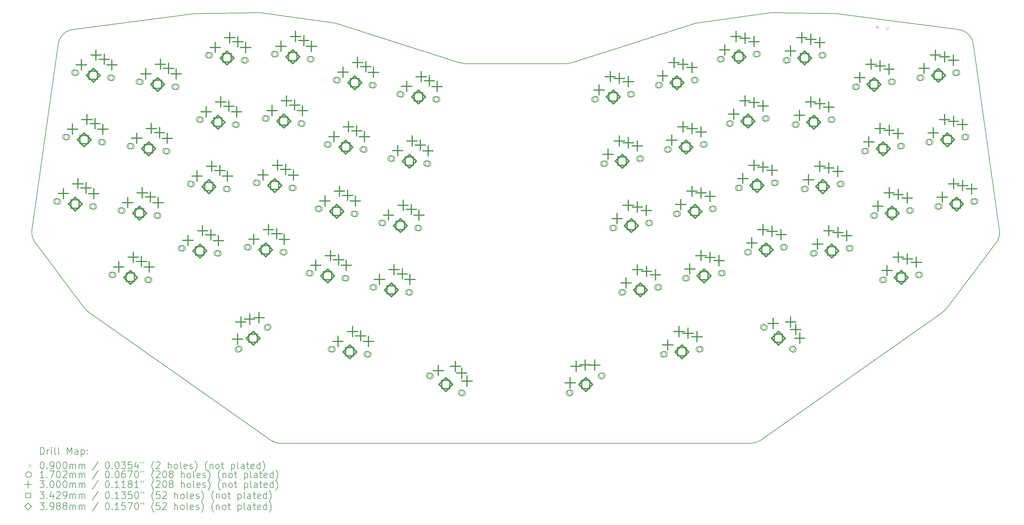
<source format=gbr>
%TF.GenerationSoftware,KiCad,Pcbnew,8.0.1*%
%TF.CreationDate,2024-04-17T22:26:35+02:00*%
%TF.ProjectId,shockboard,73686f63-6b62-46f6-9172-642e6b696361,v1.0.0*%
%TF.SameCoordinates,Original*%
%TF.FileFunction,Drillmap*%
%TF.FilePolarity,Positive*%
%FSLAX45Y45*%
G04 Gerber Fmt 4.5, Leading zero omitted, Abs format (unit mm)*
G04 Created by KiCad (PCBNEW 8.0.1) date 2024-04-17 22:26:35*
%MOMM*%
%LPD*%
G01*
G04 APERTURE LIST*
%ADD10C,0.150000*%
%ADD11C,0.200000*%
%ADD12C,0.100000*%
%ADD13C,0.170180*%
%ADD14C,0.300000*%
%ADD15C,0.342900*%
%ADD16C,0.398780*%
G04 APERTURE END LIST*
D10*
X35353517Y-13328083D02*
G75*
G02*
X35257698Y-13698575I-495117J-69587D01*
G01*
X8616975Y-15616231D02*
X7171919Y-13698577D01*
X7171919Y-13698577D02*
G75*
G02*
X7076099Y-13328083I399301J300907D01*
G01*
X28366775Y-19473525D02*
G75*
G02*
X28079258Y-19564463I-287515J409045D01*
G01*
X7840485Y-7889219D02*
G75*
G02*
X8270820Y-7463023I495134J-69587D01*
G01*
X16024118Y-7298996D02*
X19582039Y-8434929D01*
X35257701Y-13698577D02*
X33812644Y-15616232D01*
X33700844Y-15724388D02*
X28366775Y-19473525D01*
X28742981Y-6969435D02*
X30598745Y-7000941D01*
X19734111Y-8458616D02*
G75*
G02*
X19582039Y-8434929I9J500046D01*
G01*
X26487987Y-7280175D02*
X28664907Y-6974229D01*
X8270820Y-7463023D02*
X11774564Y-7005085D01*
X28664907Y-6974229D02*
G75*
G02*
X28742981Y-6969435I69583J-495101D01*
G01*
X22847580Y-8434929D02*
G75*
G02*
X22695508Y-8458617I-152090J476409D01*
G01*
X19734111Y-8458616D02*
X22695508Y-8458616D01*
X28079258Y-19564461D02*
X14350362Y-19564461D01*
X22847580Y-8434929D02*
X26405501Y-7298996D01*
X11774563Y-7005085D02*
G75*
G02*
X11830875Y-7000940I64797J-495705D01*
G01*
X11830875Y-7000941D02*
X13686638Y-6969435D01*
X14062844Y-19473526D02*
X8728775Y-15724388D01*
X13686638Y-6969435D02*
G75*
G02*
X13764712Y-6974229I8492J-499935D01*
G01*
X26405501Y-7298996D02*
G75*
G02*
X26487987Y-7280175I152099J-476424D01*
G01*
X30598745Y-7000941D02*
G75*
G02*
X30655056Y-7005085I-8485J-499879D01*
G01*
X7076103Y-13328083D02*
X7840485Y-7889219D01*
X14350362Y-19564461D02*
G75*
G02*
X14062845Y-19473524I8J500021D01*
G01*
X34589134Y-7889219D02*
X35353517Y-13328083D01*
X33812644Y-15616231D02*
G75*
G02*
X33700845Y-15724389I-399324J300912D01*
G01*
X13764712Y-6974229D02*
X15941632Y-7280175D01*
X30655056Y-7005085D02*
X34158799Y-7463022D01*
X15941632Y-7280175D02*
G75*
G02*
X16024118Y-7298996I-69583J-495135D01*
G01*
X8728775Y-15724388D02*
G75*
G02*
X8616975Y-15616231I287495J409038D01*
G01*
X34158799Y-7463022D02*
G75*
G02*
X34589138Y-7889219I-64789J-495778D01*
G01*
D11*
D12*
X31738394Y-7349221D02*
X31828394Y-7439221D01*
X31828394Y-7349221D02*
X31738394Y-7439221D01*
X32035827Y-7388379D02*
X32125827Y-7478379D01*
X32125827Y-7388379D02*
X32035827Y-7478379D01*
D13*
X7875284Y-12486381D02*
G75*
G02*
X7705104Y-12486381I-85090J0D01*
G01*
X7705104Y-12486381D02*
G75*
G02*
X7875284Y-12486381I85090J0D01*
G01*
X7916876Y-12492227D02*
G75*
G02*
X7746696Y-12492227I-85090J0D01*
G01*
X7746696Y-12492227D02*
G75*
G02*
X7916876Y-12492227I85090J0D01*
G01*
X8139713Y-10604872D02*
G75*
G02*
X7969533Y-10604872I-85090J0D01*
G01*
X7969533Y-10604872D02*
G75*
G02*
X8139713Y-10604872I85090J0D01*
G01*
X8181304Y-10610717D02*
G75*
G02*
X8011124Y-10610717I-85090J0D01*
G01*
X8011124Y-10610717D02*
G75*
G02*
X8181304Y-10610717I85090J0D01*
G01*
X8404143Y-8723362D02*
G75*
G02*
X8233963Y-8723362I-85090J0D01*
G01*
X8233963Y-8723362D02*
G75*
G02*
X8404143Y-8723362I85090J0D01*
G01*
X8445734Y-8729207D02*
G75*
G02*
X8275554Y-8729207I-85090J0D01*
G01*
X8275554Y-8729207D02*
G75*
G02*
X8445734Y-8729207I85090J0D01*
G01*
X8922988Y-12633626D02*
G75*
G02*
X8752808Y-12633626I-85090J0D01*
G01*
X8752808Y-12633626D02*
G75*
G02*
X8922988Y-12633626I85090J0D01*
G01*
X8964579Y-12639471D02*
G75*
G02*
X8794399Y-12639471I-85090J0D01*
G01*
X8794399Y-12639471D02*
G75*
G02*
X8964579Y-12639471I85090J0D01*
G01*
X9187417Y-10752116D02*
G75*
G02*
X9017237Y-10752116I-85090J0D01*
G01*
X9017237Y-10752116D02*
G75*
G02*
X9187417Y-10752116I85090J0D01*
G01*
X9229008Y-10757962D02*
G75*
G02*
X9058828Y-10757962I-85090J0D01*
G01*
X9058828Y-10757962D02*
G75*
G02*
X9229008Y-10757962I85090J0D01*
G01*
X9451846Y-8870607D02*
G75*
G02*
X9281666Y-8870607I-85090J0D01*
G01*
X9281666Y-8870607D02*
G75*
G02*
X9451846Y-8870607I85090J0D01*
G01*
X9492365Y-14632319D02*
G75*
G02*
X9322185Y-14632319I-85090J0D01*
G01*
X9322185Y-14632319D02*
G75*
G02*
X9492365Y-14632319I85090J0D01*
G01*
X9493438Y-8876452D02*
G75*
G02*
X9323258Y-8876452I-85090J0D01*
G01*
X9323258Y-8876452D02*
G75*
G02*
X9493438Y-8876452I85090J0D01*
G01*
X9533956Y-14638165D02*
G75*
G02*
X9363776Y-14638165I-85090J0D01*
G01*
X9363776Y-14638165D02*
G75*
G02*
X9533956Y-14638165I85090J0D01*
G01*
X9756794Y-12750810D02*
G75*
G02*
X9586614Y-12750810I-85090J0D01*
G01*
X9586614Y-12750810D02*
G75*
G02*
X9756794Y-12750810I85090J0D01*
G01*
X9798385Y-12756655D02*
G75*
G02*
X9628205Y-12756655I-85090J0D01*
G01*
X9628205Y-12756655D02*
G75*
G02*
X9798385Y-12756655I85090J0D01*
G01*
X10021223Y-10869300D02*
G75*
G02*
X9851043Y-10869300I-85090J0D01*
G01*
X9851043Y-10869300D02*
G75*
G02*
X10021223Y-10869300I85090J0D01*
G01*
X10062814Y-10875146D02*
G75*
G02*
X9892634Y-10875146I-85090J0D01*
G01*
X9892634Y-10875146D02*
G75*
G02*
X10062814Y-10875146I85090J0D01*
G01*
X10285652Y-8987791D02*
G75*
G02*
X10115472Y-8987791I-85090J0D01*
G01*
X10115472Y-8987791D02*
G75*
G02*
X10285652Y-8987791I85090J0D01*
G01*
X10327243Y-8993637D02*
G75*
G02*
X10157063Y-8993637I-85090J0D01*
G01*
X10157063Y-8993637D02*
G75*
G02*
X10327243Y-8993637I85090J0D01*
G01*
X10540068Y-14779564D02*
G75*
G02*
X10369888Y-14779564I-85090J0D01*
G01*
X10369888Y-14779564D02*
G75*
G02*
X10540068Y-14779564I85090J0D01*
G01*
X10581660Y-14785410D02*
G75*
G02*
X10411480Y-14785410I-85090J0D01*
G01*
X10411480Y-14785410D02*
G75*
G02*
X10581660Y-14785410I85090J0D01*
G01*
X10804498Y-12898055D02*
G75*
G02*
X10634318Y-12898055I-85090J0D01*
G01*
X10634318Y-12898055D02*
G75*
G02*
X10804498Y-12898055I85090J0D01*
G01*
X10846089Y-12903900D02*
G75*
G02*
X10675909Y-12903900I-85090J0D01*
G01*
X10675909Y-12903900D02*
G75*
G02*
X10846089Y-12903900I85090J0D01*
G01*
X11068927Y-11016545D02*
G75*
G02*
X10898747Y-11016545I-85090J0D01*
G01*
X10898747Y-11016545D02*
G75*
G02*
X11068927Y-11016545I85090J0D01*
G01*
X11110518Y-11022391D02*
G75*
G02*
X10940338Y-11022391I-85090J0D01*
G01*
X10940338Y-11022391D02*
G75*
G02*
X11110518Y-11022391I85090J0D01*
G01*
X11333355Y-9135036D02*
G75*
G02*
X11163175Y-9135036I-85090J0D01*
G01*
X11163175Y-9135036D02*
G75*
G02*
X11333355Y-9135036I85090J0D01*
G01*
X11374946Y-9140882D02*
G75*
G02*
X11204766Y-9140882I-85090J0D01*
G01*
X11204766Y-9140882D02*
G75*
G02*
X11374946Y-9140882I85090J0D01*
G01*
X11520006Y-13856967D02*
G75*
G02*
X11349826Y-13856967I-85090J0D01*
G01*
X11349826Y-13856967D02*
G75*
G02*
X11520006Y-13856967I85090J0D01*
G01*
X11561597Y-13862812D02*
G75*
G02*
X11391417Y-13862812I-85090J0D01*
G01*
X11391417Y-13862812D02*
G75*
G02*
X11561597Y-13862812I85090J0D01*
G01*
X11784435Y-11975457D02*
G75*
G02*
X11614255Y-11975457I-85090J0D01*
G01*
X11614255Y-11975457D02*
G75*
G02*
X11784435Y-11975457I85090J0D01*
G01*
X11826026Y-11981303D02*
G75*
G02*
X11655846Y-11981303I-85090J0D01*
G01*
X11655846Y-11981303D02*
G75*
G02*
X11826026Y-11981303I85090J0D01*
G01*
X12048864Y-10093948D02*
G75*
G02*
X11878684Y-10093948I-85090J0D01*
G01*
X11878684Y-10093948D02*
G75*
G02*
X12048864Y-10093948I85090J0D01*
G01*
X12090455Y-10099794D02*
G75*
G02*
X11920275Y-10099794I-85090J0D01*
G01*
X11920275Y-10099794D02*
G75*
G02*
X12090455Y-10099794I85090J0D01*
G01*
X12313293Y-8212438D02*
G75*
G02*
X12143113Y-8212438I-85090J0D01*
G01*
X12143113Y-8212438D02*
G75*
G02*
X12313293Y-8212438I85090J0D01*
G01*
X12354884Y-8218284D02*
G75*
G02*
X12184704Y-8218284I-85090J0D01*
G01*
X12184704Y-8218284D02*
G75*
G02*
X12354884Y-8218284I85090J0D01*
G01*
X12567709Y-14004212D02*
G75*
G02*
X12397529Y-14004212I-85090J0D01*
G01*
X12397529Y-14004212D02*
G75*
G02*
X12567709Y-14004212I85090J0D01*
G01*
X12609300Y-14010057D02*
G75*
G02*
X12439120Y-14010057I-85090J0D01*
G01*
X12439120Y-14010057D02*
G75*
G02*
X12609300Y-14010057I85090J0D01*
G01*
X12832138Y-12122702D02*
G75*
G02*
X12661958Y-12122702I-85090J0D01*
G01*
X12661958Y-12122702D02*
G75*
G02*
X12832138Y-12122702I85090J0D01*
G01*
X12873730Y-12128548D02*
G75*
G02*
X12703550Y-12128548I-85090J0D01*
G01*
X12703550Y-12128548D02*
G75*
G02*
X12873730Y-12128548I85090J0D01*
G01*
X13096567Y-10241193D02*
G75*
G02*
X12926387Y-10241193I-85090J0D01*
G01*
X12926387Y-10241193D02*
G75*
G02*
X13096567Y-10241193I85090J0D01*
G01*
X13138158Y-10247039D02*
G75*
G02*
X12967978Y-10247039I-85090J0D01*
G01*
X12967978Y-10247039D02*
G75*
G02*
X13138158Y-10247039I85090J0D01*
G01*
X13185075Y-16818934D02*
G75*
G02*
X13014895Y-16818934I-85090J0D01*
G01*
X13014895Y-16818934D02*
G75*
G02*
X13185075Y-16818934I85090J0D01*
G01*
X13218618Y-16793657D02*
G75*
G02*
X13048438Y-16793657I-85090J0D01*
G01*
X13048438Y-16793657D02*
G75*
G02*
X13218618Y-16793657I85090J0D01*
G01*
X13360996Y-8359683D02*
G75*
G02*
X13190816Y-8359683I-85090J0D01*
G01*
X13190816Y-8359683D02*
G75*
G02*
X13360996Y-8359683I85090J0D01*
G01*
X13402588Y-8365529D02*
G75*
G02*
X13232408Y-8365529I-85090J0D01*
G01*
X13232408Y-8365529D02*
G75*
G02*
X13402588Y-8365529I85090J0D01*
G01*
X13443267Y-13824315D02*
G75*
G02*
X13273087Y-13824315I-85090J0D01*
G01*
X13273087Y-13824315D02*
G75*
G02*
X13443267Y-13824315I85090J0D01*
G01*
X13484859Y-13830160D02*
G75*
G02*
X13314679Y-13830160I-85090J0D01*
G01*
X13314679Y-13830160D02*
G75*
G02*
X13484859Y-13830160I85090J0D01*
G01*
X13707696Y-11942806D02*
G75*
G02*
X13537516Y-11942806I-85090J0D01*
G01*
X13537516Y-11942806D02*
G75*
G02*
X13707696Y-11942806I85090J0D01*
G01*
X13749287Y-11948651D02*
G75*
G02*
X13579107Y-11948651I-85090J0D01*
G01*
X13579107Y-11948651D02*
G75*
G02*
X13749287Y-11948651I85090J0D01*
G01*
X13972125Y-10061296D02*
G75*
G02*
X13801945Y-10061296I-85090J0D01*
G01*
X13801945Y-10061296D02*
G75*
G02*
X13972125Y-10061296I85090J0D01*
G01*
X14013716Y-10067142D02*
G75*
G02*
X13843536Y-10067142I-85090J0D01*
G01*
X13843536Y-10067142D02*
G75*
G02*
X14013716Y-10067142I85090J0D01*
G01*
X14030032Y-16182213D02*
G75*
G02*
X13859852Y-16182213I-85090J0D01*
G01*
X13859852Y-16182213D02*
G75*
G02*
X14030032Y-16182213I85090J0D01*
G01*
X14063574Y-16156937D02*
G75*
G02*
X13893394Y-16156937I-85090J0D01*
G01*
X13893394Y-16156937D02*
G75*
G02*
X14063574Y-16156937I85090J0D01*
G01*
X14236554Y-8179787D02*
G75*
G02*
X14066374Y-8179787I-85090J0D01*
G01*
X14066374Y-8179787D02*
G75*
G02*
X14236554Y-8179787I85090J0D01*
G01*
X14278145Y-8185633D02*
G75*
G02*
X14107965Y-8185633I-85090J0D01*
G01*
X14107965Y-8185633D02*
G75*
G02*
X14278145Y-8185633I85090J0D01*
G01*
X14490971Y-13971560D02*
G75*
G02*
X14320791Y-13971560I-85090J0D01*
G01*
X14320791Y-13971560D02*
G75*
G02*
X14490971Y-13971560I85090J0D01*
G01*
X14532562Y-13977405D02*
G75*
G02*
X14362382Y-13977405I-85090J0D01*
G01*
X14362382Y-13977405D02*
G75*
G02*
X14532562Y-13977405I85090J0D01*
G01*
X14755400Y-12090051D02*
G75*
G02*
X14585220Y-12090051I-85090J0D01*
G01*
X14585220Y-12090051D02*
G75*
G02*
X14755400Y-12090051I85090J0D01*
G01*
X14796991Y-12095896D02*
G75*
G02*
X14626811Y-12095896I-85090J0D01*
G01*
X14626811Y-12095896D02*
G75*
G02*
X14796991Y-12095896I85090J0D01*
G01*
X15019829Y-10208541D02*
G75*
G02*
X14849649Y-10208541I-85090J0D01*
G01*
X14849649Y-10208541D02*
G75*
G02*
X15019829Y-10208541I85090J0D01*
G01*
X15061420Y-10214387D02*
G75*
G02*
X14891240Y-10214387I-85090J0D01*
G01*
X14891240Y-10214387D02*
G75*
G02*
X15061420Y-10214387I85090J0D01*
G01*
X15255190Y-14583878D02*
G75*
G02*
X15085010Y-14583878I-85090J0D01*
G01*
X15085010Y-14583878D02*
G75*
G02*
X15255190Y-14583878I85090J0D01*
G01*
X15284258Y-8327032D02*
G75*
G02*
X15114078Y-8327032I-85090J0D01*
G01*
X15114078Y-8327032D02*
G75*
G02*
X15284258Y-8327032I85090J0D01*
G01*
X15296781Y-14589723D02*
G75*
G02*
X15126601Y-14589723I-85090J0D01*
G01*
X15126601Y-14589723D02*
G75*
G02*
X15296781Y-14589723I85090J0D01*
G01*
X15325849Y-8332878D02*
G75*
G02*
X15155669Y-8332878I-85090J0D01*
G01*
X15155669Y-8332878D02*
G75*
G02*
X15325849Y-8332878I85090J0D01*
G01*
X15519619Y-12702368D02*
G75*
G02*
X15349439Y-12702368I-85090J0D01*
G01*
X15349439Y-12702368D02*
G75*
G02*
X15519619Y-12702368I85090J0D01*
G01*
X15561210Y-12708214D02*
G75*
G02*
X15391030Y-12708214I-85090J0D01*
G01*
X15391030Y-12708214D02*
G75*
G02*
X15561210Y-12708214I85090J0D01*
G01*
X15784048Y-10820859D02*
G75*
G02*
X15613868Y-10820859I-85090J0D01*
G01*
X15613868Y-10820859D02*
G75*
G02*
X15784048Y-10820859I85090J0D01*
G01*
X15825639Y-10826705D02*
G75*
G02*
X15655459Y-10826705I-85090J0D01*
G01*
X15655459Y-10826705D02*
G75*
G02*
X15825639Y-10826705I85090J0D01*
G01*
X15901941Y-16808034D02*
G75*
G02*
X15731761Y-16808034I-85090J0D01*
G01*
X15731761Y-16808034D02*
G75*
G02*
X15901941Y-16808034I85090J0D01*
G01*
X15943533Y-16813879D02*
G75*
G02*
X15773353Y-16813879I-85090J0D01*
G01*
X15773353Y-16813879D02*
G75*
G02*
X15943533Y-16813879I85090J0D01*
G01*
X16048477Y-8939350D02*
G75*
G02*
X15878297Y-8939350I-85090J0D01*
G01*
X15878297Y-8939350D02*
G75*
G02*
X16048477Y-8939350I85090J0D01*
G01*
X16090068Y-8945195D02*
G75*
G02*
X15919888Y-8945195I-85090J0D01*
G01*
X15919888Y-8945195D02*
G75*
G02*
X16090068Y-8945195I85090J0D01*
G01*
X16302893Y-14731123D02*
G75*
G02*
X16132713Y-14731123I-85090J0D01*
G01*
X16132713Y-14731123D02*
G75*
G02*
X16302893Y-14731123I85090J0D01*
G01*
X16344485Y-14736968D02*
G75*
G02*
X16174305Y-14736968I-85090J0D01*
G01*
X16174305Y-14736968D02*
G75*
G02*
X16344485Y-14736968I85090J0D01*
G01*
X16567323Y-12849613D02*
G75*
G02*
X16397143Y-12849613I-85090J0D01*
G01*
X16397143Y-12849613D02*
G75*
G02*
X16567323Y-12849613I85090J0D01*
G01*
X16608914Y-12855459D02*
G75*
G02*
X16438734Y-12855459I-85090J0D01*
G01*
X16438734Y-12855459D02*
G75*
G02*
X16608914Y-12855459I85090J0D01*
G01*
X16831751Y-10968104D02*
G75*
G02*
X16661571Y-10968104I-85090J0D01*
G01*
X16661571Y-10968104D02*
G75*
G02*
X16831751Y-10968104I85090J0D01*
G01*
X16873343Y-10973950D02*
G75*
G02*
X16703162Y-10973950I-85090J0D01*
G01*
X16703162Y-10973950D02*
G75*
G02*
X16873343Y-10973950I85090J0D01*
G01*
X16949645Y-16955279D02*
G75*
G02*
X16779465Y-16955279I-85090J0D01*
G01*
X16779465Y-16955279D02*
G75*
G02*
X16949645Y-16955279I85090J0D01*
G01*
X16991236Y-16961124D02*
G75*
G02*
X16821056Y-16961124I-85090J0D01*
G01*
X16821056Y-16961124D02*
G75*
G02*
X16991236Y-16961124I85090J0D01*
G01*
X17096180Y-9086595D02*
G75*
G02*
X16926000Y-9086595I-85090J0D01*
G01*
X16926000Y-9086595D02*
G75*
G02*
X17096180Y-9086595I85090J0D01*
G01*
X17115823Y-14996847D02*
G75*
G02*
X16945643Y-14996847I-85090J0D01*
G01*
X16945643Y-14996847D02*
G75*
G02*
X17115823Y-14996847I85090J0D01*
G01*
X17137771Y-9092440D02*
G75*
G02*
X16967591Y-9092440I-85090J0D01*
G01*
X16967591Y-9092440D02*
G75*
G02*
X17137771Y-9092440I85090J0D01*
G01*
X17157415Y-15002692D02*
G75*
G02*
X16987235Y-15002692I-85090J0D01*
G01*
X16987235Y-15002692D02*
G75*
G02*
X17157415Y-15002692I85090J0D01*
G01*
X17380252Y-13115338D02*
G75*
G02*
X17210072Y-13115338I-85090J0D01*
G01*
X17210072Y-13115338D02*
G75*
G02*
X17380252Y-13115338I85090J0D01*
G01*
X17421843Y-13121183D02*
G75*
G02*
X17251663Y-13121183I-85090J0D01*
G01*
X17251663Y-13121183D02*
G75*
G02*
X17421843Y-13121183I85090J0D01*
G01*
X17644681Y-11233828D02*
G75*
G02*
X17474501Y-11233828I-85090J0D01*
G01*
X17474501Y-11233828D02*
G75*
G02*
X17644681Y-11233828I85090J0D01*
G01*
X17686272Y-11239674D02*
G75*
G02*
X17516092Y-11239674I-85090J0D01*
G01*
X17516092Y-11239674D02*
G75*
G02*
X17686272Y-11239674I85090J0D01*
G01*
X17909110Y-9352319D02*
G75*
G02*
X17738930Y-9352319I-85090J0D01*
G01*
X17738930Y-9352319D02*
G75*
G02*
X17909110Y-9352319I85090J0D01*
G01*
X17950701Y-9358164D02*
G75*
G02*
X17780521Y-9358164I-85090J0D01*
G01*
X17780521Y-9358164D02*
G75*
G02*
X17950701Y-9358164I85090J0D01*
G01*
X18163527Y-15144092D02*
G75*
G02*
X17993347Y-15144092I-85090J0D01*
G01*
X17993347Y-15144092D02*
G75*
G02*
X18163527Y-15144092I85090J0D01*
G01*
X18205118Y-15149937D02*
G75*
G02*
X18034938Y-15149937I-85090J0D01*
G01*
X18034938Y-15149937D02*
G75*
G02*
X18205118Y-15149937I85090J0D01*
G01*
X18427956Y-13262583D02*
G75*
G02*
X18257776Y-13262583I-85090J0D01*
G01*
X18257776Y-13262583D02*
G75*
G02*
X18427956Y-13262583I85090J0D01*
G01*
X18469547Y-13268428D02*
G75*
G02*
X18299367Y-13268428I-85090J0D01*
G01*
X18299367Y-13268428D02*
G75*
G02*
X18469547Y-13268428I85090J0D01*
G01*
X18692385Y-11381073D02*
G75*
G02*
X18522205Y-11381073I-85090J0D01*
G01*
X18522205Y-11381073D02*
G75*
G02*
X18692385Y-11381073I85090J0D01*
G01*
X18733976Y-11386919D02*
G75*
G02*
X18563796Y-11386919I-85090J0D01*
G01*
X18563796Y-11386919D02*
G75*
G02*
X18733976Y-11386919I85090J0D01*
G01*
X18769946Y-17579455D02*
G75*
G02*
X18599766Y-17579455I-85090J0D01*
G01*
X18599766Y-17579455D02*
G75*
G02*
X18769946Y-17579455I85090J0D01*
G01*
X18807030Y-17599172D02*
G75*
G02*
X18636850Y-17599172I-85090J0D01*
G01*
X18636850Y-17599172D02*
G75*
G02*
X18807030Y-17599172I85090J0D01*
G01*
X18956814Y-9499564D02*
G75*
G02*
X18786634Y-9499564I-85090J0D01*
G01*
X18786634Y-9499564D02*
G75*
G02*
X18956814Y-9499564I85090J0D01*
G01*
X18998405Y-9505409D02*
G75*
G02*
X18828225Y-9505409I-85090J0D01*
G01*
X18828225Y-9505409D02*
G75*
G02*
X18998405Y-9505409I85090J0D01*
G01*
X19704105Y-18076156D02*
G75*
G02*
X19533925Y-18076156I-85090J0D01*
G01*
X19533925Y-18076156D02*
G75*
G02*
X19704105Y-18076156I85090J0D01*
G01*
X19741189Y-18095873D02*
G75*
G02*
X19571009Y-18095873I-85090J0D01*
G01*
X19571009Y-18095873D02*
G75*
G02*
X19741189Y-18095873I85090J0D01*
G01*
X22858611Y-18095874D02*
G75*
G02*
X22688431Y-18095874I-85090J0D01*
G01*
X22688431Y-18095874D02*
G75*
G02*
X22858611Y-18095874I85090J0D01*
G01*
X22895694Y-18076156D02*
G75*
G02*
X22725514Y-18076156I-85090J0D01*
G01*
X22725514Y-18076156D02*
G75*
G02*
X22895694Y-18076156I85090J0D01*
G01*
X23601395Y-9505410D02*
G75*
G02*
X23431215Y-9505410I-85090J0D01*
G01*
X23431215Y-9505410D02*
G75*
G02*
X23601395Y-9505410I85090J0D01*
G01*
X23642986Y-9499564D02*
G75*
G02*
X23472806Y-9499564I-85090J0D01*
G01*
X23472806Y-9499564D02*
G75*
G02*
X23642986Y-9499564I85090J0D01*
G01*
X23792769Y-17599173D02*
G75*
G02*
X23622589Y-17599173I-85090J0D01*
G01*
X23622589Y-17599173D02*
G75*
G02*
X23792769Y-17599173I85090J0D01*
G01*
X23829853Y-17579455D02*
G75*
G02*
X23659673Y-17579455I-85090J0D01*
G01*
X23659673Y-17579455D02*
G75*
G02*
X23829853Y-17579455I85090J0D01*
G01*
X23865824Y-11386919D02*
G75*
G02*
X23695644Y-11386919I-85090J0D01*
G01*
X23695644Y-11386919D02*
G75*
G02*
X23865824Y-11386919I85090J0D01*
G01*
X23907415Y-11381073D02*
G75*
G02*
X23737235Y-11381073I-85090J0D01*
G01*
X23737235Y-11381073D02*
G75*
G02*
X23907415Y-11381073I85090J0D01*
G01*
X24130252Y-13268428D02*
G75*
G02*
X23960072Y-13268428I-85090J0D01*
G01*
X23960072Y-13268428D02*
G75*
G02*
X24130252Y-13268428I85090J0D01*
G01*
X24171843Y-13262582D02*
G75*
G02*
X24001663Y-13262582I-85090J0D01*
G01*
X24001663Y-13262582D02*
G75*
G02*
X24171843Y-13262582I85090J0D01*
G01*
X24394681Y-15149938D02*
G75*
G02*
X24224501Y-15149938I-85090J0D01*
G01*
X24224501Y-15149938D02*
G75*
G02*
X24394681Y-15149938I85090J0D01*
G01*
X24436273Y-15144092D02*
G75*
G02*
X24266093Y-15144092I-85090J0D01*
G01*
X24266093Y-15144092D02*
G75*
G02*
X24436273Y-15144092I85090J0D01*
G01*
X24649098Y-9358165D02*
G75*
G02*
X24478918Y-9358165I-85090J0D01*
G01*
X24478918Y-9358165D02*
G75*
G02*
X24649098Y-9358165I85090J0D01*
G01*
X24690689Y-9352319D02*
G75*
G02*
X24520509Y-9352319I-85090J0D01*
G01*
X24520509Y-9352319D02*
G75*
G02*
X24690689Y-9352319I85090J0D01*
G01*
X24913527Y-11239674D02*
G75*
G02*
X24743347Y-11239674I-85090J0D01*
G01*
X24743347Y-11239674D02*
G75*
G02*
X24913527Y-11239674I85090J0D01*
G01*
X24955118Y-11233828D02*
G75*
G02*
X24784938Y-11233828I-85090J0D01*
G01*
X24784938Y-11233828D02*
G75*
G02*
X24955118Y-11233828I85090J0D01*
G01*
X25177956Y-13121183D02*
G75*
G02*
X25007776Y-13121183I-85090J0D01*
G01*
X25007776Y-13121183D02*
G75*
G02*
X25177956Y-13121183I85090J0D01*
G01*
X25219547Y-13115337D02*
G75*
G02*
X25049367Y-13115337I-85090J0D01*
G01*
X25049367Y-13115337D02*
G75*
G02*
X25219547Y-13115337I85090J0D01*
G01*
X25442385Y-15002693D02*
G75*
G02*
X25272205Y-15002693I-85090J0D01*
G01*
X25272205Y-15002693D02*
G75*
G02*
X25442385Y-15002693I85090J0D01*
G01*
X25462028Y-9092440D02*
G75*
G02*
X25291848Y-9092440I-85090J0D01*
G01*
X25291848Y-9092440D02*
G75*
G02*
X25462028Y-9092440I85090J0D01*
G01*
X25483976Y-14996847D02*
G75*
G02*
X25313796Y-14996847I-85090J0D01*
G01*
X25313796Y-14996847D02*
G75*
G02*
X25483976Y-14996847I85090J0D01*
G01*
X25503619Y-9086595D02*
G75*
G02*
X25333439Y-9086595I-85090J0D01*
G01*
X25333439Y-9086595D02*
G75*
G02*
X25503619Y-9086595I85090J0D01*
G01*
X25608563Y-16961124D02*
G75*
G02*
X25438383Y-16961124I-85090J0D01*
G01*
X25438383Y-16961124D02*
G75*
G02*
X25608563Y-16961124I85090J0D01*
G01*
X25650154Y-16955279D02*
G75*
G02*
X25479974Y-16955279I-85090J0D01*
G01*
X25479974Y-16955279D02*
G75*
G02*
X25650154Y-16955279I85090J0D01*
G01*
X25726457Y-10973950D02*
G75*
G02*
X25556277Y-10973950I-85090J0D01*
G01*
X25556277Y-10973950D02*
G75*
G02*
X25726457Y-10973950I85090J0D01*
G01*
X25768048Y-10968104D02*
G75*
G02*
X25597868Y-10968104I-85090J0D01*
G01*
X25597868Y-10968104D02*
G75*
G02*
X25768048Y-10968104I85090J0D01*
G01*
X25990886Y-12855459D02*
G75*
G02*
X25820706Y-12855459I-85090J0D01*
G01*
X25820706Y-12855459D02*
G75*
G02*
X25990886Y-12855459I85090J0D01*
G01*
X26032477Y-12849613D02*
G75*
G02*
X25862297Y-12849613I-85090J0D01*
G01*
X25862297Y-12849613D02*
G75*
G02*
X26032477Y-12849613I85090J0D01*
G01*
X26255315Y-14736968D02*
G75*
G02*
X26085135Y-14736968I-85090J0D01*
G01*
X26085135Y-14736968D02*
G75*
G02*
X26255315Y-14736968I85090J0D01*
G01*
X26296906Y-14731123D02*
G75*
G02*
X26126726Y-14731123I-85090J0D01*
G01*
X26126726Y-14731123D02*
G75*
G02*
X26296906Y-14731123I85090J0D01*
G01*
X26509732Y-8945195D02*
G75*
G02*
X26339552Y-8945195I-85090J0D01*
G01*
X26339552Y-8945195D02*
G75*
G02*
X26509732Y-8945195I85090J0D01*
G01*
X26551323Y-8939350D02*
G75*
G02*
X26381143Y-8939350I-85090J0D01*
G01*
X26381143Y-8939350D02*
G75*
G02*
X26551323Y-8939350I85090J0D01*
G01*
X26656266Y-16813879D02*
G75*
G02*
X26486086Y-16813879I-85090J0D01*
G01*
X26486086Y-16813879D02*
G75*
G02*
X26656266Y-16813879I85090J0D01*
G01*
X26697858Y-16808034D02*
G75*
G02*
X26527678Y-16808034I-85090J0D01*
G01*
X26527678Y-16808034D02*
G75*
G02*
X26697858Y-16808034I85090J0D01*
G01*
X26774160Y-10826705D02*
G75*
G02*
X26603980Y-10826705I-85090J0D01*
G01*
X26603980Y-10826705D02*
G75*
G02*
X26774160Y-10826705I85090J0D01*
G01*
X26815752Y-10820859D02*
G75*
G02*
X26645572Y-10820859I-85090J0D01*
G01*
X26645572Y-10820859D02*
G75*
G02*
X26815752Y-10820859I85090J0D01*
G01*
X27038589Y-12708214D02*
G75*
G02*
X26868409Y-12708214I-85090J0D01*
G01*
X26868409Y-12708214D02*
G75*
G02*
X27038589Y-12708214I85090J0D01*
G01*
X27080180Y-12702369D02*
G75*
G02*
X26910000Y-12702369I-85090J0D01*
G01*
X26910000Y-12702369D02*
G75*
G02*
X27080180Y-12702369I85090J0D01*
G01*
X27273951Y-8332877D02*
G75*
G02*
X27103771Y-8332877I-85090J0D01*
G01*
X27103771Y-8332877D02*
G75*
G02*
X27273951Y-8332877I85090J0D01*
G01*
X27303018Y-14589723D02*
G75*
G02*
X27132838Y-14589723I-85090J0D01*
G01*
X27132838Y-14589723D02*
G75*
G02*
X27303018Y-14589723I85090J0D01*
G01*
X27315542Y-8327032D02*
G75*
G02*
X27145362Y-8327032I-85090J0D01*
G01*
X27145362Y-8327032D02*
G75*
G02*
X27315542Y-8327032I85090J0D01*
G01*
X27344609Y-14583878D02*
G75*
G02*
X27174429Y-14583878I-85090J0D01*
G01*
X27174429Y-14583878D02*
G75*
G02*
X27344609Y-14583878I85090J0D01*
G01*
X27538379Y-10214387D02*
G75*
G02*
X27368199Y-10214387I-85090J0D01*
G01*
X27368199Y-10214387D02*
G75*
G02*
X27538379Y-10214387I85090J0D01*
G01*
X27579971Y-10208541D02*
G75*
G02*
X27409791Y-10208541I-85090J0D01*
G01*
X27409791Y-10208541D02*
G75*
G02*
X27579971Y-10208541I85090J0D01*
G01*
X27802808Y-12095896D02*
G75*
G02*
X27632628Y-12095896I-85090J0D01*
G01*
X27632628Y-12095896D02*
G75*
G02*
X27802808Y-12095896I85090J0D01*
G01*
X27844400Y-12090051D02*
G75*
G02*
X27674220Y-12090051I-85090J0D01*
G01*
X27674220Y-12090051D02*
G75*
G02*
X27844400Y-12090051I85090J0D01*
G01*
X28067237Y-13977406D02*
G75*
G02*
X27897057Y-13977406I-85090J0D01*
G01*
X27897057Y-13977406D02*
G75*
G02*
X28067237Y-13977406I85090J0D01*
G01*
X28108828Y-13971560D02*
G75*
G02*
X27938648Y-13971560I-85090J0D01*
G01*
X27938648Y-13971560D02*
G75*
G02*
X28108828Y-13971560I85090J0D01*
G01*
X28321654Y-8185632D02*
G75*
G02*
X28151474Y-8185632I-85090J0D01*
G01*
X28151474Y-8185632D02*
G75*
G02*
X28321654Y-8185632I85090J0D01*
G01*
X28363246Y-8179787D02*
G75*
G02*
X28193066Y-8179787I-85090J0D01*
G01*
X28193066Y-8179787D02*
G75*
G02*
X28363246Y-8179787I85090J0D01*
G01*
X28536225Y-16156937D02*
G75*
G02*
X28366045Y-16156937I-85090J0D01*
G01*
X28366045Y-16156937D02*
G75*
G02*
X28536225Y-16156937I85090J0D01*
G01*
X28569767Y-16182214D02*
G75*
G02*
X28399587Y-16182214I-85090J0D01*
G01*
X28399587Y-16182214D02*
G75*
G02*
X28569767Y-16182214I85090J0D01*
G01*
X28586083Y-10067142D02*
G75*
G02*
X28415903Y-10067142I-85090J0D01*
G01*
X28415903Y-10067142D02*
G75*
G02*
X28586083Y-10067142I85090J0D01*
G01*
X28627674Y-10061296D02*
G75*
G02*
X28457494Y-10061296I-85090J0D01*
G01*
X28457494Y-10061296D02*
G75*
G02*
X28627674Y-10061296I85090J0D01*
G01*
X28850512Y-11948651D02*
G75*
G02*
X28680332Y-11948651I-85090J0D01*
G01*
X28680332Y-11948651D02*
G75*
G02*
X28850512Y-11948651I85090J0D01*
G01*
X28892103Y-11942806D02*
G75*
G02*
X28721923Y-11942806I-85090J0D01*
G01*
X28721923Y-11942806D02*
G75*
G02*
X28892103Y-11942806I85090J0D01*
G01*
X29114941Y-13830161D02*
G75*
G02*
X28944761Y-13830161I-85090J0D01*
G01*
X28944761Y-13830161D02*
G75*
G02*
X29114941Y-13830161I85090J0D01*
G01*
X29156532Y-13824315D02*
G75*
G02*
X28986352Y-13824315I-85090J0D01*
G01*
X28986352Y-13824315D02*
G75*
G02*
X29156532Y-13824315I85090J0D01*
G01*
X29197212Y-8365529D02*
G75*
G02*
X29027032Y-8365529I-85090J0D01*
G01*
X29027032Y-8365529D02*
G75*
G02*
X29197212Y-8365529I85090J0D01*
G01*
X29238803Y-8359683D02*
G75*
G02*
X29068623Y-8359683I-85090J0D01*
G01*
X29068623Y-8359683D02*
G75*
G02*
X29238803Y-8359683I85090J0D01*
G01*
X29381181Y-16793658D02*
G75*
G02*
X29211001Y-16793658I-85090J0D01*
G01*
X29211001Y-16793658D02*
G75*
G02*
X29381181Y-16793658I85090J0D01*
G01*
X29414724Y-16818934D02*
G75*
G02*
X29244544Y-16818934I-85090J0D01*
G01*
X29244544Y-16818934D02*
G75*
G02*
X29414724Y-16818934I85090J0D01*
G01*
X29461641Y-10247038D02*
G75*
G02*
X29291461Y-10247038I-85090J0D01*
G01*
X29291461Y-10247038D02*
G75*
G02*
X29461641Y-10247038I85090J0D01*
G01*
X29503232Y-10241193D02*
G75*
G02*
X29333052Y-10241193I-85090J0D01*
G01*
X29333052Y-10241193D02*
G75*
G02*
X29503232Y-10241193I85090J0D01*
G01*
X29726070Y-12128548D02*
G75*
G02*
X29555890Y-12128548I-85090J0D01*
G01*
X29555890Y-12128548D02*
G75*
G02*
X29726070Y-12128548I85090J0D01*
G01*
X29767661Y-12122702D02*
G75*
G02*
X29597481Y-12122702I-85090J0D01*
G01*
X29597481Y-12122702D02*
G75*
G02*
X29767661Y-12122702I85090J0D01*
G01*
X29990499Y-14010057D02*
G75*
G02*
X29820319Y-14010057I-85090J0D01*
G01*
X29820319Y-14010057D02*
G75*
G02*
X29990499Y-14010057I85090J0D01*
G01*
X30032090Y-14004212D02*
G75*
G02*
X29861910Y-14004212I-85090J0D01*
G01*
X29861910Y-14004212D02*
G75*
G02*
X30032090Y-14004212I85090J0D01*
G01*
X30244915Y-8218284D02*
G75*
G02*
X30074735Y-8218284I-85090J0D01*
G01*
X30074735Y-8218284D02*
G75*
G02*
X30244915Y-8218284I85090J0D01*
G01*
X30286507Y-8212438D02*
G75*
G02*
X30116327Y-8212438I-85090J0D01*
G01*
X30116327Y-8212438D02*
G75*
G02*
X30286507Y-8212438I85090J0D01*
G01*
X30509344Y-10099793D02*
G75*
G02*
X30339164Y-10099793I-85090J0D01*
G01*
X30339164Y-10099793D02*
G75*
G02*
X30509344Y-10099793I85090J0D01*
G01*
X30550936Y-10093948D02*
G75*
G02*
X30380756Y-10093948I-85090J0D01*
G01*
X30380756Y-10093948D02*
G75*
G02*
X30550936Y-10093948I85090J0D01*
G01*
X30773773Y-11981303D02*
G75*
G02*
X30603593Y-11981303I-85090J0D01*
G01*
X30603593Y-11981303D02*
G75*
G02*
X30773773Y-11981303I85090J0D01*
G01*
X30815364Y-11975457D02*
G75*
G02*
X30645184Y-11975457I-85090J0D01*
G01*
X30645184Y-11975457D02*
G75*
G02*
X30815364Y-11975457I85090J0D01*
G01*
X31038202Y-13862812D02*
G75*
G02*
X30868022Y-13862812I-85090J0D01*
G01*
X30868022Y-13862812D02*
G75*
G02*
X31038202Y-13862812I85090J0D01*
G01*
X31079793Y-13856967D02*
G75*
G02*
X30909613Y-13856967I-85090J0D01*
G01*
X30909613Y-13856967D02*
G75*
G02*
X31079793Y-13856967I85090J0D01*
G01*
X31224853Y-9140882D02*
G75*
G02*
X31054673Y-9140882I-85090J0D01*
G01*
X31054673Y-9140882D02*
G75*
G02*
X31224853Y-9140882I85090J0D01*
G01*
X31266444Y-9135036D02*
G75*
G02*
X31096264Y-9135036I-85090J0D01*
G01*
X31096264Y-9135036D02*
G75*
G02*
X31266444Y-9135036I85090J0D01*
G01*
X31489282Y-11022391D02*
G75*
G02*
X31319102Y-11022391I-85090J0D01*
G01*
X31319102Y-11022391D02*
G75*
G02*
X31489282Y-11022391I85090J0D01*
G01*
X31530873Y-11016545D02*
G75*
G02*
X31360693Y-11016545I-85090J0D01*
G01*
X31360693Y-11016545D02*
G75*
G02*
X31530873Y-11016545I85090J0D01*
G01*
X31753711Y-12903900D02*
G75*
G02*
X31583531Y-12903900I-85090J0D01*
G01*
X31583531Y-12903900D02*
G75*
G02*
X31753711Y-12903900I85090J0D01*
G01*
X31795302Y-12898055D02*
G75*
G02*
X31625122Y-12898055I-85090J0D01*
G01*
X31625122Y-12898055D02*
G75*
G02*
X31795302Y-12898055I85090J0D01*
G01*
X32018140Y-14785409D02*
G75*
G02*
X31847960Y-14785409I-85090J0D01*
G01*
X31847960Y-14785409D02*
G75*
G02*
X32018140Y-14785409I85090J0D01*
G01*
X32059731Y-14779564D02*
G75*
G02*
X31889551Y-14779564I-85090J0D01*
G01*
X31889551Y-14779564D02*
G75*
G02*
X32059731Y-14779564I85090J0D01*
G01*
X32272557Y-8993637D02*
G75*
G02*
X32102377Y-8993637I-85090J0D01*
G01*
X32102377Y-8993637D02*
G75*
G02*
X32272557Y-8993637I85090J0D01*
G01*
X32314148Y-8987791D02*
G75*
G02*
X32143968Y-8987791I-85090J0D01*
G01*
X32143968Y-8987791D02*
G75*
G02*
X32314148Y-8987791I85090J0D01*
G01*
X32536985Y-10875146D02*
G75*
G02*
X32366805Y-10875146I-85090J0D01*
G01*
X32366805Y-10875146D02*
G75*
G02*
X32536985Y-10875146I85090J0D01*
G01*
X32578577Y-10869300D02*
G75*
G02*
X32408397Y-10869300I-85090J0D01*
G01*
X32408397Y-10869300D02*
G75*
G02*
X32578577Y-10869300I85090J0D01*
G01*
X32801414Y-12756655D02*
G75*
G02*
X32631234Y-12756655I-85090J0D01*
G01*
X32631234Y-12756655D02*
G75*
G02*
X32801414Y-12756655I85090J0D01*
G01*
X32843006Y-12750810D02*
G75*
G02*
X32672826Y-12750810I-85090J0D01*
G01*
X32672826Y-12750810D02*
G75*
G02*
X32843006Y-12750810I85090J0D01*
G01*
X33065843Y-14638164D02*
G75*
G02*
X32895663Y-14638164I-85090J0D01*
G01*
X32895663Y-14638164D02*
G75*
G02*
X33065843Y-14638164I85090J0D01*
G01*
X33106362Y-8876453D02*
G75*
G02*
X32936182Y-8876453I-85090J0D01*
G01*
X32936182Y-8876453D02*
G75*
G02*
X33106362Y-8876453I85090J0D01*
G01*
X33107434Y-14632319D02*
G75*
G02*
X32937254Y-14632319I-85090J0D01*
G01*
X32937254Y-14632319D02*
G75*
G02*
X33107434Y-14632319I85090J0D01*
G01*
X33147953Y-8870607D02*
G75*
G02*
X32977773Y-8870607I-85090J0D01*
G01*
X32977773Y-8870607D02*
G75*
G02*
X33147953Y-8870607I85090J0D01*
G01*
X33370791Y-10757962D02*
G75*
G02*
X33200611Y-10757962I-85090J0D01*
G01*
X33200611Y-10757962D02*
G75*
G02*
X33370791Y-10757962I85090J0D01*
G01*
X33412382Y-10752117D02*
G75*
G02*
X33242202Y-10752117I-85090J0D01*
G01*
X33242202Y-10752117D02*
G75*
G02*
X33412382Y-10752117I85090J0D01*
G01*
X33635220Y-12639471D02*
G75*
G02*
X33465040Y-12639471I-85090J0D01*
G01*
X33465040Y-12639471D02*
G75*
G02*
X33635220Y-12639471I85090J0D01*
G01*
X33676811Y-12633626D02*
G75*
G02*
X33506631Y-12633626I-85090J0D01*
G01*
X33506631Y-12633626D02*
G75*
G02*
X33676811Y-12633626I85090J0D01*
G01*
X34154066Y-8729208D02*
G75*
G02*
X33983886Y-8729208I-85090J0D01*
G01*
X33983886Y-8729208D02*
G75*
G02*
X34154066Y-8729208I85090J0D01*
G01*
X34195657Y-8723362D02*
G75*
G02*
X34025477Y-8723362I-85090J0D01*
G01*
X34025477Y-8723362D02*
G75*
G02*
X34195657Y-8723362I85090J0D01*
G01*
X34418495Y-10610717D02*
G75*
G02*
X34248315Y-10610717I-85090J0D01*
G01*
X34248315Y-10610717D02*
G75*
G02*
X34418495Y-10610717I85090J0D01*
G01*
X34460086Y-10604872D02*
G75*
G02*
X34289906Y-10604872I-85090J0D01*
G01*
X34289906Y-10604872D02*
G75*
G02*
X34460086Y-10604872I85090J0D01*
G01*
X34682924Y-12492226D02*
G75*
G02*
X34512744Y-12492226I-85090J0D01*
G01*
X34512744Y-12492226D02*
G75*
G02*
X34682924Y-12492226I85090J0D01*
G01*
X34724515Y-12486381D02*
G75*
G02*
X34554335Y-12486381I-85090J0D01*
G01*
X34554335Y-12486381D02*
G75*
G02*
X34724515Y-12486381I85090J0D01*
G01*
D14*
X7992900Y-12108373D02*
X7992900Y-12408373D01*
X7842900Y-12258373D02*
X8142900Y-12258373D01*
X8257328Y-10226864D02*
X8257328Y-10526864D01*
X8107328Y-10376864D02*
X8407329Y-10376864D01*
X8417650Y-11823717D02*
X8417650Y-12123717D01*
X8267650Y-11973717D02*
X8567650Y-11973717D01*
X8521758Y-8345354D02*
X8521758Y-8645354D01*
X8371758Y-8495354D02*
X8671758Y-8495354D01*
X8657070Y-11945220D02*
X8657070Y-12245220D01*
X8507070Y-12095220D02*
X8807070Y-12095220D01*
X8682079Y-9942207D02*
X8682079Y-10242207D01*
X8532079Y-10092207D02*
X8832079Y-10092207D01*
X8882166Y-12111162D02*
X8882166Y-12411162D01*
X8732166Y-12261162D02*
X9032166Y-12261162D01*
X8921499Y-10063711D02*
X8921499Y-10363711D01*
X8771499Y-10213711D02*
X9071499Y-10213711D01*
X8946508Y-8060698D02*
X8946508Y-8360698D01*
X8796508Y-8210698D02*
X9096508Y-8210698D01*
X9146595Y-10229653D02*
X9146595Y-10529653D01*
X8996595Y-10379653D02*
X9296595Y-10379653D01*
X9185928Y-8182201D02*
X9185928Y-8482201D01*
X9035928Y-8332201D02*
X9335928Y-8332201D01*
X9411024Y-8348143D02*
X9411024Y-8648143D01*
X9261024Y-8498143D02*
X9561024Y-8498143D01*
X9609980Y-14254311D02*
X9609980Y-14554311D01*
X9459980Y-14404311D02*
X9759980Y-14404311D01*
X9874409Y-12372802D02*
X9874409Y-12672802D01*
X9724409Y-12522802D02*
X10024409Y-12522802D01*
X10034730Y-13969655D02*
X10034730Y-14269655D01*
X9884730Y-14119655D02*
X10184730Y-14119655D01*
X10138838Y-10491293D02*
X10138838Y-10791293D01*
X9988838Y-10641293D02*
X10288838Y-10641293D01*
X10274150Y-14091158D02*
X10274150Y-14391158D01*
X10124150Y-14241158D02*
X10424150Y-14241158D01*
X10299160Y-12088146D02*
X10299160Y-12388146D01*
X10149160Y-12238146D02*
X10449160Y-12238146D01*
X10403267Y-8609783D02*
X10403267Y-8909783D01*
X10253267Y-8759783D02*
X10553267Y-8759783D01*
X10499246Y-14257100D02*
X10499246Y-14557100D01*
X10349246Y-14407100D02*
X10649246Y-14407100D01*
X10538580Y-12209649D02*
X10538580Y-12509649D01*
X10388580Y-12359649D02*
X10688580Y-12359649D01*
X10563588Y-10206636D02*
X10563588Y-10506636D01*
X10413588Y-10356636D02*
X10713588Y-10356636D01*
X10763675Y-12375591D02*
X10763675Y-12675591D01*
X10613675Y-12525591D02*
X10913675Y-12525591D01*
X10803008Y-10328140D02*
X10803008Y-10628140D01*
X10653008Y-10478140D02*
X10953008Y-10478140D01*
X10828017Y-8325127D02*
X10828017Y-8625127D01*
X10678017Y-8475127D02*
X10978017Y-8475127D01*
X11028104Y-10494082D02*
X11028104Y-10794082D01*
X10878104Y-10644082D02*
X11178104Y-10644082D01*
X11067437Y-8446630D02*
X11067437Y-8746630D01*
X10917437Y-8596630D02*
X11217437Y-8596630D01*
X11292533Y-8612572D02*
X11292533Y-8912572D01*
X11142533Y-8762572D02*
X11442533Y-8762572D01*
X11637621Y-13478959D02*
X11637621Y-13778959D01*
X11487621Y-13628959D02*
X11787621Y-13628959D01*
X11902050Y-11597450D02*
X11902050Y-11897450D01*
X11752050Y-11747450D02*
X12052050Y-11747450D01*
X12062371Y-13194302D02*
X12062371Y-13494302D01*
X11912371Y-13344302D02*
X12212371Y-13344302D01*
X12166479Y-9715940D02*
X12166479Y-10015940D01*
X12016479Y-9865940D02*
X12316479Y-9865940D01*
X12301791Y-13315806D02*
X12301791Y-13615806D01*
X12151791Y-13465806D02*
X12451791Y-13465806D01*
X12326800Y-11312793D02*
X12326800Y-11612793D01*
X12176800Y-11462793D02*
X12476800Y-11462793D01*
X12430908Y-7834431D02*
X12430908Y-8134431D01*
X12280908Y-7984431D02*
X12580908Y-7984431D01*
X12526887Y-13481748D02*
X12526887Y-13781748D01*
X12376887Y-13631748D02*
X12676887Y-13631748D01*
X12566220Y-11434297D02*
X12566220Y-11734297D01*
X12416220Y-11584297D02*
X12716220Y-11584297D01*
X12591229Y-9431284D02*
X12591229Y-9731284D01*
X12441229Y-9581284D02*
X12741229Y-9581284D01*
X12791316Y-11600239D02*
X12791316Y-11900239D01*
X12641316Y-11750239D02*
X12941316Y-11750239D01*
X12830649Y-9552787D02*
X12830649Y-9852787D01*
X12680649Y-9702787D02*
X12980649Y-9702787D01*
X12855658Y-7549774D02*
X12855658Y-7849774D01*
X12705658Y-7699774D02*
X13005658Y-7699774D01*
X13055745Y-9718729D02*
X13055745Y-10018729D01*
X12905745Y-9868729D02*
X13205745Y-9868729D01*
X13082094Y-16364374D02*
X13082094Y-16664374D01*
X12932094Y-16514374D02*
X13232094Y-16514374D01*
X13095078Y-7671278D02*
X13095078Y-7971278D01*
X12945078Y-7821278D02*
X13245078Y-7821278D01*
X13181155Y-15862747D02*
X13181155Y-16162747D01*
X13031155Y-16012747D02*
X13331155Y-16012747D01*
X13320174Y-7837220D02*
X13320174Y-8137220D01*
X13170174Y-7987220D02*
X13470174Y-7987220D01*
X13436366Y-15779367D02*
X13436366Y-16079367D01*
X13286366Y-15929367D02*
X13586366Y-15929367D01*
X13560883Y-13446307D02*
X13560883Y-13746307D01*
X13410883Y-13596307D02*
X13710883Y-13596307D01*
X13712872Y-15737540D02*
X13712872Y-16037540D01*
X13562872Y-15887540D02*
X13862872Y-15887540D01*
X13825311Y-11564798D02*
X13825311Y-11864798D01*
X13675311Y-11714798D02*
X13975311Y-11714798D01*
X13985633Y-13161651D02*
X13985633Y-13461651D01*
X13835633Y-13311651D02*
X14135633Y-13311651D01*
X14089740Y-9683288D02*
X14089740Y-9983288D01*
X13939740Y-9833288D02*
X14239740Y-9833288D01*
X14225053Y-13283154D02*
X14225053Y-13583154D01*
X14075053Y-13433154D02*
X14375053Y-13433154D01*
X14250062Y-11280141D02*
X14250062Y-11580141D01*
X14100062Y-11430141D02*
X14400062Y-11430141D01*
X14354169Y-7801779D02*
X14354169Y-8101779D01*
X14204169Y-7951779D02*
X14504169Y-7951779D01*
X14450149Y-13449096D02*
X14450149Y-13749096D01*
X14300149Y-13599096D02*
X14600149Y-13599096D01*
X14489482Y-11401645D02*
X14489482Y-11701645D01*
X14339482Y-11551645D02*
X14639482Y-11551645D01*
X14514490Y-9398632D02*
X14514490Y-9698632D01*
X14364490Y-9548632D02*
X14664490Y-9548632D01*
X14714577Y-11567587D02*
X14714577Y-11867587D01*
X14564577Y-11717587D02*
X14864577Y-11717587D01*
X14753910Y-9520135D02*
X14753910Y-9820135D01*
X14603910Y-9670135D02*
X14903910Y-9670135D01*
X14778919Y-7517123D02*
X14778919Y-7817123D01*
X14628919Y-7667123D02*
X14928919Y-7667123D01*
X14979006Y-9686077D02*
X14979006Y-9986077D01*
X14829006Y-9836077D02*
X15129006Y-9836077D01*
X15018339Y-7638626D02*
X15018339Y-7938626D01*
X14868339Y-7788626D02*
X15168339Y-7788626D01*
X15243435Y-7804568D02*
X15243435Y-8104568D01*
X15093435Y-7954568D02*
X15393435Y-7954568D01*
X15372805Y-14205870D02*
X15372805Y-14505870D01*
X15222805Y-14355870D02*
X15522805Y-14355870D01*
X15637234Y-12324360D02*
X15637234Y-12624360D01*
X15487234Y-12474360D02*
X15787234Y-12474360D01*
X15797555Y-13921213D02*
X15797555Y-14221213D01*
X15647555Y-14071213D02*
X15947555Y-14071213D01*
X15901663Y-10442852D02*
X15901663Y-10742852D01*
X15751663Y-10592852D02*
X16051663Y-10592852D01*
X16019557Y-16430026D02*
X16019557Y-16730026D01*
X15869557Y-16580026D02*
X16169557Y-16580026D01*
X16036975Y-14042717D02*
X16036975Y-14342717D01*
X15886975Y-14192717D02*
X16186975Y-14192717D01*
X16061984Y-12039704D02*
X16061984Y-12339704D01*
X15911984Y-12189704D02*
X16211984Y-12189704D01*
X16166092Y-8561342D02*
X16166092Y-8861342D01*
X16016092Y-8711342D02*
X16316092Y-8711342D01*
X16262071Y-14208659D02*
X16262071Y-14508659D01*
X16112071Y-14358659D02*
X16412071Y-14358659D01*
X16301404Y-12161207D02*
X16301404Y-12461207D01*
X16151404Y-12311207D02*
X16451404Y-12311207D01*
X16326413Y-10158195D02*
X16326413Y-10458195D01*
X16176413Y-10308195D02*
X16476413Y-10308195D01*
X16444307Y-16145369D02*
X16444307Y-16445369D01*
X16294307Y-16295369D02*
X16594307Y-16295369D01*
X16526500Y-12327149D02*
X16526500Y-12627149D01*
X16376500Y-12477149D02*
X16676500Y-12477149D01*
X16565833Y-10279699D02*
X16565833Y-10579699D01*
X16415833Y-10429699D02*
X16715833Y-10429699D01*
X16590842Y-8276685D02*
X16590842Y-8576686D01*
X16440842Y-8426686D02*
X16740842Y-8426686D01*
X16683727Y-16266873D02*
X16683727Y-16566873D01*
X16533727Y-16416873D02*
X16833727Y-16416873D01*
X16790929Y-10445641D02*
X16790929Y-10745641D01*
X16640929Y-10595641D02*
X16940929Y-10595641D01*
X16830262Y-8398189D02*
X16830262Y-8698189D01*
X16680262Y-8548189D02*
X16980262Y-8548189D01*
X16908823Y-16432815D02*
X16908823Y-16732815D01*
X16758823Y-16582815D02*
X17058823Y-16582815D01*
X17055358Y-8564131D02*
X17055358Y-8864131D01*
X16905358Y-8714131D02*
X17205358Y-8714131D01*
X17233439Y-14618839D02*
X17233439Y-14918839D01*
X17083439Y-14768839D02*
X17383439Y-14768839D01*
X17497867Y-12737330D02*
X17497867Y-13037330D01*
X17347867Y-12887330D02*
X17647867Y-12887330D01*
X17658189Y-14334182D02*
X17658189Y-14634182D01*
X17508189Y-14484182D02*
X17808189Y-14484182D01*
X17762296Y-10855821D02*
X17762296Y-11155821D01*
X17612296Y-11005821D02*
X17912296Y-11005821D01*
X17897609Y-14455686D02*
X17897609Y-14755686D01*
X17747609Y-14605686D02*
X18047609Y-14605686D01*
X17922618Y-12452674D02*
X17922618Y-12752674D01*
X17772618Y-12602674D02*
X18072618Y-12602674D01*
X18026725Y-8974311D02*
X18026725Y-9274311D01*
X17876725Y-9124311D02*
X18176725Y-9124311D01*
X18122705Y-14621628D02*
X18122705Y-14921628D01*
X17972705Y-14771628D02*
X18272705Y-14771628D01*
X18162038Y-12574177D02*
X18162038Y-12874177D01*
X18012038Y-12724177D02*
X18312038Y-12724177D01*
X18187046Y-10571164D02*
X18187046Y-10871164D01*
X18037046Y-10721164D02*
X18337046Y-10721164D01*
X18387133Y-12740119D02*
X18387133Y-13040119D01*
X18237133Y-12890119D02*
X18537133Y-12890119D01*
X18426466Y-10692668D02*
X18426466Y-10992668D01*
X18276466Y-10842668D02*
X18576466Y-10842668D01*
X18451476Y-8689655D02*
X18451476Y-8989655D01*
X18301476Y-8839655D02*
X18601476Y-8839655D01*
X18651562Y-10858610D02*
X18651562Y-11158610D01*
X18501562Y-11008610D02*
X18801562Y-11008610D01*
X18690896Y-8811158D02*
X18690896Y-9111158D01*
X18540896Y-8961158D02*
X18840896Y-8961158D01*
X18915991Y-8977100D02*
X18915991Y-9277100D01*
X18765991Y-9127100D02*
X19065991Y-9127100D01*
X18953320Y-17284527D02*
X18953320Y-17584527D01*
X18803320Y-17434527D02*
X19103320Y-17434527D01*
X19449813Y-17162310D02*
X19449813Y-17462310D01*
X19299813Y-17312310D02*
X19599813Y-17312310D01*
X19633238Y-17358372D02*
X19633238Y-17658372D01*
X19483238Y-17508372D02*
X19783238Y-17508372D01*
X19788003Y-17591294D02*
X19788003Y-17891294D01*
X19638003Y-17741294D02*
X19938003Y-17741294D01*
X22803493Y-17642264D02*
X22803493Y-17942264D01*
X22653493Y-17792264D02*
X22953493Y-17792264D01*
X22979806Y-17162311D02*
X22979806Y-17462311D01*
X22829806Y-17312311D02*
X23129806Y-17312311D01*
X23244919Y-17119881D02*
X23244919Y-17419881D01*
X23094919Y-17269881D02*
X23394919Y-17269881D01*
X23524564Y-17121823D02*
X23524564Y-17421823D01*
X23374564Y-17271823D02*
X23674564Y-17271823D01*
X23648310Y-9080361D02*
X23648310Y-9380361D01*
X23498310Y-9230361D02*
X23798310Y-9230361D01*
X23912739Y-10961870D02*
X23912739Y-11261870D01*
X23762739Y-11111870D02*
X24062739Y-11111870D01*
X23978144Y-8689655D02*
X23978144Y-8989655D01*
X23828144Y-8839655D02*
X24128144Y-8839655D01*
X24177168Y-12843380D02*
X24177168Y-13143380D01*
X24027168Y-12993380D02*
X24327168Y-12993380D01*
X24241780Y-8740459D02*
X24241780Y-9040459D01*
X24091780Y-8890459D02*
X24391780Y-8890459D01*
X24242573Y-10571164D02*
X24242573Y-10871164D01*
X24092573Y-10721164D02*
X24392573Y-10721164D01*
X24441597Y-14724889D02*
X24441597Y-15024889D01*
X24291597Y-14874889D02*
X24591597Y-14874889D01*
X24503896Y-8837927D02*
X24503896Y-9137927D01*
X24353896Y-8987927D02*
X24653896Y-8987927D01*
X24506209Y-10621968D02*
X24506209Y-10921968D01*
X24356209Y-10771968D02*
X24656209Y-10771968D01*
X24507002Y-12452673D02*
X24507002Y-12752673D01*
X24357002Y-12602673D02*
X24657002Y-12602673D01*
X24768325Y-10719437D02*
X24768325Y-11019437D01*
X24618325Y-10869437D02*
X24918325Y-10869437D01*
X24770638Y-12503477D02*
X24770638Y-12803477D01*
X24620638Y-12653477D02*
X24920638Y-12653477D01*
X24771431Y-14334183D02*
X24771431Y-14634183D01*
X24621431Y-14484183D02*
X24921431Y-14484183D01*
X25032754Y-12600946D02*
X25032754Y-12900946D01*
X24882754Y-12750946D02*
X25182754Y-12750946D01*
X25035067Y-14384987D02*
X25035067Y-14684987D01*
X24885067Y-14534987D02*
X25185067Y-14534987D01*
X25297183Y-14482455D02*
X25297183Y-14782455D01*
X25147183Y-14632455D02*
X25447183Y-14632455D01*
X25508943Y-8667392D02*
X25508943Y-8967392D01*
X25358943Y-8817392D02*
X25658943Y-8817392D01*
X25655478Y-16536076D02*
X25655478Y-16836076D01*
X25505478Y-16686076D02*
X25805478Y-16686076D01*
X25773372Y-10548902D02*
X25773372Y-10848902D01*
X25623372Y-10698902D02*
X25923372Y-10698902D01*
X25838777Y-8276685D02*
X25838777Y-8576686D01*
X25688777Y-8426686D02*
X25988777Y-8426686D01*
X25985312Y-16145369D02*
X25985312Y-16445369D01*
X25835312Y-16295369D02*
X26135312Y-16295369D01*
X26037801Y-12430411D02*
X26037801Y-12730411D01*
X25887801Y-12580411D02*
X26187801Y-12580411D01*
X26102414Y-8327489D02*
X26102414Y-8627489D01*
X25952414Y-8477489D02*
X26252414Y-8477489D01*
X26103206Y-10158195D02*
X26103206Y-10458195D01*
X25953206Y-10308195D02*
X26253206Y-10308195D01*
X26248948Y-16196173D02*
X26248948Y-16496173D01*
X26098948Y-16346173D02*
X26398948Y-16346173D01*
X26302230Y-14311920D02*
X26302230Y-14611920D01*
X26152230Y-14461920D02*
X26452230Y-14461920D01*
X26364529Y-8424958D02*
X26364529Y-8724958D01*
X26214529Y-8574958D02*
X26514529Y-8574958D01*
X26366842Y-10208999D02*
X26366842Y-10508999D01*
X26216842Y-10358999D02*
X26516842Y-10358999D01*
X26367635Y-12039704D02*
X26367635Y-12339704D01*
X26217635Y-12189704D02*
X26517635Y-12189704D01*
X26511064Y-16293642D02*
X26511064Y-16593642D01*
X26361064Y-16443642D02*
X26661064Y-16443642D01*
X26628958Y-10306468D02*
X26628958Y-10606468D01*
X26478958Y-10456468D02*
X26778958Y-10456468D01*
X26631271Y-12090508D02*
X26631271Y-12390508D01*
X26481271Y-12240508D02*
X26781271Y-12240508D01*
X26632064Y-13921214D02*
X26632064Y-14221214D01*
X26482064Y-14071214D02*
X26782064Y-14071214D01*
X26893387Y-12187977D02*
X26893387Y-12487977D01*
X26743387Y-12337977D02*
X27043387Y-12337977D01*
X26895700Y-13972017D02*
X26895700Y-14272017D01*
X26745700Y-14122017D02*
X27045700Y-14122017D01*
X27157816Y-14069486D02*
X27157816Y-14369486D01*
X27007816Y-14219486D02*
X27307816Y-14219486D01*
X27320866Y-7907829D02*
X27320866Y-8207829D01*
X27170866Y-8057829D02*
X27470866Y-8057829D01*
X27585295Y-9789338D02*
X27585295Y-10089338D01*
X27435295Y-9939338D02*
X27735295Y-9939338D01*
X27650700Y-7517123D02*
X27650700Y-7817123D01*
X27500700Y-7667123D02*
X27800700Y-7667123D01*
X27849724Y-11670848D02*
X27849724Y-11970848D01*
X27699724Y-11820848D02*
X27999724Y-11820848D01*
X27914336Y-7567926D02*
X27914336Y-7867926D01*
X27764336Y-7717926D02*
X28064336Y-7717926D01*
X27915129Y-9398632D02*
X27915129Y-9698632D01*
X27765129Y-9548632D02*
X28065129Y-9548632D01*
X28114152Y-13552357D02*
X28114152Y-13852357D01*
X27964152Y-13702357D02*
X28264152Y-13702357D01*
X28176452Y-7665395D02*
X28176452Y-7965395D01*
X28026452Y-7815395D02*
X28326452Y-7815395D01*
X28178765Y-9449436D02*
X28178765Y-9749436D01*
X28028765Y-9599436D02*
X28328765Y-9599436D01*
X28179558Y-11280141D02*
X28179558Y-11580141D01*
X28029558Y-11430141D02*
X28329558Y-11430141D01*
X28440881Y-9546905D02*
X28440881Y-9846905D01*
X28290881Y-9696905D02*
X28590881Y-9696905D01*
X28443194Y-11330945D02*
X28443194Y-11630945D01*
X28293194Y-11480945D02*
X28593194Y-11480945D01*
X28443987Y-13161651D02*
X28443987Y-13461651D01*
X28293987Y-13311651D02*
X28593987Y-13311651D01*
X28705310Y-11428414D02*
X28705310Y-11728414D01*
X28555310Y-11578414D02*
X28855310Y-11578414D01*
X28707623Y-13212455D02*
X28707623Y-13512455D01*
X28557623Y-13362455D02*
X28857623Y-13362455D01*
X28738965Y-15905791D02*
X28738965Y-16205791D01*
X28588965Y-16055791D02*
X28888965Y-16055791D01*
X28969739Y-13309923D02*
X28969739Y-13609923D01*
X28819739Y-13459923D02*
X29119739Y-13459923D01*
X29244127Y-7940480D02*
X29244127Y-8240480D01*
X29094127Y-8090480D02*
X29394127Y-8090480D01*
X29248464Y-15862747D02*
X29248464Y-16162747D01*
X29098464Y-16012747D02*
X29398464Y-16012747D01*
X29398960Y-16085090D02*
X29398960Y-16385090D01*
X29248960Y-16235090D02*
X29548960Y-16235090D01*
X29508556Y-9821990D02*
X29508556Y-10121990D01*
X29358556Y-9971990D02*
X29658556Y-9971990D01*
X29515382Y-16339355D02*
X29515382Y-16639355D01*
X29365382Y-16489355D02*
X29665382Y-16489355D01*
X29573961Y-7549774D02*
X29573961Y-7849774D01*
X29423961Y-7699774D02*
X29723961Y-7699774D01*
X29772985Y-11703500D02*
X29772985Y-12003500D01*
X29622985Y-11853500D02*
X29922985Y-11853500D01*
X29837597Y-7600578D02*
X29837597Y-7900578D01*
X29687597Y-7750578D02*
X29987597Y-7750578D01*
X29838390Y-9431284D02*
X29838390Y-9731284D01*
X29688390Y-9581284D02*
X29988390Y-9581284D01*
X30037414Y-13585009D02*
X30037414Y-13885009D01*
X29887414Y-13735009D02*
X30187414Y-13735009D01*
X30099713Y-7698047D02*
X30099713Y-7998047D01*
X29949713Y-7848047D02*
X30249713Y-7848047D01*
X30102026Y-9482087D02*
X30102026Y-9782087D01*
X29952026Y-9632087D02*
X30252026Y-9632087D01*
X30102819Y-11312793D02*
X30102819Y-11612793D01*
X29952819Y-11462793D02*
X30252819Y-11462793D01*
X30364142Y-9579556D02*
X30364142Y-9879556D01*
X30214142Y-9729556D02*
X30514142Y-9729556D01*
X30366455Y-11363597D02*
X30366455Y-11663597D01*
X30216455Y-11513597D02*
X30516455Y-11513597D01*
X30367248Y-13194302D02*
X30367248Y-13494302D01*
X30217248Y-13344302D02*
X30517248Y-13344302D01*
X30628571Y-11461066D02*
X30628571Y-11761066D01*
X30478571Y-11611066D02*
X30778571Y-11611066D01*
X30630884Y-13245106D02*
X30630884Y-13545106D01*
X30480884Y-13395106D02*
X30780884Y-13395106D01*
X30893000Y-13342575D02*
X30893000Y-13642575D01*
X30743000Y-13492575D02*
X31043000Y-13492575D01*
X31271768Y-8715833D02*
X31271768Y-9015833D01*
X31121768Y-8865833D02*
X31421768Y-8865833D01*
X31536197Y-10597342D02*
X31536197Y-10897342D01*
X31386197Y-10747342D02*
X31686197Y-10747342D01*
X31601603Y-8325127D02*
X31601603Y-8625127D01*
X31451603Y-8475127D02*
X31751603Y-8475127D01*
X31800626Y-12478852D02*
X31800626Y-12778852D01*
X31650626Y-12628852D02*
X31950626Y-12628852D01*
X31865239Y-8375931D02*
X31865239Y-8675931D01*
X31715239Y-8525931D02*
X32015239Y-8525931D01*
X31866031Y-10206636D02*
X31866031Y-10506636D01*
X31716031Y-10356636D02*
X32016031Y-10356636D01*
X32065055Y-14360361D02*
X32065055Y-14660361D01*
X31915055Y-14510361D02*
X32215055Y-14510361D01*
X32127355Y-8473400D02*
X32127355Y-8773400D01*
X31977355Y-8623400D02*
X32277355Y-8623400D01*
X32129667Y-10257440D02*
X32129667Y-10557440D01*
X31979667Y-10407440D02*
X32279667Y-10407440D01*
X32130460Y-12088145D02*
X32130460Y-12388145D01*
X31980460Y-12238145D02*
X32280460Y-12238145D01*
X32391783Y-10354909D02*
X32391783Y-10654909D01*
X32241783Y-10504909D02*
X32541783Y-10504909D01*
X32394096Y-12138949D02*
X32394096Y-12438949D01*
X32244096Y-12288949D02*
X32544096Y-12288949D01*
X32394889Y-13969655D02*
X32394889Y-14269655D01*
X32244889Y-14119655D02*
X32544889Y-14119655D01*
X32656212Y-12236418D02*
X32656212Y-12536418D01*
X32506212Y-12386418D02*
X32806212Y-12386418D01*
X32658525Y-14020458D02*
X32658525Y-14320458D01*
X32508525Y-14170458D02*
X32808525Y-14170458D01*
X32920641Y-14117927D02*
X32920641Y-14417927D01*
X32770641Y-14267927D02*
X33070641Y-14267927D01*
X33153277Y-8451405D02*
X33153277Y-8751405D01*
X33003277Y-8601405D02*
X33303277Y-8601405D01*
X33417706Y-10332914D02*
X33417706Y-10632914D01*
X33267706Y-10482914D02*
X33567706Y-10482914D01*
X33483111Y-8060698D02*
X33483111Y-8360698D01*
X33333111Y-8210698D02*
X33633112Y-8210698D01*
X33682135Y-12214423D02*
X33682135Y-12514423D01*
X33532135Y-12364423D02*
X33832135Y-12364423D01*
X33746748Y-8111502D02*
X33746748Y-8411502D01*
X33596748Y-8261502D02*
X33896748Y-8261502D01*
X33747540Y-9942207D02*
X33747540Y-10242207D01*
X33597540Y-10092207D02*
X33897540Y-10092207D01*
X34008864Y-8208971D02*
X34008864Y-8508971D01*
X33858864Y-8358971D02*
X34158864Y-8358971D01*
X34011177Y-9993011D02*
X34011177Y-10293011D01*
X33861177Y-10143011D02*
X34161177Y-10143011D01*
X34011970Y-11823717D02*
X34011970Y-12123717D01*
X33861970Y-11973717D02*
X34161970Y-11973717D01*
X34273293Y-10090480D02*
X34273293Y-10390480D01*
X34123293Y-10240480D02*
X34423293Y-10240480D01*
X34275606Y-11874520D02*
X34275606Y-12174520D01*
X34125606Y-12024520D02*
X34425606Y-12024520D01*
X34537722Y-11971989D02*
X34537722Y-12271989D01*
X34387722Y-12121989D02*
X34687722Y-12121989D01*
D15*
X8456076Y-12684161D02*
X8456076Y-12441692D01*
X8213607Y-12441692D01*
X8213607Y-12684161D01*
X8456076Y-12684161D01*
X8720505Y-10802651D02*
X8720505Y-10560182D01*
X8478036Y-10560182D01*
X8478036Y-10802651D01*
X8720505Y-10802651D01*
X8984935Y-8921142D02*
X8984935Y-8678673D01*
X8742466Y-8678673D01*
X8742466Y-8921142D01*
X8984935Y-8921142D01*
X10073157Y-14830099D02*
X10073157Y-14587630D01*
X9830688Y-14587630D01*
X9830688Y-14830099D01*
X10073157Y-14830099D01*
X10337586Y-12948590D02*
X10337586Y-12706120D01*
X10095117Y-12706120D01*
X10095117Y-12948590D01*
X10337586Y-12948590D01*
X10602015Y-11067080D02*
X10602015Y-10824611D01*
X10359546Y-10824611D01*
X10359546Y-11067080D01*
X10602015Y-11067080D01*
X10866444Y-9185571D02*
X10866444Y-8943102D01*
X10623975Y-8943102D01*
X10623975Y-9185571D01*
X10866444Y-9185571D01*
X12100798Y-14054746D02*
X12100798Y-13812277D01*
X11858328Y-13812277D01*
X11858328Y-14054746D01*
X12100798Y-14054746D01*
X12365227Y-12173237D02*
X12365227Y-11930768D01*
X12122758Y-11930768D01*
X12122758Y-12173237D01*
X12365227Y-12173237D01*
X12629656Y-10291728D02*
X12629656Y-10049259D01*
X12387186Y-10049259D01*
X12387186Y-10291728D01*
X12629656Y-10291728D01*
X12894085Y-8410218D02*
X12894085Y-8167749D01*
X12651616Y-8167749D01*
X12651616Y-8410218D01*
X12894085Y-8410218D01*
X13660469Y-16609170D02*
X13660469Y-16366701D01*
X13418000Y-16366701D01*
X13418000Y-16609170D01*
X13660469Y-16609170D01*
X14024059Y-14022095D02*
X14024059Y-13779626D01*
X13781590Y-13779626D01*
X13781590Y-14022095D01*
X14024059Y-14022095D01*
X14288488Y-12140585D02*
X14288488Y-11898116D01*
X14046019Y-11898116D01*
X14046019Y-12140585D01*
X14288488Y-12140585D01*
X14552917Y-10259076D02*
X14552917Y-10016607D01*
X14310448Y-10016607D01*
X14310448Y-10259076D01*
X14552917Y-10259076D01*
X14817346Y-8377567D02*
X14817346Y-8135098D01*
X14574877Y-8135098D01*
X14574877Y-8377567D01*
X14817346Y-8377567D01*
X15835982Y-14781657D02*
X15835982Y-14539188D01*
X15593513Y-14539188D01*
X15593513Y-14781657D01*
X15835982Y-14781657D01*
X16100411Y-12900148D02*
X16100411Y-12657679D01*
X15857942Y-12657679D01*
X15857942Y-12900148D01*
X16100411Y-12900148D01*
X16364840Y-11018639D02*
X16364840Y-10776170D01*
X16122370Y-10776170D01*
X16122370Y-11018639D01*
X16364840Y-11018639D01*
X16482733Y-17005814D02*
X16482733Y-16763344D01*
X16240264Y-16763344D01*
X16240264Y-17005814D01*
X16482733Y-17005814D01*
X16629269Y-9137130D02*
X16629269Y-8894660D01*
X16386799Y-8894660D01*
X16386799Y-9137130D01*
X16629269Y-9137130D01*
X17696615Y-15194626D02*
X17696615Y-14952157D01*
X17454146Y-14952157D01*
X17454146Y-15194626D01*
X17696615Y-15194626D01*
X17961044Y-13313118D02*
X17961044Y-13070649D01*
X17718575Y-13070649D01*
X17718575Y-13313118D01*
X17961044Y-13313118D01*
X18225473Y-11431608D02*
X18225473Y-11189139D01*
X17983004Y-11189139D01*
X17983004Y-11431608D01*
X18225473Y-11431608D01*
X18489902Y-9550099D02*
X18489902Y-9307629D01*
X18247433Y-9307629D01*
X18247433Y-9550099D01*
X18489902Y-9550099D01*
X19291712Y-17958899D02*
X19291712Y-17716429D01*
X19049243Y-17716429D01*
X19049243Y-17958899D01*
X19291712Y-17958899D01*
X23380376Y-17958899D02*
X23380376Y-17716430D01*
X23137907Y-17716430D01*
X23137907Y-17958899D01*
X23380376Y-17958899D01*
X24182187Y-9550099D02*
X24182187Y-9307630D01*
X23939717Y-9307630D01*
X23939717Y-9550099D01*
X24182187Y-9550099D01*
X24446616Y-11431608D02*
X24446616Y-11189139D01*
X24204146Y-11189139D01*
X24204146Y-11431608D01*
X24446616Y-11431608D01*
X24711044Y-13313117D02*
X24711044Y-13070648D01*
X24468575Y-13070648D01*
X24468575Y-13313117D01*
X24711044Y-13313117D01*
X24975473Y-15194627D02*
X24975473Y-14952158D01*
X24733004Y-14952158D01*
X24733004Y-15194627D01*
X24975473Y-15194627D01*
X26042820Y-9137130D02*
X26042820Y-8894660D01*
X25800351Y-8894660D01*
X25800351Y-9137130D01*
X26042820Y-9137130D01*
X26189355Y-17005814D02*
X26189355Y-16763344D01*
X25946886Y-16763344D01*
X25946886Y-17005814D01*
X26189355Y-17005814D01*
X26307249Y-11018639D02*
X26307249Y-10776170D01*
X26064780Y-10776170D01*
X26064780Y-11018639D01*
X26307249Y-11018639D01*
X26571678Y-12900148D02*
X26571678Y-12657679D01*
X26329208Y-12657679D01*
X26329208Y-12900148D01*
X26571678Y-12900148D01*
X26836107Y-14781658D02*
X26836107Y-14539188D01*
X26593637Y-14539188D01*
X26593637Y-14781658D01*
X26836107Y-14781658D01*
X27854743Y-8377567D02*
X27854743Y-8135098D01*
X27612274Y-8135098D01*
X27612274Y-8377567D01*
X27854743Y-8377567D01*
X28119171Y-10259076D02*
X28119171Y-10016607D01*
X27876702Y-10016607D01*
X27876702Y-10259076D01*
X28119171Y-10259076D01*
X28383600Y-12140586D02*
X28383600Y-11898116D01*
X28141131Y-11898116D01*
X28141131Y-12140586D01*
X28383600Y-12140586D01*
X28648029Y-14022095D02*
X28648029Y-13779626D01*
X28405560Y-13779626D01*
X28405560Y-14022095D01*
X28648029Y-14022095D01*
X29011619Y-16609170D02*
X29011619Y-16366701D01*
X28769150Y-16366701D01*
X28769150Y-16609170D01*
X29011619Y-16609170D01*
X29778004Y-8410218D02*
X29778004Y-8167749D01*
X29535535Y-8167749D01*
X29535535Y-8410218D01*
X29778004Y-8410218D01*
X30042433Y-10291728D02*
X30042433Y-10049259D01*
X29799964Y-10049259D01*
X29799964Y-10291728D01*
X30042433Y-10291728D01*
X30306862Y-12173237D02*
X30306862Y-11930768D01*
X30064392Y-11930768D01*
X30064392Y-12173237D01*
X30306862Y-12173237D01*
X30571291Y-14054746D02*
X30571291Y-13812277D01*
X30328821Y-13812277D01*
X30328821Y-14054746D01*
X30571291Y-14054746D01*
X31805645Y-9185571D02*
X31805645Y-8943102D01*
X31563176Y-8943102D01*
X31563176Y-9185571D01*
X31805645Y-9185571D01*
X32070074Y-11067080D02*
X32070074Y-10824611D01*
X31827605Y-10824611D01*
X31827605Y-11067080D01*
X32070074Y-11067080D01*
X32334503Y-12948590D02*
X32334503Y-12706120D01*
X32092034Y-12706120D01*
X32092034Y-12948590D01*
X32334503Y-12948590D01*
X32598932Y-14830099D02*
X32598932Y-14587630D01*
X32356462Y-14587630D01*
X32356462Y-14830099D01*
X32598932Y-14830099D01*
X33687154Y-8921142D02*
X33687154Y-8678673D01*
X33444685Y-8678673D01*
X33444685Y-8921142D01*
X33687154Y-8921142D01*
X33951583Y-10802652D02*
X33951583Y-10560182D01*
X33709114Y-10560182D01*
X33709114Y-10802652D01*
X33951583Y-10802652D01*
X34216012Y-12684161D02*
X34216012Y-12441692D01*
X33973543Y-12441692D01*
X33973543Y-12684161D01*
X34216012Y-12684161D01*
D16*
X8334842Y-12762316D02*
X8534232Y-12562926D01*
X8334842Y-12363536D01*
X8135452Y-12562926D01*
X8334842Y-12762316D01*
X8599271Y-10880807D02*
X8798661Y-10681417D01*
X8599271Y-10482027D01*
X8399881Y-10681417D01*
X8599271Y-10880807D01*
X8863700Y-8999297D02*
X9063090Y-8799907D01*
X8863700Y-8600517D01*
X8664310Y-8799907D01*
X8863700Y-8999297D01*
X9951922Y-14908254D02*
X10151312Y-14708864D01*
X9951922Y-14509474D01*
X9752532Y-14708864D01*
X9951922Y-14908254D01*
X10216352Y-13026745D02*
X10415742Y-12827355D01*
X10216352Y-12627965D01*
X10016962Y-12827355D01*
X10216352Y-13026745D01*
X10480780Y-11145236D02*
X10680170Y-10945846D01*
X10480780Y-10746456D01*
X10281390Y-10945846D01*
X10480780Y-11145236D01*
X10745209Y-9263726D02*
X10944599Y-9064336D01*
X10745209Y-8864946D01*
X10545819Y-9064336D01*
X10745209Y-9263726D01*
X11979563Y-14132902D02*
X12178953Y-13933512D01*
X11979563Y-13734122D01*
X11780173Y-13933512D01*
X11979563Y-14132902D01*
X12243992Y-12251393D02*
X12443382Y-12052003D01*
X12243992Y-11852613D01*
X12044602Y-12052003D01*
X12243992Y-12251393D01*
X12508421Y-10369883D02*
X12707811Y-10170493D01*
X12508421Y-9971103D01*
X12309031Y-10170493D01*
X12508421Y-10369883D01*
X12772850Y-8488374D02*
X12972240Y-8288984D01*
X12772850Y-8089594D01*
X12573460Y-8288984D01*
X12772850Y-8488374D01*
X13539235Y-16687325D02*
X13738625Y-16487935D01*
X13539235Y-16288545D01*
X13339845Y-16487935D01*
X13539235Y-16687325D01*
X13902825Y-14100250D02*
X14102215Y-13900860D01*
X13902825Y-13701470D01*
X13703435Y-13900860D01*
X13902825Y-14100250D01*
X14167254Y-12218741D02*
X14366644Y-12019351D01*
X14167254Y-11819961D01*
X13967864Y-12019351D01*
X14167254Y-12218741D01*
X14431682Y-10337231D02*
X14631072Y-10137841D01*
X14431682Y-9938451D01*
X14232292Y-10137841D01*
X14431682Y-10337231D01*
X14696111Y-8455723D02*
X14895501Y-8256332D01*
X14696111Y-8056942D01*
X14496721Y-8256332D01*
X14696111Y-8455723D01*
X15714747Y-14859813D02*
X15914137Y-14660423D01*
X15714747Y-14461033D01*
X15515357Y-14660423D01*
X15714747Y-14859813D01*
X15979176Y-12978303D02*
X16178566Y-12778913D01*
X15979176Y-12579523D01*
X15779786Y-12778913D01*
X15979176Y-12978303D01*
X16243605Y-11096795D02*
X16442995Y-10897405D01*
X16243605Y-10698015D01*
X16044215Y-10897405D01*
X16243605Y-11096795D01*
X16361499Y-17083969D02*
X16560889Y-16884579D01*
X16361499Y-16685189D01*
X16162109Y-16884579D01*
X16361499Y-17083969D01*
X16508034Y-9215285D02*
X16707424Y-9015895D01*
X16508034Y-8816505D01*
X16308644Y-9015895D01*
X16508034Y-9215285D01*
X17575381Y-15272782D02*
X17774771Y-15073392D01*
X17575381Y-14874002D01*
X17375991Y-15073392D01*
X17575381Y-15272782D01*
X17839810Y-13391273D02*
X18039200Y-13191883D01*
X17839810Y-12992493D01*
X17640420Y-13191883D01*
X17839810Y-13391273D01*
X18104238Y-11509764D02*
X18303628Y-11310374D01*
X18104238Y-11110984D01*
X17904848Y-11310374D01*
X18104238Y-11509764D01*
X18368668Y-9628254D02*
X18568058Y-9428864D01*
X18368668Y-9229474D01*
X18169278Y-9428864D01*
X18368668Y-9628254D01*
X19170478Y-18037054D02*
X19369868Y-17837664D01*
X19170478Y-17638274D01*
X18971088Y-17837664D01*
X19170478Y-18037054D01*
X23259142Y-18037054D02*
X23458532Y-17837664D01*
X23259142Y-17638274D01*
X23059752Y-17837664D01*
X23259142Y-18037054D01*
X24060952Y-9628254D02*
X24260342Y-9428864D01*
X24060952Y-9229474D01*
X23861562Y-9428864D01*
X24060952Y-9628254D01*
X24325381Y-11509763D02*
X24524771Y-11310373D01*
X24325381Y-11110984D01*
X24125991Y-11310373D01*
X24325381Y-11509763D01*
X24589810Y-13391273D02*
X24789200Y-13191883D01*
X24589810Y-12992493D01*
X24390420Y-13191883D01*
X24589810Y-13391273D01*
X24854239Y-15272782D02*
X25053629Y-15073392D01*
X24854239Y-14874002D01*
X24654849Y-15073392D01*
X24854239Y-15272782D01*
X25921585Y-9215285D02*
X26120975Y-9015895D01*
X25921585Y-8816505D01*
X25722195Y-9015895D01*
X25921585Y-9215285D01*
X26068120Y-17083969D02*
X26267510Y-16884579D01*
X26068120Y-16685189D01*
X25868730Y-16884579D01*
X26068120Y-17083969D01*
X26186014Y-11096795D02*
X26385404Y-10897405D01*
X26186014Y-10698015D01*
X25986624Y-10897405D01*
X26186014Y-11096795D01*
X26450443Y-12978304D02*
X26649833Y-12778914D01*
X26450443Y-12579524D01*
X26251053Y-12778914D01*
X26450443Y-12978304D01*
X26714872Y-14859813D02*
X26914262Y-14660423D01*
X26714872Y-14461033D01*
X26515482Y-14660423D01*
X26714872Y-14859813D01*
X27733508Y-8455722D02*
X27932898Y-8256332D01*
X27733508Y-8056942D01*
X27534118Y-8256332D01*
X27733508Y-8455722D01*
X27997937Y-10337232D02*
X28197327Y-10137842D01*
X27997937Y-9938452D01*
X27798547Y-10137842D01*
X27997937Y-10337232D01*
X28262366Y-12218741D02*
X28461756Y-12019351D01*
X28262366Y-11819961D01*
X28062976Y-12019351D01*
X28262366Y-12218741D01*
X28526795Y-14100250D02*
X28726185Y-13900860D01*
X28526795Y-13701470D01*
X28327405Y-13900860D01*
X28526795Y-14100250D01*
X28890384Y-16687326D02*
X29089774Y-16487936D01*
X28890384Y-16288546D01*
X28690994Y-16487936D01*
X28890384Y-16687326D01*
X29656769Y-8488374D02*
X29856159Y-8288984D01*
X29656769Y-8089594D01*
X29457379Y-8288984D01*
X29656769Y-8488374D01*
X29921198Y-10369883D02*
X30120588Y-10170493D01*
X29921198Y-9971103D01*
X29721808Y-10170493D01*
X29921198Y-10369883D01*
X30185627Y-12251393D02*
X30385017Y-12052003D01*
X30185627Y-11852613D01*
X29986237Y-12052003D01*
X30185627Y-12251393D01*
X30450056Y-14132902D02*
X30649446Y-13933512D01*
X30450056Y-13734122D01*
X30250666Y-13933512D01*
X30450056Y-14132902D01*
X31684411Y-9263726D02*
X31883801Y-9064336D01*
X31684411Y-8864946D01*
X31485021Y-9064336D01*
X31684411Y-9263726D01*
X31948839Y-11145236D02*
X32148229Y-10945846D01*
X31948839Y-10746456D01*
X31749449Y-10945846D01*
X31948839Y-11145236D01*
X32213268Y-13026745D02*
X32412658Y-12827355D01*
X32213268Y-12627965D01*
X32013878Y-12827355D01*
X32213268Y-13026745D01*
X32477697Y-14908254D02*
X32677087Y-14708864D01*
X32477697Y-14509474D01*
X32278307Y-14708864D01*
X32477697Y-14908254D01*
X33565920Y-8999298D02*
X33765310Y-8799908D01*
X33565920Y-8600518D01*
X33366529Y-8799908D01*
X33565920Y-8999298D01*
X33830348Y-10880807D02*
X34029738Y-10681417D01*
X33830348Y-10482027D01*
X33630958Y-10681417D01*
X33830348Y-10880807D01*
X34094778Y-12762316D02*
X34294168Y-12562926D01*
X34094778Y-12363536D01*
X33895388Y-12562926D01*
X34094778Y-12762316D01*
D11*
X7324510Y-19883447D02*
X7324510Y-19683447D01*
X7324510Y-19683447D02*
X7372129Y-19683447D01*
X7372129Y-19683447D02*
X7400701Y-19692971D01*
X7400701Y-19692971D02*
X7419748Y-19712018D01*
X7419748Y-19712018D02*
X7429272Y-19731066D01*
X7429272Y-19731066D02*
X7438796Y-19769161D01*
X7438796Y-19769161D02*
X7438796Y-19797733D01*
X7438796Y-19797733D02*
X7429272Y-19835828D01*
X7429272Y-19835828D02*
X7419748Y-19854875D01*
X7419748Y-19854875D02*
X7400701Y-19873923D01*
X7400701Y-19873923D02*
X7372129Y-19883447D01*
X7372129Y-19883447D02*
X7324510Y-19883447D01*
X7524510Y-19883447D02*
X7524510Y-19750113D01*
X7524510Y-19788209D02*
X7534034Y-19769161D01*
X7534034Y-19769161D02*
X7543558Y-19759637D01*
X7543558Y-19759637D02*
X7562605Y-19750113D01*
X7562605Y-19750113D02*
X7581653Y-19750113D01*
X7648320Y-19883447D02*
X7648320Y-19750113D01*
X7648320Y-19683447D02*
X7638796Y-19692971D01*
X7638796Y-19692971D02*
X7648320Y-19702494D01*
X7648320Y-19702494D02*
X7657843Y-19692971D01*
X7657843Y-19692971D02*
X7648320Y-19683447D01*
X7648320Y-19683447D02*
X7648320Y-19702494D01*
X7772129Y-19883447D02*
X7753081Y-19873923D01*
X7753081Y-19873923D02*
X7743558Y-19854875D01*
X7743558Y-19854875D02*
X7743558Y-19683447D01*
X7876891Y-19883447D02*
X7857843Y-19873923D01*
X7857843Y-19873923D02*
X7848320Y-19854875D01*
X7848320Y-19854875D02*
X7848320Y-19683447D01*
X8105462Y-19883447D02*
X8105462Y-19683447D01*
X8105462Y-19683447D02*
X8172129Y-19826304D01*
X8172129Y-19826304D02*
X8238796Y-19683447D01*
X8238796Y-19683447D02*
X8238796Y-19883447D01*
X8419748Y-19883447D02*
X8419748Y-19778685D01*
X8419748Y-19778685D02*
X8410224Y-19759637D01*
X8410224Y-19759637D02*
X8391177Y-19750113D01*
X8391177Y-19750113D02*
X8353081Y-19750113D01*
X8353081Y-19750113D02*
X8334034Y-19759637D01*
X8419748Y-19873923D02*
X8400701Y-19883447D01*
X8400701Y-19883447D02*
X8353081Y-19883447D01*
X8353081Y-19883447D02*
X8334034Y-19873923D01*
X8334034Y-19873923D02*
X8324510Y-19854875D01*
X8324510Y-19854875D02*
X8324510Y-19835828D01*
X8324510Y-19835828D02*
X8334034Y-19816780D01*
X8334034Y-19816780D02*
X8353081Y-19807256D01*
X8353081Y-19807256D02*
X8400701Y-19807256D01*
X8400701Y-19807256D02*
X8419748Y-19797733D01*
X8514986Y-19750113D02*
X8514986Y-19950113D01*
X8514986Y-19759637D02*
X8534034Y-19750113D01*
X8534034Y-19750113D02*
X8572129Y-19750113D01*
X8572129Y-19750113D02*
X8591177Y-19759637D01*
X8591177Y-19759637D02*
X8600701Y-19769161D01*
X8600701Y-19769161D02*
X8610224Y-19788209D01*
X8610224Y-19788209D02*
X8610224Y-19845352D01*
X8610224Y-19845352D02*
X8600701Y-19864399D01*
X8600701Y-19864399D02*
X8591177Y-19873923D01*
X8591177Y-19873923D02*
X8572129Y-19883447D01*
X8572129Y-19883447D02*
X8534034Y-19883447D01*
X8534034Y-19883447D02*
X8514986Y-19873923D01*
X8695939Y-19864399D02*
X8705463Y-19873923D01*
X8705463Y-19873923D02*
X8695939Y-19883447D01*
X8695939Y-19883447D02*
X8686415Y-19873923D01*
X8686415Y-19873923D02*
X8695939Y-19864399D01*
X8695939Y-19864399D02*
X8695939Y-19883447D01*
X8695939Y-19759637D02*
X8705463Y-19769161D01*
X8705463Y-19769161D02*
X8695939Y-19778685D01*
X8695939Y-19778685D02*
X8686415Y-19769161D01*
X8686415Y-19769161D02*
X8695939Y-19759637D01*
X8695939Y-19759637D02*
X8695939Y-19778685D01*
D12*
X6973733Y-20166963D02*
X7063733Y-20256963D01*
X7063733Y-20166963D02*
X6973733Y-20256963D01*
D11*
X7362605Y-20103447D02*
X7381653Y-20103447D01*
X7381653Y-20103447D02*
X7400701Y-20112971D01*
X7400701Y-20112971D02*
X7410224Y-20122494D01*
X7410224Y-20122494D02*
X7419748Y-20141542D01*
X7419748Y-20141542D02*
X7429272Y-20179637D01*
X7429272Y-20179637D02*
X7429272Y-20227256D01*
X7429272Y-20227256D02*
X7419748Y-20265352D01*
X7419748Y-20265352D02*
X7410224Y-20284399D01*
X7410224Y-20284399D02*
X7400701Y-20293923D01*
X7400701Y-20293923D02*
X7381653Y-20303447D01*
X7381653Y-20303447D02*
X7362605Y-20303447D01*
X7362605Y-20303447D02*
X7343558Y-20293923D01*
X7343558Y-20293923D02*
X7334034Y-20284399D01*
X7334034Y-20284399D02*
X7324510Y-20265352D01*
X7324510Y-20265352D02*
X7314986Y-20227256D01*
X7314986Y-20227256D02*
X7314986Y-20179637D01*
X7314986Y-20179637D02*
X7324510Y-20141542D01*
X7324510Y-20141542D02*
X7334034Y-20122494D01*
X7334034Y-20122494D02*
X7343558Y-20112971D01*
X7343558Y-20112971D02*
X7362605Y-20103447D01*
X7514986Y-20284399D02*
X7524510Y-20293923D01*
X7524510Y-20293923D02*
X7514986Y-20303447D01*
X7514986Y-20303447D02*
X7505462Y-20293923D01*
X7505462Y-20293923D02*
X7514986Y-20284399D01*
X7514986Y-20284399D02*
X7514986Y-20303447D01*
X7619748Y-20303447D02*
X7657843Y-20303447D01*
X7657843Y-20303447D02*
X7676891Y-20293923D01*
X7676891Y-20293923D02*
X7686415Y-20284399D01*
X7686415Y-20284399D02*
X7705462Y-20255828D01*
X7705462Y-20255828D02*
X7714986Y-20217733D01*
X7714986Y-20217733D02*
X7714986Y-20141542D01*
X7714986Y-20141542D02*
X7705462Y-20122494D01*
X7705462Y-20122494D02*
X7695939Y-20112971D01*
X7695939Y-20112971D02*
X7676891Y-20103447D01*
X7676891Y-20103447D02*
X7638796Y-20103447D01*
X7638796Y-20103447D02*
X7619748Y-20112971D01*
X7619748Y-20112971D02*
X7610224Y-20122494D01*
X7610224Y-20122494D02*
X7600701Y-20141542D01*
X7600701Y-20141542D02*
X7600701Y-20189161D01*
X7600701Y-20189161D02*
X7610224Y-20208209D01*
X7610224Y-20208209D02*
X7619748Y-20217733D01*
X7619748Y-20217733D02*
X7638796Y-20227256D01*
X7638796Y-20227256D02*
X7676891Y-20227256D01*
X7676891Y-20227256D02*
X7695939Y-20217733D01*
X7695939Y-20217733D02*
X7705462Y-20208209D01*
X7705462Y-20208209D02*
X7714986Y-20189161D01*
X7838796Y-20103447D02*
X7857843Y-20103447D01*
X7857843Y-20103447D02*
X7876891Y-20112971D01*
X7876891Y-20112971D02*
X7886415Y-20122494D01*
X7886415Y-20122494D02*
X7895939Y-20141542D01*
X7895939Y-20141542D02*
X7905462Y-20179637D01*
X7905462Y-20179637D02*
X7905462Y-20227256D01*
X7905462Y-20227256D02*
X7895939Y-20265352D01*
X7895939Y-20265352D02*
X7886415Y-20284399D01*
X7886415Y-20284399D02*
X7876891Y-20293923D01*
X7876891Y-20293923D02*
X7857843Y-20303447D01*
X7857843Y-20303447D02*
X7838796Y-20303447D01*
X7838796Y-20303447D02*
X7819748Y-20293923D01*
X7819748Y-20293923D02*
X7810224Y-20284399D01*
X7810224Y-20284399D02*
X7800701Y-20265352D01*
X7800701Y-20265352D02*
X7791177Y-20227256D01*
X7791177Y-20227256D02*
X7791177Y-20179637D01*
X7791177Y-20179637D02*
X7800701Y-20141542D01*
X7800701Y-20141542D02*
X7810224Y-20122494D01*
X7810224Y-20122494D02*
X7819748Y-20112971D01*
X7819748Y-20112971D02*
X7838796Y-20103447D01*
X8029272Y-20103447D02*
X8048320Y-20103447D01*
X8048320Y-20103447D02*
X8067367Y-20112971D01*
X8067367Y-20112971D02*
X8076891Y-20122494D01*
X8076891Y-20122494D02*
X8086415Y-20141542D01*
X8086415Y-20141542D02*
X8095939Y-20179637D01*
X8095939Y-20179637D02*
X8095939Y-20227256D01*
X8095939Y-20227256D02*
X8086415Y-20265352D01*
X8086415Y-20265352D02*
X8076891Y-20284399D01*
X8076891Y-20284399D02*
X8067367Y-20293923D01*
X8067367Y-20293923D02*
X8048320Y-20303447D01*
X8048320Y-20303447D02*
X8029272Y-20303447D01*
X8029272Y-20303447D02*
X8010224Y-20293923D01*
X8010224Y-20293923D02*
X8000701Y-20284399D01*
X8000701Y-20284399D02*
X7991177Y-20265352D01*
X7991177Y-20265352D02*
X7981653Y-20227256D01*
X7981653Y-20227256D02*
X7981653Y-20179637D01*
X7981653Y-20179637D02*
X7991177Y-20141542D01*
X7991177Y-20141542D02*
X8000701Y-20122494D01*
X8000701Y-20122494D02*
X8010224Y-20112971D01*
X8010224Y-20112971D02*
X8029272Y-20103447D01*
X8181653Y-20303447D02*
X8181653Y-20170113D01*
X8181653Y-20189161D02*
X8191177Y-20179637D01*
X8191177Y-20179637D02*
X8210224Y-20170113D01*
X8210224Y-20170113D02*
X8238796Y-20170113D01*
X8238796Y-20170113D02*
X8257843Y-20179637D01*
X8257843Y-20179637D02*
X8267367Y-20198685D01*
X8267367Y-20198685D02*
X8267367Y-20303447D01*
X8267367Y-20198685D02*
X8276891Y-20179637D01*
X8276891Y-20179637D02*
X8295939Y-20170113D01*
X8295939Y-20170113D02*
X8324510Y-20170113D01*
X8324510Y-20170113D02*
X8343558Y-20179637D01*
X8343558Y-20179637D02*
X8353082Y-20198685D01*
X8353082Y-20198685D02*
X8353082Y-20303447D01*
X8448320Y-20303447D02*
X8448320Y-20170113D01*
X8448320Y-20189161D02*
X8457844Y-20179637D01*
X8457844Y-20179637D02*
X8476891Y-20170113D01*
X8476891Y-20170113D02*
X8505463Y-20170113D01*
X8505463Y-20170113D02*
X8524510Y-20179637D01*
X8524510Y-20179637D02*
X8534034Y-20198685D01*
X8534034Y-20198685D02*
X8534034Y-20303447D01*
X8534034Y-20198685D02*
X8543558Y-20179637D01*
X8543558Y-20179637D02*
X8562605Y-20170113D01*
X8562605Y-20170113D02*
X8591177Y-20170113D01*
X8591177Y-20170113D02*
X8610225Y-20179637D01*
X8610225Y-20179637D02*
X8619748Y-20198685D01*
X8619748Y-20198685D02*
X8619748Y-20303447D01*
X9010225Y-20093923D02*
X8838796Y-20351066D01*
X9267367Y-20103447D02*
X9286415Y-20103447D01*
X9286415Y-20103447D02*
X9305463Y-20112971D01*
X9305463Y-20112971D02*
X9314987Y-20122494D01*
X9314987Y-20122494D02*
X9324510Y-20141542D01*
X9324510Y-20141542D02*
X9334034Y-20179637D01*
X9334034Y-20179637D02*
X9334034Y-20227256D01*
X9334034Y-20227256D02*
X9324510Y-20265352D01*
X9324510Y-20265352D02*
X9314987Y-20284399D01*
X9314987Y-20284399D02*
X9305463Y-20293923D01*
X9305463Y-20293923D02*
X9286415Y-20303447D01*
X9286415Y-20303447D02*
X9267367Y-20303447D01*
X9267367Y-20303447D02*
X9248320Y-20293923D01*
X9248320Y-20293923D02*
X9238796Y-20284399D01*
X9238796Y-20284399D02*
X9229272Y-20265352D01*
X9229272Y-20265352D02*
X9219748Y-20227256D01*
X9219748Y-20227256D02*
X9219748Y-20179637D01*
X9219748Y-20179637D02*
X9229272Y-20141542D01*
X9229272Y-20141542D02*
X9238796Y-20122494D01*
X9238796Y-20122494D02*
X9248320Y-20112971D01*
X9248320Y-20112971D02*
X9267367Y-20103447D01*
X9419748Y-20284399D02*
X9429272Y-20293923D01*
X9429272Y-20293923D02*
X9419748Y-20303447D01*
X9419748Y-20303447D02*
X9410225Y-20293923D01*
X9410225Y-20293923D02*
X9419748Y-20284399D01*
X9419748Y-20284399D02*
X9419748Y-20303447D01*
X9553082Y-20103447D02*
X9572129Y-20103447D01*
X9572129Y-20103447D02*
X9591177Y-20112971D01*
X9591177Y-20112971D02*
X9600701Y-20122494D01*
X9600701Y-20122494D02*
X9610225Y-20141542D01*
X9610225Y-20141542D02*
X9619748Y-20179637D01*
X9619748Y-20179637D02*
X9619748Y-20227256D01*
X9619748Y-20227256D02*
X9610225Y-20265352D01*
X9610225Y-20265352D02*
X9600701Y-20284399D01*
X9600701Y-20284399D02*
X9591177Y-20293923D01*
X9591177Y-20293923D02*
X9572129Y-20303447D01*
X9572129Y-20303447D02*
X9553082Y-20303447D01*
X9553082Y-20303447D02*
X9534034Y-20293923D01*
X9534034Y-20293923D02*
X9524510Y-20284399D01*
X9524510Y-20284399D02*
X9514987Y-20265352D01*
X9514987Y-20265352D02*
X9505463Y-20227256D01*
X9505463Y-20227256D02*
X9505463Y-20179637D01*
X9505463Y-20179637D02*
X9514987Y-20141542D01*
X9514987Y-20141542D02*
X9524510Y-20122494D01*
X9524510Y-20122494D02*
X9534034Y-20112971D01*
X9534034Y-20112971D02*
X9553082Y-20103447D01*
X9686415Y-20103447D02*
X9810225Y-20103447D01*
X9810225Y-20103447D02*
X9743558Y-20179637D01*
X9743558Y-20179637D02*
X9772129Y-20179637D01*
X9772129Y-20179637D02*
X9791177Y-20189161D01*
X9791177Y-20189161D02*
X9800701Y-20198685D01*
X9800701Y-20198685D02*
X9810225Y-20217733D01*
X9810225Y-20217733D02*
X9810225Y-20265352D01*
X9810225Y-20265352D02*
X9800701Y-20284399D01*
X9800701Y-20284399D02*
X9791177Y-20293923D01*
X9791177Y-20293923D02*
X9772129Y-20303447D01*
X9772129Y-20303447D02*
X9714987Y-20303447D01*
X9714987Y-20303447D02*
X9695939Y-20293923D01*
X9695939Y-20293923D02*
X9686415Y-20284399D01*
X9991177Y-20103447D02*
X9895939Y-20103447D01*
X9895939Y-20103447D02*
X9886415Y-20198685D01*
X9886415Y-20198685D02*
X9895939Y-20189161D01*
X9895939Y-20189161D02*
X9914987Y-20179637D01*
X9914987Y-20179637D02*
X9962606Y-20179637D01*
X9962606Y-20179637D02*
X9981653Y-20189161D01*
X9981653Y-20189161D02*
X9991177Y-20198685D01*
X9991177Y-20198685D02*
X10000701Y-20217733D01*
X10000701Y-20217733D02*
X10000701Y-20265352D01*
X10000701Y-20265352D02*
X9991177Y-20284399D01*
X9991177Y-20284399D02*
X9981653Y-20293923D01*
X9981653Y-20293923D02*
X9962606Y-20303447D01*
X9962606Y-20303447D02*
X9914987Y-20303447D01*
X9914987Y-20303447D02*
X9895939Y-20293923D01*
X9895939Y-20293923D02*
X9886415Y-20284399D01*
X10172129Y-20170113D02*
X10172129Y-20303447D01*
X10124510Y-20093923D02*
X10076891Y-20236780D01*
X10076891Y-20236780D02*
X10200701Y-20236780D01*
X10267368Y-20103447D02*
X10267368Y-20141542D01*
X10343558Y-20103447D02*
X10343558Y-20141542D01*
X10638796Y-20379637D02*
X10629272Y-20370113D01*
X10629272Y-20370113D02*
X10610225Y-20341542D01*
X10610225Y-20341542D02*
X10600701Y-20322494D01*
X10600701Y-20322494D02*
X10591177Y-20293923D01*
X10591177Y-20293923D02*
X10581653Y-20246304D01*
X10581653Y-20246304D02*
X10581653Y-20208209D01*
X10581653Y-20208209D02*
X10591177Y-20160590D01*
X10591177Y-20160590D02*
X10600701Y-20132018D01*
X10600701Y-20132018D02*
X10610225Y-20112971D01*
X10610225Y-20112971D02*
X10629272Y-20084399D01*
X10629272Y-20084399D02*
X10638796Y-20074875D01*
X10705463Y-20122494D02*
X10714987Y-20112971D01*
X10714987Y-20112971D02*
X10734034Y-20103447D01*
X10734034Y-20103447D02*
X10781653Y-20103447D01*
X10781653Y-20103447D02*
X10800701Y-20112971D01*
X10800701Y-20112971D02*
X10810225Y-20122494D01*
X10810225Y-20122494D02*
X10819749Y-20141542D01*
X10819749Y-20141542D02*
X10819749Y-20160590D01*
X10819749Y-20160590D02*
X10810225Y-20189161D01*
X10810225Y-20189161D02*
X10695939Y-20303447D01*
X10695939Y-20303447D02*
X10819749Y-20303447D01*
X11057844Y-20303447D02*
X11057844Y-20103447D01*
X11143558Y-20303447D02*
X11143558Y-20198685D01*
X11143558Y-20198685D02*
X11134034Y-20179637D01*
X11134034Y-20179637D02*
X11114987Y-20170113D01*
X11114987Y-20170113D02*
X11086415Y-20170113D01*
X11086415Y-20170113D02*
X11067368Y-20179637D01*
X11067368Y-20179637D02*
X11057844Y-20189161D01*
X11267368Y-20303447D02*
X11248320Y-20293923D01*
X11248320Y-20293923D02*
X11238796Y-20284399D01*
X11238796Y-20284399D02*
X11229272Y-20265352D01*
X11229272Y-20265352D02*
X11229272Y-20208209D01*
X11229272Y-20208209D02*
X11238796Y-20189161D01*
X11238796Y-20189161D02*
X11248320Y-20179637D01*
X11248320Y-20179637D02*
X11267368Y-20170113D01*
X11267368Y-20170113D02*
X11295939Y-20170113D01*
X11295939Y-20170113D02*
X11314987Y-20179637D01*
X11314987Y-20179637D02*
X11324510Y-20189161D01*
X11324510Y-20189161D02*
X11334034Y-20208209D01*
X11334034Y-20208209D02*
X11334034Y-20265352D01*
X11334034Y-20265352D02*
X11324510Y-20284399D01*
X11324510Y-20284399D02*
X11314987Y-20293923D01*
X11314987Y-20293923D02*
X11295939Y-20303447D01*
X11295939Y-20303447D02*
X11267368Y-20303447D01*
X11448320Y-20303447D02*
X11429272Y-20293923D01*
X11429272Y-20293923D02*
X11419749Y-20274875D01*
X11419749Y-20274875D02*
X11419749Y-20103447D01*
X11600701Y-20293923D02*
X11581653Y-20303447D01*
X11581653Y-20303447D02*
X11543558Y-20303447D01*
X11543558Y-20303447D02*
X11524510Y-20293923D01*
X11524510Y-20293923D02*
X11514987Y-20274875D01*
X11514987Y-20274875D02*
X11514987Y-20198685D01*
X11514987Y-20198685D02*
X11524510Y-20179637D01*
X11524510Y-20179637D02*
X11543558Y-20170113D01*
X11543558Y-20170113D02*
X11581653Y-20170113D01*
X11581653Y-20170113D02*
X11600701Y-20179637D01*
X11600701Y-20179637D02*
X11610225Y-20198685D01*
X11610225Y-20198685D02*
X11610225Y-20217733D01*
X11610225Y-20217733D02*
X11514987Y-20236780D01*
X11686415Y-20293923D02*
X11705463Y-20303447D01*
X11705463Y-20303447D02*
X11743558Y-20303447D01*
X11743558Y-20303447D02*
X11762606Y-20293923D01*
X11762606Y-20293923D02*
X11772130Y-20274875D01*
X11772130Y-20274875D02*
X11772130Y-20265352D01*
X11772130Y-20265352D02*
X11762606Y-20246304D01*
X11762606Y-20246304D02*
X11743558Y-20236780D01*
X11743558Y-20236780D02*
X11714987Y-20236780D01*
X11714987Y-20236780D02*
X11695939Y-20227256D01*
X11695939Y-20227256D02*
X11686415Y-20208209D01*
X11686415Y-20208209D02*
X11686415Y-20198685D01*
X11686415Y-20198685D02*
X11695939Y-20179637D01*
X11695939Y-20179637D02*
X11714987Y-20170113D01*
X11714987Y-20170113D02*
X11743558Y-20170113D01*
X11743558Y-20170113D02*
X11762606Y-20179637D01*
X11838796Y-20379637D02*
X11848320Y-20370113D01*
X11848320Y-20370113D02*
X11867368Y-20341542D01*
X11867368Y-20341542D02*
X11876891Y-20322494D01*
X11876891Y-20322494D02*
X11886415Y-20293923D01*
X11886415Y-20293923D02*
X11895939Y-20246304D01*
X11895939Y-20246304D02*
X11895939Y-20208209D01*
X11895939Y-20208209D02*
X11886415Y-20160590D01*
X11886415Y-20160590D02*
X11876891Y-20132018D01*
X11876891Y-20132018D02*
X11867368Y-20112971D01*
X11867368Y-20112971D02*
X11848320Y-20084399D01*
X11848320Y-20084399D02*
X11838796Y-20074875D01*
X12200701Y-20379637D02*
X12191177Y-20370113D01*
X12191177Y-20370113D02*
X12172130Y-20341542D01*
X12172130Y-20341542D02*
X12162606Y-20322494D01*
X12162606Y-20322494D02*
X12153082Y-20293923D01*
X12153082Y-20293923D02*
X12143558Y-20246304D01*
X12143558Y-20246304D02*
X12143558Y-20208209D01*
X12143558Y-20208209D02*
X12153082Y-20160590D01*
X12153082Y-20160590D02*
X12162606Y-20132018D01*
X12162606Y-20132018D02*
X12172130Y-20112971D01*
X12172130Y-20112971D02*
X12191177Y-20084399D01*
X12191177Y-20084399D02*
X12200701Y-20074875D01*
X12276891Y-20170113D02*
X12276891Y-20303447D01*
X12276891Y-20189161D02*
X12286415Y-20179637D01*
X12286415Y-20179637D02*
X12305463Y-20170113D01*
X12305463Y-20170113D02*
X12334034Y-20170113D01*
X12334034Y-20170113D02*
X12353082Y-20179637D01*
X12353082Y-20179637D02*
X12362606Y-20198685D01*
X12362606Y-20198685D02*
X12362606Y-20303447D01*
X12486415Y-20303447D02*
X12467368Y-20293923D01*
X12467368Y-20293923D02*
X12457844Y-20284399D01*
X12457844Y-20284399D02*
X12448320Y-20265352D01*
X12448320Y-20265352D02*
X12448320Y-20208209D01*
X12448320Y-20208209D02*
X12457844Y-20189161D01*
X12457844Y-20189161D02*
X12467368Y-20179637D01*
X12467368Y-20179637D02*
X12486415Y-20170113D01*
X12486415Y-20170113D02*
X12514987Y-20170113D01*
X12514987Y-20170113D02*
X12534034Y-20179637D01*
X12534034Y-20179637D02*
X12543558Y-20189161D01*
X12543558Y-20189161D02*
X12553082Y-20208209D01*
X12553082Y-20208209D02*
X12553082Y-20265352D01*
X12553082Y-20265352D02*
X12543558Y-20284399D01*
X12543558Y-20284399D02*
X12534034Y-20293923D01*
X12534034Y-20293923D02*
X12514987Y-20303447D01*
X12514987Y-20303447D02*
X12486415Y-20303447D01*
X12610225Y-20170113D02*
X12686415Y-20170113D01*
X12638796Y-20103447D02*
X12638796Y-20274875D01*
X12638796Y-20274875D02*
X12648320Y-20293923D01*
X12648320Y-20293923D02*
X12667368Y-20303447D01*
X12667368Y-20303447D02*
X12686415Y-20303447D01*
X12905463Y-20170113D02*
X12905463Y-20370113D01*
X12905463Y-20179637D02*
X12924511Y-20170113D01*
X12924511Y-20170113D02*
X12962606Y-20170113D01*
X12962606Y-20170113D02*
X12981653Y-20179637D01*
X12981653Y-20179637D02*
X12991177Y-20189161D01*
X12991177Y-20189161D02*
X13000701Y-20208209D01*
X13000701Y-20208209D02*
X13000701Y-20265352D01*
X13000701Y-20265352D02*
X12991177Y-20284399D01*
X12991177Y-20284399D02*
X12981653Y-20293923D01*
X12981653Y-20293923D02*
X12962606Y-20303447D01*
X12962606Y-20303447D02*
X12924511Y-20303447D01*
X12924511Y-20303447D02*
X12905463Y-20293923D01*
X13114987Y-20303447D02*
X13095939Y-20293923D01*
X13095939Y-20293923D02*
X13086415Y-20274875D01*
X13086415Y-20274875D02*
X13086415Y-20103447D01*
X13276892Y-20303447D02*
X13276892Y-20198685D01*
X13276892Y-20198685D02*
X13267368Y-20179637D01*
X13267368Y-20179637D02*
X13248320Y-20170113D01*
X13248320Y-20170113D02*
X13210225Y-20170113D01*
X13210225Y-20170113D02*
X13191177Y-20179637D01*
X13276892Y-20293923D02*
X13257844Y-20303447D01*
X13257844Y-20303447D02*
X13210225Y-20303447D01*
X13210225Y-20303447D02*
X13191177Y-20293923D01*
X13191177Y-20293923D02*
X13181653Y-20274875D01*
X13181653Y-20274875D02*
X13181653Y-20255828D01*
X13181653Y-20255828D02*
X13191177Y-20236780D01*
X13191177Y-20236780D02*
X13210225Y-20227256D01*
X13210225Y-20227256D02*
X13257844Y-20227256D01*
X13257844Y-20227256D02*
X13276892Y-20217733D01*
X13343558Y-20170113D02*
X13419749Y-20170113D01*
X13372130Y-20103447D02*
X13372130Y-20274875D01*
X13372130Y-20274875D02*
X13381653Y-20293923D01*
X13381653Y-20293923D02*
X13400701Y-20303447D01*
X13400701Y-20303447D02*
X13419749Y-20303447D01*
X13562606Y-20293923D02*
X13543558Y-20303447D01*
X13543558Y-20303447D02*
X13505463Y-20303447D01*
X13505463Y-20303447D02*
X13486415Y-20293923D01*
X13486415Y-20293923D02*
X13476892Y-20274875D01*
X13476892Y-20274875D02*
X13476892Y-20198685D01*
X13476892Y-20198685D02*
X13486415Y-20179637D01*
X13486415Y-20179637D02*
X13505463Y-20170113D01*
X13505463Y-20170113D02*
X13543558Y-20170113D01*
X13543558Y-20170113D02*
X13562606Y-20179637D01*
X13562606Y-20179637D02*
X13572130Y-20198685D01*
X13572130Y-20198685D02*
X13572130Y-20217733D01*
X13572130Y-20217733D02*
X13476892Y-20236780D01*
X13743558Y-20303447D02*
X13743558Y-20103447D01*
X13743558Y-20293923D02*
X13724511Y-20303447D01*
X13724511Y-20303447D02*
X13686415Y-20303447D01*
X13686415Y-20303447D02*
X13667368Y-20293923D01*
X13667368Y-20293923D02*
X13657844Y-20284399D01*
X13657844Y-20284399D02*
X13648320Y-20265352D01*
X13648320Y-20265352D02*
X13648320Y-20208209D01*
X13648320Y-20208209D02*
X13657844Y-20189161D01*
X13657844Y-20189161D02*
X13667368Y-20179637D01*
X13667368Y-20179637D02*
X13686415Y-20170113D01*
X13686415Y-20170113D02*
X13724511Y-20170113D01*
X13724511Y-20170113D02*
X13743558Y-20179637D01*
X13819749Y-20379637D02*
X13829273Y-20370113D01*
X13829273Y-20370113D02*
X13848320Y-20341542D01*
X13848320Y-20341542D02*
X13857844Y-20322494D01*
X13857844Y-20322494D02*
X13867368Y-20293923D01*
X13867368Y-20293923D02*
X13876892Y-20246304D01*
X13876892Y-20246304D02*
X13876892Y-20208209D01*
X13876892Y-20208209D02*
X13867368Y-20160590D01*
X13867368Y-20160590D02*
X13857844Y-20132018D01*
X13857844Y-20132018D02*
X13848320Y-20112971D01*
X13848320Y-20112971D02*
X13829273Y-20084399D01*
X13829273Y-20084399D02*
X13819749Y-20074875D01*
D13*
X7063733Y-20475963D02*
G75*
G02*
X6893553Y-20475963I-85090J0D01*
G01*
X6893553Y-20475963D02*
G75*
G02*
X7063733Y-20475963I85090J0D01*
G01*
D11*
X7429272Y-20567447D02*
X7314986Y-20567447D01*
X7372129Y-20567447D02*
X7372129Y-20367447D01*
X7372129Y-20367447D02*
X7353081Y-20396018D01*
X7353081Y-20396018D02*
X7334034Y-20415066D01*
X7334034Y-20415066D02*
X7314986Y-20424590D01*
X7514986Y-20548399D02*
X7524510Y-20557923D01*
X7524510Y-20557923D02*
X7514986Y-20567447D01*
X7514986Y-20567447D02*
X7505462Y-20557923D01*
X7505462Y-20557923D02*
X7514986Y-20548399D01*
X7514986Y-20548399D02*
X7514986Y-20567447D01*
X7591177Y-20367447D02*
X7724510Y-20367447D01*
X7724510Y-20367447D02*
X7638796Y-20567447D01*
X7838796Y-20367447D02*
X7857843Y-20367447D01*
X7857843Y-20367447D02*
X7876891Y-20376971D01*
X7876891Y-20376971D02*
X7886415Y-20386494D01*
X7886415Y-20386494D02*
X7895939Y-20405542D01*
X7895939Y-20405542D02*
X7905462Y-20443637D01*
X7905462Y-20443637D02*
X7905462Y-20491256D01*
X7905462Y-20491256D02*
X7895939Y-20529352D01*
X7895939Y-20529352D02*
X7886415Y-20548399D01*
X7886415Y-20548399D02*
X7876891Y-20557923D01*
X7876891Y-20557923D02*
X7857843Y-20567447D01*
X7857843Y-20567447D02*
X7838796Y-20567447D01*
X7838796Y-20567447D02*
X7819748Y-20557923D01*
X7819748Y-20557923D02*
X7810224Y-20548399D01*
X7810224Y-20548399D02*
X7800701Y-20529352D01*
X7800701Y-20529352D02*
X7791177Y-20491256D01*
X7791177Y-20491256D02*
X7791177Y-20443637D01*
X7791177Y-20443637D02*
X7800701Y-20405542D01*
X7800701Y-20405542D02*
X7810224Y-20386494D01*
X7810224Y-20386494D02*
X7819748Y-20376971D01*
X7819748Y-20376971D02*
X7838796Y-20367447D01*
X7981653Y-20386494D02*
X7991177Y-20376971D01*
X7991177Y-20376971D02*
X8010224Y-20367447D01*
X8010224Y-20367447D02*
X8057843Y-20367447D01*
X8057843Y-20367447D02*
X8076891Y-20376971D01*
X8076891Y-20376971D02*
X8086415Y-20386494D01*
X8086415Y-20386494D02*
X8095939Y-20405542D01*
X8095939Y-20405542D02*
X8095939Y-20424590D01*
X8095939Y-20424590D02*
X8086415Y-20453161D01*
X8086415Y-20453161D02*
X7972129Y-20567447D01*
X7972129Y-20567447D02*
X8095939Y-20567447D01*
X8181653Y-20567447D02*
X8181653Y-20434113D01*
X8181653Y-20453161D02*
X8191177Y-20443637D01*
X8191177Y-20443637D02*
X8210224Y-20434113D01*
X8210224Y-20434113D02*
X8238796Y-20434113D01*
X8238796Y-20434113D02*
X8257843Y-20443637D01*
X8257843Y-20443637D02*
X8267367Y-20462685D01*
X8267367Y-20462685D02*
X8267367Y-20567447D01*
X8267367Y-20462685D02*
X8276891Y-20443637D01*
X8276891Y-20443637D02*
X8295939Y-20434113D01*
X8295939Y-20434113D02*
X8324510Y-20434113D01*
X8324510Y-20434113D02*
X8343558Y-20443637D01*
X8343558Y-20443637D02*
X8353082Y-20462685D01*
X8353082Y-20462685D02*
X8353082Y-20567447D01*
X8448320Y-20567447D02*
X8448320Y-20434113D01*
X8448320Y-20453161D02*
X8457844Y-20443637D01*
X8457844Y-20443637D02*
X8476891Y-20434113D01*
X8476891Y-20434113D02*
X8505463Y-20434113D01*
X8505463Y-20434113D02*
X8524510Y-20443637D01*
X8524510Y-20443637D02*
X8534034Y-20462685D01*
X8534034Y-20462685D02*
X8534034Y-20567447D01*
X8534034Y-20462685D02*
X8543558Y-20443637D01*
X8543558Y-20443637D02*
X8562605Y-20434113D01*
X8562605Y-20434113D02*
X8591177Y-20434113D01*
X8591177Y-20434113D02*
X8610225Y-20443637D01*
X8610225Y-20443637D02*
X8619748Y-20462685D01*
X8619748Y-20462685D02*
X8619748Y-20567447D01*
X9010225Y-20357923D02*
X8838796Y-20615066D01*
X9267367Y-20367447D02*
X9286415Y-20367447D01*
X9286415Y-20367447D02*
X9305463Y-20376971D01*
X9305463Y-20376971D02*
X9314987Y-20386494D01*
X9314987Y-20386494D02*
X9324510Y-20405542D01*
X9324510Y-20405542D02*
X9334034Y-20443637D01*
X9334034Y-20443637D02*
X9334034Y-20491256D01*
X9334034Y-20491256D02*
X9324510Y-20529352D01*
X9324510Y-20529352D02*
X9314987Y-20548399D01*
X9314987Y-20548399D02*
X9305463Y-20557923D01*
X9305463Y-20557923D02*
X9286415Y-20567447D01*
X9286415Y-20567447D02*
X9267367Y-20567447D01*
X9267367Y-20567447D02*
X9248320Y-20557923D01*
X9248320Y-20557923D02*
X9238796Y-20548399D01*
X9238796Y-20548399D02*
X9229272Y-20529352D01*
X9229272Y-20529352D02*
X9219748Y-20491256D01*
X9219748Y-20491256D02*
X9219748Y-20443637D01*
X9219748Y-20443637D02*
X9229272Y-20405542D01*
X9229272Y-20405542D02*
X9238796Y-20386494D01*
X9238796Y-20386494D02*
X9248320Y-20376971D01*
X9248320Y-20376971D02*
X9267367Y-20367447D01*
X9419748Y-20548399D02*
X9429272Y-20557923D01*
X9429272Y-20557923D02*
X9419748Y-20567447D01*
X9419748Y-20567447D02*
X9410225Y-20557923D01*
X9410225Y-20557923D02*
X9419748Y-20548399D01*
X9419748Y-20548399D02*
X9419748Y-20567447D01*
X9553082Y-20367447D02*
X9572129Y-20367447D01*
X9572129Y-20367447D02*
X9591177Y-20376971D01*
X9591177Y-20376971D02*
X9600701Y-20386494D01*
X9600701Y-20386494D02*
X9610225Y-20405542D01*
X9610225Y-20405542D02*
X9619748Y-20443637D01*
X9619748Y-20443637D02*
X9619748Y-20491256D01*
X9619748Y-20491256D02*
X9610225Y-20529352D01*
X9610225Y-20529352D02*
X9600701Y-20548399D01*
X9600701Y-20548399D02*
X9591177Y-20557923D01*
X9591177Y-20557923D02*
X9572129Y-20567447D01*
X9572129Y-20567447D02*
X9553082Y-20567447D01*
X9553082Y-20567447D02*
X9534034Y-20557923D01*
X9534034Y-20557923D02*
X9524510Y-20548399D01*
X9524510Y-20548399D02*
X9514987Y-20529352D01*
X9514987Y-20529352D02*
X9505463Y-20491256D01*
X9505463Y-20491256D02*
X9505463Y-20443637D01*
X9505463Y-20443637D02*
X9514987Y-20405542D01*
X9514987Y-20405542D02*
X9524510Y-20386494D01*
X9524510Y-20386494D02*
X9534034Y-20376971D01*
X9534034Y-20376971D02*
X9553082Y-20367447D01*
X9791177Y-20367447D02*
X9753082Y-20367447D01*
X9753082Y-20367447D02*
X9734034Y-20376971D01*
X9734034Y-20376971D02*
X9724510Y-20386494D01*
X9724510Y-20386494D02*
X9705463Y-20415066D01*
X9705463Y-20415066D02*
X9695939Y-20453161D01*
X9695939Y-20453161D02*
X9695939Y-20529352D01*
X9695939Y-20529352D02*
X9705463Y-20548399D01*
X9705463Y-20548399D02*
X9714987Y-20557923D01*
X9714987Y-20557923D02*
X9734034Y-20567447D01*
X9734034Y-20567447D02*
X9772129Y-20567447D01*
X9772129Y-20567447D02*
X9791177Y-20557923D01*
X9791177Y-20557923D02*
X9800701Y-20548399D01*
X9800701Y-20548399D02*
X9810225Y-20529352D01*
X9810225Y-20529352D02*
X9810225Y-20481733D01*
X9810225Y-20481733D02*
X9800701Y-20462685D01*
X9800701Y-20462685D02*
X9791177Y-20453161D01*
X9791177Y-20453161D02*
X9772129Y-20443637D01*
X9772129Y-20443637D02*
X9734034Y-20443637D01*
X9734034Y-20443637D02*
X9714987Y-20453161D01*
X9714987Y-20453161D02*
X9705463Y-20462685D01*
X9705463Y-20462685D02*
X9695939Y-20481733D01*
X9876891Y-20367447D02*
X10010225Y-20367447D01*
X10010225Y-20367447D02*
X9924510Y-20567447D01*
X10124510Y-20367447D02*
X10143558Y-20367447D01*
X10143558Y-20367447D02*
X10162606Y-20376971D01*
X10162606Y-20376971D02*
X10172129Y-20386494D01*
X10172129Y-20386494D02*
X10181653Y-20405542D01*
X10181653Y-20405542D02*
X10191177Y-20443637D01*
X10191177Y-20443637D02*
X10191177Y-20491256D01*
X10191177Y-20491256D02*
X10181653Y-20529352D01*
X10181653Y-20529352D02*
X10172129Y-20548399D01*
X10172129Y-20548399D02*
X10162606Y-20557923D01*
X10162606Y-20557923D02*
X10143558Y-20567447D01*
X10143558Y-20567447D02*
X10124510Y-20567447D01*
X10124510Y-20567447D02*
X10105463Y-20557923D01*
X10105463Y-20557923D02*
X10095939Y-20548399D01*
X10095939Y-20548399D02*
X10086415Y-20529352D01*
X10086415Y-20529352D02*
X10076891Y-20491256D01*
X10076891Y-20491256D02*
X10076891Y-20443637D01*
X10076891Y-20443637D02*
X10086415Y-20405542D01*
X10086415Y-20405542D02*
X10095939Y-20386494D01*
X10095939Y-20386494D02*
X10105463Y-20376971D01*
X10105463Y-20376971D02*
X10124510Y-20367447D01*
X10267368Y-20367447D02*
X10267368Y-20405542D01*
X10343558Y-20367447D02*
X10343558Y-20405542D01*
X10638796Y-20643637D02*
X10629272Y-20634113D01*
X10629272Y-20634113D02*
X10610225Y-20605542D01*
X10610225Y-20605542D02*
X10600701Y-20586494D01*
X10600701Y-20586494D02*
X10591177Y-20557923D01*
X10591177Y-20557923D02*
X10581653Y-20510304D01*
X10581653Y-20510304D02*
X10581653Y-20472209D01*
X10581653Y-20472209D02*
X10591177Y-20424590D01*
X10591177Y-20424590D02*
X10600701Y-20396018D01*
X10600701Y-20396018D02*
X10610225Y-20376971D01*
X10610225Y-20376971D02*
X10629272Y-20348399D01*
X10629272Y-20348399D02*
X10638796Y-20338875D01*
X10705463Y-20386494D02*
X10714987Y-20376971D01*
X10714987Y-20376971D02*
X10734034Y-20367447D01*
X10734034Y-20367447D02*
X10781653Y-20367447D01*
X10781653Y-20367447D02*
X10800701Y-20376971D01*
X10800701Y-20376971D02*
X10810225Y-20386494D01*
X10810225Y-20386494D02*
X10819749Y-20405542D01*
X10819749Y-20405542D02*
X10819749Y-20424590D01*
X10819749Y-20424590D02*
X10810225Y-20453161D01*
X10810225Y-20453161D02*
X10695939Y-20567447D01*
X10695939Y-20567447D02*
X10819749Y-20567447D01*
X10943558Y-20367447D02*
X10962606Y-20367447D01*
X10962606Y-20367447D02*
X10981653Y-20376971D01*
X10981653Y-20376971D02*
X10991177Y-20386494D01*
X10991177Y-20386494D02*
X11000701Y-20405542D01*
X11000701Y-20405542D02*
X11010225Y-20443637D01*
X11010225Y-20443637D02*
X11010225Y-20491256D01*
X11010225Y-20491256D02*
X11000701Y-20529352D01*
X11000701Y-20529352D02*
X10991177Y-20548399D01*
X10991177Y-20548399D02*
X10981653Y-20557923D01*
X10981653Y-20557923D02*
X10962606Y-20567447D01*
X10962606Y-20567447D02*
X10943558Y-20567447D01*
X10943558Y-20567447D02*
X10924510Y-20557923D01*
X10924510Y-20557923D02*
X10914987Y-20548399D01*
X10914987Y-20548399D02*
X10905463Y-20529352D01*
X10905463Y-20529352D02*
X10895939Y-20491256D01*
X10895939Y-20491256D02*
X10895939Y-20443637D01*
X10895939Y-20443637D02*
X10905463Y-20405542D01*
X10905463Y-20405542D02*
X10914987Y-20386494D01*
X10914987Y-20386494D02*
X10924510Y-20376971D01*
X10924510Y-20376971D02*
X10943558Y-20367447D01*
X11124510Y-20453161D02*
X11105463Y-20443637D01*
X11105463Y-20443637D02*
X11095939Y-20434113D01*
X11095939Y-20434113D02*
X11086415Y-20415066D01*
X11086415Y-20415066D02*
X11086415Y-20405542D01*
X11086415Y-20405542D02*
X11095939Y-20386494D01*
X11095939Y-20386494D02*
X11105463Y-20376971D01*
X11105463Y-20376971D02*
X11124510Y-20367447D01*
X11124510Y-20367447D02*
X11162606Y-20367447D01*
X11162606Y-20367447D02*
X11181653Y-20376971D01*
X11181653Y-20376971D02*
X11191177Y-20386494D01*
X11191177Y-20386494D02*
X11200701Y-20405542D01*
X11200701Y-20405542D02*
X11200701Y-20415066D01*
X11200701Y-20415066D02*
X11191177Y-20434113D01*
X11191177Y-20434113D02*
X11181653Y-20443637D01*
X11181653Y-20443637D02*
X11162606Y-20453161D01*
X11162606Y-20453161D02*
X11124510Y-20453161D01*
X11124510Y-20453161D02*
X11105463Y-20462685D01*
X11105463Y-20462685D02*
X11095939Y-20472209D01*
X11095939Y-20472209D02*
X11086415Y-20491256D01*
X11086415Y-20491256D02*
X11086415Y-20529352D01*
X11086415Y-20529352D02*
X11095939Y-20548399D01*
X11095939Y-20548399D02*
X11105463Y-20557923D01*
X11105463Y-20557923D02*
X11124510Y-20567447D01*
X11124510Y-20567447D02*
X11162606Y-20567447D01*
X11162606Y-20567447D02*
X11181653Y-20557923D01*
X11181653Y-20557923D02*
X11191177Y-20548399D01*
X11191177Y-20548399D02*
X11200701Y-20529352D01*
X11200701Y-20529352D02*
X11200701Y-20491256D01*
X11200701Y-20491256D02*
X11191177Y-20472209D01*
X11191177Y-20472209D02*
X11181653Y-20462685D01*
X11181653Y-20462685D02*
X11162606Y-20453161D01*
X11438796Y-20567447D02*
X11438796Y-20367447D01*
X11524510Y-20567447D02*
X11524510Y-20462685D01*
X11524510Y-20462685D02*
X11514987Y-20443637D01*
X11514987Y-20443637D02*
X11495939Y-20434113D01*
X11495939Y-20434113D02*
X11467368Y-20434113D01*
X11467368Y-20434113D02*
X11448320Y-20443637D01*
X11448320Y-20443637D02*
X11438796Y-20453161D01*
X11648320Y-20567447D02*
X11629272Y-20557923D01*
X11629272Y-20557923D02*
X11619749Y-20548399D01*
X11619749Y-20548399D02*
X11610225Y-20529352D01*
X11610225Y-20529352D02*
X11610225Y-20472209D01*
X11610225Y-20472209D02*
X11619749Y-20453161D01*
X11619749Y-20453161D02*
X11629272Y-20443637D01*
X11629272Y-20443637D02*
X11648320Y-20434113D01*
X11648320Y-20434113D02*
X11676891Y-20434113D01*
X11676891Y-20434113D02*
X11695939Y-20443637D01*
X11695939Y-20443637D02*
X11705463Y-20453161D01*
X11705463Y-20453161D02*
X11714987Y-20472209D01*
X11714987Y-20472209D02*
X11714987Y-20529352D01*
X11714987Y-20529352D02*
X11705463Y-20548399D01*
X11705463Y-20548399D02*
X11695939Y-20557923D01*
X11695939Y-20557923D02*
X11676891Y-20567447D01*
X11676891Y-20567447D02*
X11648320Y-20567447D01*
X11829272Y-20567447D02*
X11810225Y-20557923D01*
X11810225Y-20557923D02*
X11800701Y-20538875D01*
X11800701Y-20538875D02*
X11800701Y-20367447D01*
X11981653Y-20557923D02*
X11962606Y-20567447D01*
X11962606Y-20567447D02*
X11924510Y-20567447D01*
X11924510Y-20567447D02*
X11905463Y-20557923D01*
X11905463Y-20557923D02*
X11895939Y-20538875D01*
X11895939Y-20538875D02*
X11895939Y-20462685D01*
X11895939Y-20462685D02*
X11905463Y-20443637D01*
X11905463Y-20443637D02*
X11924510Y-20434113D01*
X11924510Y-20434113D02*
X11962606Y-20434113D01*
X11962606Y-20434113D02*
X11981653Y-20443637D01*
X11981653Y-20443637D02*
X11991177Y-20462685D01*
X11991177Y-20462685D02*
X11991177Y-20481733D01*
X11991177Y-20481733D02*
X11895939Y-20500780D01*
X12067368Y-20557923D02*
X12086415Y-20567447D01*
X12086415Y-20567447D02*
X12124510Y-20567447D01*
X12124510Y-20567447D02*
X12143558Y-20557923D01*
X12143558Y-20557923D02*
X12153082Y-20538875D01*
X12153082Y-20538875D02*
X12153082Y-20529352D01*
X12153082Y-20529352D02*
X12143558Y-20510304D01*
X12143558Y-20510304D02*
X12124510Y-20500780D01*
X12124510Y-20500780D02*
X12095939Y-20500780D01*
X12095939Y-20500780D02*
X12076891Y-20491256D01*
X12076891Y-20491256D02*
X12067368Y-20472209D01*
X12067368Y-20472209D02*
X12067368Y-20462685D01*
X12067368Y-20462685D02*
X12076891Y-20443637D01*
X12076891Y-20443637D02*
X12095939Y-20434113D01*
X12095939Y-20434113D02*
X12124510Y-20434113D01*
X12124510Y-20434113D02*
X12143558Y-20443637D01*
X12219749Y-20643637D02*
X12229272Y-20634113D01*
X12229272Y-20634113D02*
X12248320Y-20605542D01*
X12248320Y-20605542D02*
X12257844Y-20586494D01*
X12257844Y-20586494D02*
X12267368Y-20557923D01*
X12267368Y-20557923D02*
X12276891Y-20510304D01*
X12276891Y-20510304D02*
X12276891Y-20472209D01*
X12276891Y-20472209D02*
X12267368Y-20424590D01*
X12267368Y-20424590D02*
X12257844Y-20396018D01*
X12257844Y-20396018D02*
X12248320Y-20376971D01*
X12248320Y-20376971D02*
X12229272Y-20348399D01*
X12229272Y-20348399D02*
X12219749Y-20338875D01*
X12581653Y-20643637D02*
X12572130Y-20634113D01*
X12572130Y-20634113D02*
X12553082Y-20605542D01*
X12553082Y-20605542D02*
X12543558Y-20586494D01*
X12543558Y-20586494D02*
X12534034Y-20557923D01*
X12534034Y-20557923D02*
X12524511Y-20510304D01*
X12524511Y-20510304D02*
X12524511Y-20472209D01*
X12524511Y-20472209D02*
X12534034Y-20424590D01*
X12534034Y-20424590D02*
X12543558Y-20396018D01*
X12543558Y-20396018D02*
X12553082Y-20376971D01*
X12553082Y-20376971D02*
X12572130Y-20348399D01*
X12572130Y-20348399D02*
X12581653Y-20338875D01*
X12657844Y-20434113D02*
X12657844Y-20567447D01*
X12657844Y-20453161D02*
X12667368Y-20443637D01*
X12667368Y-20443637D02*
X12686415Y-20434113D01*
X12686415Y-20434113D02*
X12714987Y-20434113D01*
X12714987Y-20434113D02*
X12734034Y-20443637D01*
X12734034Y-20443637D02*
X12743558Y-20462685D01*
X12743558Y-20462685D02*
X12743558Y-20567447D01*
X12867368Y-20567447D02*
X12848320Y-20557923D01*
X12848320Y-20557923D02*
X12838796Y-20548399D01*
X12838796Y-20548399D02*
X12829272Y-20529352D01*
X12829272Y-20529352D02*
X12829272Y-20472209D01*
X12829272Y-20472209D02*
X12838796Y-20453161D01*
X12838796Y-20453161D02*
X12848320Y-20443637D01*
X12848320Y-20443637D02*
X12867368Y-20434113D01*
X12867368Y-20434113D02*
X12895939Y-20434113D01*
X12895939Y-20434113D02*
X12914987Y-20443637D01*
X12914987Y-20443637D02*
X12924511Y-20453161D01*
X12924511Y-20453161D02*
X12934034Y-20472209D01*
X12934034Y-20472209D02*
X12934034Y-20529352D01*
X12934034Y-20529352D02*
X12924511Y-20548399D01*
X12924511Y-20548399D02*
X12914987Y-20557923D01*
X12914987Y-20557923D02*
X12895939Y-20567447D01*
X12895939Y-20567447D02*
X12867368Y-20567447D01*
X12991177Y-20434113D02*
X13067368Y-20434113D01*
X13019749Y-20367447D02*
X13019749Y-20538875D01*
X13019749Y-20538875D02*
X13029272Y-20557923D01*
X13029272Y-20557923D02*
X13048320Y-20567447D01*
X13048320Y-20567447D02*
X13067368Y-20567447D01*
X13286415Y-20434113D02*
X13286415Y-20634113D01*
X13286415Y-20443637D02*
X13305463Y-20434113D01*
X13305463Y-20434113D02*
X13343558Y-20434113D01*
X13343558Y-20434113D02*
X13362606Y-20443637D01*
X13362606Y-20443637D02*
X13372130Y-20453161D01*
X13372130Y-20453161D02*
X13381653Y-20472209D01*
X13381653Y-20472209D02*
X13381653Y-20529352D01*
X13381653Y-20529352D02*
X13372130Y-20548399D01*
X13372130Y-20548399D02*
X13362606Y-20557923D01*
X13362606Y-20557923D02*
X13343558Y-20567447D01*
X13343558Y-20567447D02*
X13305463Y-20567447D01*
X13305463Y-20567447D02*
X13286415Y-20557923D01*
X13495939Y-20567447D02*
X13476892Y-20557923D01*
X13476892Y-20557923D02*
X13467368Y-20538875D01*
X13467368Y-20538875D02*
X13467368Y-20367447D01*
X13657844Y-20567447D02*
X13657844Y-20462685D01*
X13657844Y-20462685D02*
X13648320Y-20443637D01*
X13648320Y-20443637D02*
X13629273Y-20434113D01*
X13629273Y-20434113D02*
X13591177Y-20434113D01*
X13591177Y-20434113D02*
X13572130Y-20443637D01*
X13657844Y-20557923D02*
X13638796Y-20567447D01*
X13638796Y-20567447D02*
X13591177Y-20567447D01*
X13591177Y-20567447D02*
X13572130Y-20557923D01*
X13572130Y-20557923D02*
X13562606Y-20538875D01*
X13562606Y-20538875D02*
X13562606Y-20519828D01*
X13562606Y-20519828D02*
X13572130Y-20500780D01*
X13572130Y-20500780D02*
X13591177Y-20491256D01*
X13591177Y-20491256D02*
X13638796Y-20491256D01*
X13638796Y-20491256D02*
X13657844Y-20481733D01*
X13724511Y-20434113D02*
X13800701Y-20434113D01*
X13753082Y-20367447D02*
X13753082Y-20538875D01*
X13753082Y-20538875D02*
X13762606Y-20557923D01*
X13762606Y-20557923D02*
X13781653Y-20567447D01*
X13781653Y-20567447D02*
X13800701Y-20567447D01*
X13943558Y-20557923D02*
X13924511Y-20567447D01*
X13924511Y-20567447D02*
X13886415Y-20567447D01*
X13886415Y-20567447D02*
X13867368Y-20557923D01*
X13867368Y-20557923D02*
X13857844Y-20538875D01*
X13857844Y-20538875D02*
X13857844Y-20462685D01*
X13857844Y-20462685D02*
X13867368Y-20443637D01*
X13867368Y-20443637D02*
X13886415Y-20434113D01*
X13886415Y-20434113D02*
X13924511Y-20434113D01*
X13924511Y-20434113D02*
X13943558Y-20443637D01*
X13943558Y-20443637D02*
X13953082Y-20462685D01*
X13953082Y-20462685D02*
X13953082Y-20481733D01*
X13953082Y-20481733D02*
X13857844Y-20500780D01*
X14124511Y-20567447D02*
X14124511Y-20367447D01*
X14124511Y-20557923D02*
X14105463Y-20567447D01*
X14105463Y-20567447D02*
X14067368Y-20567447D01*
X14067368Y-20567447D02*
X14048320Y-20557923D01*
X14048320Y-20557923D02*
X14038796Y-20548399D01*
X14038796Y-20548399D02*
X14029273Y-20529352D01*
X14029273Y-20529352D02*
X14029273Y-20472209D01*
X14029273Y-20472209D02*
X14038796Y-20453161D01*
X14038796Y-20453161D02*
X14048320Y-20443637D01*
X14048320Y-20443637D02*
X14067368Y-20434113D01*
X14067368Y-20434113D02*
X14105463Y-20434113D01*
X14105463Y-20434113D02*
X14124511Y-20443637D01*
X14200701Y-20643637D02*
X14210225Y-20634113D01*
X14210225Y-20634113D02*
X14229273Y-20605542D01*
X14229273Y-20605542D02*
X14238796Y-20586494D01*
X14238796Y-20586494D02*
X14248320Y-20557923D01*
X14248320Y-20557923D02*
X14257844Y-20510304D01*
X14257844Y-20510304D02*
X14257844Y-20472209D01*
X14257844Y-20472209D02*
X14248320Y-20424590D01*
X14248320Y-20424590D02*
X14238796Y-20396018D01*
X14238796Y-20396018D02*
X14229273Y-20376971D01*
X14229273Y-20376971D02*
X14210225Y-20348399D01*
X14210225Y-20348399D02*
X14200701Y-20338875D01*
X6963733Y-20666143D02*
X6963733Y-20866143D01*
X6863733Y-20766143D02*
X7063733Y-20766143D01*
X7305462Y-20657627D02*
X7429272Y-20657627D01*
X7429272Y-20657627D02*
X7362605Y-20733817D01*
X7362605Y-20733817D02*
X7391177Y-20733817D01*
X7391177Y-20733817D02*
X7410224Y-20743341D01*
X7410224Y-20743341D02*
X7419748Y-20752865D01*
X7419748Y-20752865D02*
X7429272Y-20771913D01*
X7429272Y-20771913D02*
X7429272Y-20819532D01*
X7429272Y-20819532D02*
X7419748Y-20838579D01*
X7419748Y-20838579D02*
X7410224Y-20848103D01*
X7410224Y-20848103D02*
X7391177Y-20857627D01*
X7391177Y-20857627D02*
X7334034Y-20857627D01*
X7334034Y-20857627D02*
X7314986Y-20848103D01*
X7314986Y-20848103D02*
X7305462Y-20838579D01*
X7514986Y-20838579D02*
X7524510Y-20848103D01*
X7524510Y-20848103D02*
X7514986Y-20857627D01*
X7514986Y-20857627D02*
X7505462Y-20848103D01*
X7505462Y-20848103D02*
X7514986Y-20838579D01*
X7514986Y-20838579D02*
X7514986Y-20857627D01*
X7648320Y-20657627D02*
X7667367Y-20657627D01*
X7667367Y-20657627D02*
X7686415Y-20667151D01*
X7686415Y-20667151D02*
X7695939Y-20676674D01*
X7695939Y-20676674D02*
X7705462Y-20695722D01*
X7705462Y-20695722D02*
X7714986Y-20733817D01*
X7714986Y-20733817D02*
X7714986Y-20781436D01*
X7714986Y-20781436D02*
X7705462Y-20819532D01*
X7705462Y-20819532D02*
X7695939Y-20838579D01*
X7695939Y-20838579D02*
X7686415Y-20848103D01*
X7686415Y-20848103D02*
X7667367Y-20857627D01*
X7667367Y-20857627D02*
X7648320Y-20857627D01*
X7648320Y-20857627D02*
X7629272Y-20848103D01*
X7629272Y-20848103D02*
X7619748Y-20838579D01*
X7619748Y-20838579D02*
X7610224Y-20819532D01*
X7610224Y-20819532D02*
X7600701Y-20781436D01*
X7600701Y-20781436D02*
X7600701Y-20733817D01*
X7600701Y-20733817D02*
X7610224Y-20695722D01*
X7610224Y-20695722D02*
X7619748Y-20676674D01*
X7619748Y-20676674D02*
X7629272Y-20667151D01*
X7629272Y-20667151D02*
X7648320Y-20657627D01*
X7838796Y-20657627D02*
X7857843Y-20657627D01*
X7857843Y-20657627D02*
X7876891Y-20667151D01*
X7876891Y-20667151D02*
X7886415Y-20676674D01*
X7886415Y-20676674D02*
X7895939Y-20695722D01*
X7895939Y-20695722D02*
X7905462Y-20733817D01*
X7905462Y-20733817D02*
X7905462Y-20781436D01*
X7905462Y-20781436D02*
X7895939Y-20819532D01*
X7895939Y-20819532D02*
X7886415Y-20838579D01*
X7886415Y-20838579D02*
X7876891Y-20848103D01*
X7876891Y-20848103D02*
X7857843Y-20857627D01*
X7857843Y-20857627D02*
X7838796Y-20857627D01*
X7838796Y-20857627D02*
X7819748Y-20848103D01*
X7819748Y-20848103D02*
X7810224Y-20838579D01*
X7810224Y-20838579D02*
X7800701Y-20819532D01*
X7800701Y-20819532D02*
X7791177Y-20781436D01*
X7791177Y-20781436D02*
X7791177Y-20733817D01*
X7791177Y-20733817D02*
X7800701Y-20695722D01*
X7800701Y-20695722D02*
X7810224Y-20676674D01*
X7810224Y-20676674D02*
X7819748Y-20667151D01*
X7819748Y-20667151D02*
X7838796Y-20657627D01*
X8029272Y-20657627D02*
X8048320Y-20657627D01*
X8048320Y-20657627D02*
X8067367Y-20667151D01*
X8067367Y-20667151D02*
X8076891Y-20676674D01*
X8076891Y-20676674D02*
X8086415Y-20695722D01*
X8086415Y-20695722D02*
X8095939Y-20733817D01*
X8095939Y-20733817D02*
X8095939Y-20781436D01*
X8095939Y-20781436D02*
X8086415Y-20819532D01*
X8086415Y-20819532D02*
X8076891Y-20838579D01*
X8076891Y-20838579D02*
X8067367Y-20848103D01*
X8067367Y-20848103D02*
X8048320Y-20857627D01*
X8048320Y-20857627D02*
X8029272Y-20857627D01*
X8029272Y-20857627D02*
X8010224Y-20848103D01*
X8010224Y-20848103D02*
X8000701Y-20838579D01*
X8000701Y-20838579D02*
X7991177Y-20819532D01*
X7991177Y-20819532D02*
X7981653Y-20781436D01*
X7981653Y-20781436D02*
X7981653Y-20733817D01*
X7981653Y-20733817D02*
X7991177Y-20695722D01*
X7991177Y-20695722D02*
X8000701Y-20676674D01*
X8000701Y-20676674D02*
X8010224Y-20667151D01*
X8010224Y-20667151D02*
X8029272Y-20657627D01*
X8181653Y-20857627D02*
X8181653Y-20724293D01*
X8181653Y-20743341D02*
X8191177Y-20733817D01*
X8191177Y-20733817D02*
X8210224Y-20724293D01*
X8210224Y-20724293D02*
X8238796Y-20724293D01*
X8238796Y-20724293D02*
X8257843Y-20733817D01*
X8257843Y-20733817D02*
X8267367Y-20752865D01*
X8267367Y-20752865D02*
X8267367Y-20857627D01*
X8267367Y-20752865D02*
X8276891Y-20733817D01*
X8276891Y-20733817D02*
X8295939Y-20724293D01*
X8295939Y-20724293D02*
X8324510Y-20724293D01*
X8324510Y-20724293D02*
X8343558Y-20733817D01*
X8343558Y-20733817D02*
X8353082Y-20752865D01*
X8353082Y-20752865D02*
X8353082Y-20857627D01*
X8448320Y-20857627D02*
X8448320Y-20724293D01*
X8448320Y-20743341D02*
X8457844Y-20733817D01*
X8457844Y-20733817D02*
X8476891Y-20724293D01*
X8476891Y-20724293D02*
X8505463Y-20724293D01*
X8505463Y-20724293D02*
X8524510Y-20733817D01*
X8524510Y-20733817D02*
X8534034Y-20752865D01*
X8534034Y-20752865D02*
X8534034Y-20857627D01*
X8534034Y-20752865D02*
X8543558Y-20733817D01*
X8543558Y-20733817D02*
X8562605Y-20724293D01*
X8562605Y-20724293D02*
X8591177Y-20724293D01*
X8591177Y-20724293D02*
X8610225Y-20733817D01*
X8610225Y-20733817D02*
X8619748Y-20752865D01*
X8619748Y-20752865D02*
X8619748Y-20857627D01*
X9010225Y-20648103D02*
X8838796Y-20905246D01*
X9267367Y-20657627D02*
X9286415Y-20657627D01*
X9286415Y-20657627D02*
X9305463Y-20667151D01*
X9305463Y-20667151D02*
X9314987Y-20676674D01*
X9314987Y-20676674D02*
X9324510Y-20695722D01*
X9324510Y-20695722D02*
X9334034Y-20733817D01*
X9334034Y-20733817D02*
X9334034Y-20781436D01*
X9334034Y-20781436D02*
X9324510Y-20819532D01*
X9324510Y-20819532D02*
X9314987Y-20838579D01*
X9314987Y-20838579D02*
X9305463Y-20848103D01*
X9305463Y-20848103D02*
X9286415Y-20857627D01*
X9286415Y-20857627D02*
X9267367Y-20857627D01*
X9267367Y-20857627D02*
X9248320Y-20848103D01*
X9248320Y-20848103D02*
X9238796Y-20838579D01*
X9238796Y-20838579D02*
X9229272Y-20819532D01*
X9229272Y-20819532D02*
X9219748Y-20781436D01*
X9219748Y-20781436D02*
X9219748Y-20733817D01*
X9219748Y-20733817D02*
X9229272Y-20695722D01*
X9229272Y-20695722D02*
X9238796Y-20676674D01*
X9238796Y-20676674D02*
X9248320Y-20667151D01*
X9248320Y-20667151D02*
X9267367Y-20657627D01*
X9419748Y-20838579D02*
X9429272Y-20848103D01*
X9429272Y-20848103D02*
X9419748Y-20857627D01*
X9419748Y-20857627D02*
X9410225Y-20848103D01*
X9410225Y-20848103D02*
X9419748Y-20838579D01*
X9419748Y-20838579D02*
X9419748Y-20857627D01*
X9619748Y-20857627D02*
X9505463Y-20857627D01*
X9562606Y-20857627D02*
X9562606Y-20657627D01*
X9562606Y-20657627D02*
X9543558Y-20686198D01*
X9543558Y-20686198D02*
X9524510Y-20705246D01*
X9524510Y-20705246D02*
X9505463Y-20714770D01*
X9810225Y-20857627D02*
X9695939Y-20857627D01*
X9753082Y-20857627D02*
X9753082Y-20657627D01*
X9753082Y-20657627D02*
X9734034Y-20686198D01*
X9734034Y-20686198D02*
X9714987Y-20705246D01*
X9714987Y-20705246D02*
X9695939Y-20714770D01*
X9924510Y-20743341D02*
X9905463Y-20733817D01*
X9905463Y-20733817D02*
X9895939Y-20724293D01*
X9895939Y-20724293D02*
X9886415Y-20705246D01*
X9886415Y-20705246D02*
X9886415Y-20695722D01*
X9886415Y-20695722D02*
X9895939Y-20676674D01*
X9895939Y-20676674D02*
X9905463Y-20667151D01*
X9905463Y-20667151D02*
X9924510Y-20657627D01*
X9924510Y-20657627D02*
X9962606Y-20657627D01*
X9962606Y-20657627D02*
X9981653Y-20667151D01*
X9981653Y-20667151D02*
X9991177Y-20676674D01*
X9991177Y-20676674D02*
X10000701Y-20695722D01*
X10000701Y-20695722D02*
X10000701Y-20705246D01*
X10000701Y-20705246D02*
X9991177Y-20724293D01*
X9991177Y-20724293D02*
X9981653Y-20733817D01*
X9981653Y-20733817D02*
X9962606Y-20743341D01*
X9962606Y-20743341D02*
X9924510Y-20743341D01*
X9924510Y-20743341D02*
X9905463Y-20752865D01*
X9905463Y-20752865D02*
X9895939Y-20762389D01*
X9895939Y-20762389D02*
X9886415Y-20781436D01*
X9886415Y-20781436D02*
X9886415Y-20819532D01*
X9886415Y-20819532D02*
X9895939Y-20838579D01*
X9895939Y-20838579D02*
X9905463Y-20848103D01*
X9905463Y-20848103D02*
X9924510Y-20857627D01*
X9924510Y-20857627D02*
X9962606Y-20857627D01*
X9962606Y-20857627D02*
X9981653Y-20848103D01*
X9981653Y-20848103D02*
X9991177Y-20838579D01*
X9991177Y-20838579D02*
X10000701Y-20819532D01*
X10000701Y-20819532D02*
X10000701Y-20781436D01*
X10000701Y-20781436D02*
X9991177Y-20762389D01*
X9991177Y-20762389D02*
X9981653Y-20752865D01*
X9981653Y-20752865D02*
X9962606Y-20743341D01*
X10191177Y-20857627D02*
X10076891Y-20857627D01*
X10134034Y-20857627D02*
X10134034Y-20657627D01*
X10134034Y-20657627D02*
X10114987Y-20686198D01*
X10114987Y-20686198D02*
X10095939Y-20705246D01*
X10095939Y-20705246D02*
X10076891Y-20714770D01*
X10267368Y-20657627D02*
X10267368Y-20695722D01*
X10343558Y-20657627D02*
X10343558Y-20695722D01*
X10638796Y-20933817D02*
X10629272Y-20924293D01*
X10629272Y-20924293D02*
X10610225Y-20895722D01*
X10610225Y-20895722D02*
X10600701Y-20876674D01*
X10600701Y-20876674D02*
X10591177Y-20848103D01*
X10591177Y-20848103D02*
X10581653Y-20800484D01*
X10581653Y-20800484D02*
X10581653Y-20762389D01*
X10581653Y-20762389D02*
X10591177Y-20714770D01*
X10591177Y-20714770D02*
X10600701Y-20686198D01*
X10600701Y-20686198D02*
X10610225Y-20667151D01*
X10610225Y-20667151D02*
X10629272Y-20638579D01*
X10629272Y-20638579D02*
X10638796Y-20629055D01*
X10705463Y-20676674D02*
X10714987Y-20667151D01*
X10714987Y-20667151D02*
X10734034Y-20657627D01*
X10734034Y-20657627D02*
X10781653Y-20657627D01*
X10781653Y-20657627D02*
X10800701Y-20667151D01*
X10800701Y-20667151D02*
X10810225Y-20676674D01*
X10810225Y-20676674D02*
X10819749Y-20695722D01*
X10819749Y-20695722D02*
X10819749Y-20714770D01*
X10819749Y-20714770D02*
X10810225Y-20743341D01*
X10810225Y-20743341D02*
X10695939Y-20857627D01*
X10695939Y-20857627D02*
X10819749Y-20857627D01*
X10943558Y-20657627D02*
X10962606Y-20657627D01*
X10962606Y-20657627D02*
X10981653Y-20667151D01*
X10981653Y-20667151D02*
X10991177Y-20676674D01*
X10991177Y-20676674D02*
X11000701Y-20695722D01*
X11000701Y-20695722D02*
X11010225Y-20733817D01*
X11010225Y-20733817D02*
X11010225Y-20781436D01*
X11010225Y-20781436D02*
X11000701Y-20819532D01*
X11000701Y-20819532D02*
X10991177Y-20838579D01*
X10991177Y-20838579D02*
X10981653Y-20848103D01*
X10981653Y-20848103D02*
X10962606Y-20857627D01*
X10962606Y-20857627D02*
X10943558Y-20857627D01*
X10943558Y-20857627D02*
X10924510Y-20848103D01*
X10924510Y-20848103D02*
X10914987Y-20838579D01*
X10914987Y-20838579D02*
X10905463Y-20819532D01*
X10905463Y-20819532D02*
X10895939Y-20781436D01*
X10895939Y-20781436D02*
X10895939Y-20733817D01*
X10895939Y-20733817D02*
X10905463Y-20695722D01*
X10905463Y-20695722D02*
X10914987Y-20676674D01*
X10914987Y-20676674D02*
X10924510Y-20667151D01*
X10924510Y-20667151D02*
X10943558Y-20657627D01*
X11124510Y-20743341D02*
X11105463Y-20733817D01*
X11105463Y-20733817D02*
X11095939Y-20724293D01*
X11095939Y-20724293D02*
X11086415Y-20705246D01*
X11086415Y-20705246D02*
X11086415Y-20695722D01*
X11086415Y-20695722D02*
X11095939Y-20676674D01*
X11095939Y-20676674D02*
X11105463Y-20667151D01*
X11105463Y-20667151D02*
X11124510Y-20657627D01*
X11124510Y-20657627D02*
X11162606Y-20657627D01*
X11162606Y-20657627D02*
X11181653Y-20667151D01*
X11181653Y-20667151D02*
X11191177Y-20676674D01*
X11191177Y-20676674D02*
X11200701Y-20695722D01*
X11200701Y-20695722D02*
X11200701Y-20705246D01*
X11200701Y-20705246D02*
X11191177Y-20724293D01*
X11191177Y-20724293D02*
X11181653Y-20733817D01*
X11181653Y-20733817D02*
X11162606Y-20743341D01*
X11162606Y-20743341D02*
X11124510Y-20743341D01*
X11124510Y-20743341D02*
X11105463Y-20752865D01*
X11105463Y-20752865D02*
X11095939Y-20762389D01*
X11095939Y-20762389D02*
X11086415Y-20781436D01*
X11086415Y-20781436D02*
X11086415Y-20819532D01*
X11086415Y-20819532D02*
X11095939Y-20838579D01*
X11095939Y-20838579D02*
X11105463Y-20848103D01*
X11105463Y-20848103D02*
X11124510Y-20857627D01*
X11124510Y-20857627D02*
X11162606Y-20857627D01*
X11162606Y-20857627D02*
X11181653Y-20848103D01*
X11181653Y-20848103D02*
X11191177Y-20838579D01*
X11191177Y-20838579D02*
X11200701Y-20819532D01*
X11200701Y-20819532D02*
X11200701Y-20781436D01*
X11200701Y-20781436D02*
X11191177Y-20762389D01*
X11191177Y-20762389D02*
X11181653Y-20752865D01*
X11181653Y-20752865D02*
X11162606Y-20743341D01*
X11438796Y-20857627D02*
X11438796Y-20657627D01*
X11524510Y-20857627D02*
X11524510Y-20752865D01*
X11524510Y-20752865D02*
X11514987Y-20733817D01*
X11514987Y-20733817D02*
X11495939Y-20724293D01*
X11495939Y-20724293D02*
X11467368Y-20724293D01*
X11467368Y-20724293D02*
X11448320Y-20733817D01*
X11448320Y-20733817D02*
X11438796Y-20743341D01*
X11648320Y-20857627D02*
X11629272Y-20848103D01*
X11629272Y-20848103D02*
X11619749Y-20838579D01*
X11619749Y-20838579D02*
X11610225Y-20819532D01*
X11610225Y-20819532D02*
X11610225Y-20762389D01*
X11610225Y-20762389D02*
X11619749Y-20743341D01*
X11619749Y-20743341D02*
X11629272Y-20733817D01*
X11629272Y-20733817D02*
X11648320Y-20724293D01*
X11648320Y-20724293D02*
X11676891Y-20724293D01*
X11676891Y-20724293D02*
X11695939Y-20733817D01*
X11695939Y-20733817D02*
X11705463Y-20743341D01*
X11705463Y-20743341D02*
X11714987Y-20762389D01*
X11714987Y-20762389D02*
X11714987Y-20819532D01*
X11714987Y-20819532D02*
X11705463Y-20838579D01*
X11705463Y-20838579D02*
X11695939Y-20848103D01*
X11695939Y-20848103D02*
X11676891Y-20857627D01*
X11676891Y-20857627D02*
X11648320Y-20857627D01*
X11829272Y-20857627D02*
X11810225Y-20848103D01*
X11810225Y-20848103D02*
X11800701Y-20829055D01*
X11800701Y-20829055D02*
X11800701Y-20657627D01*
X11981653Y-20848103D02*
X11962606Y-20857627D01*
X11962606Y-20857627D02*
X11924510Y-20857627D01*
X11924510Y-20857627D02*
X11905463Y-20848103D01*
X11905463Y-20848103D02*
X11895939Y-20829055D01*
X11895939Y-20829055D02*
X11895939Y-20752865D01*
X11895939Y-20752865D02*
X11905463Y-20733817D01*
X11905463Y-20733817D02*
X11924510Y-20724293D01*
X11924510Y-20724293D02*
X11962606Y-20724293D01*
X11962606Y-20724293D02*
X11981653Y-20733817D01*
X11981653Y-20733817D02*
X11991177Y-20752865D01*
X11991177Y-20752865D02*
X11991177Y-20771913D01*
X11991177Y-20771913D02*
X11895939Y-20790960D01*
X12067368Y-20848103D02*
X12086415Y-20857627D01*
X12086415Y-20857627D02*
X12124510Y-20857627D01*
X12124510Y-20857627D02*
X12143558Y-20848103D01*
X12143558Y-20848103D02*
X12153082Y-20829055D01*
X12153082Y-20829055D02*
X12153082Y-20819532D01*
X12153082Y-20819532D02*
X12143558Y-20800484D01*
X12143558Y-20800484D02*
X12124510Y-20790960D01*
X12124510Y-20790960D02*
X12095939Y-20790960D01*
X12095939Y-20790960D02*
X12076891Y-20781436D01*
X12076891Y-20781436D02*
X12067368Y-20762389D01*
X12067368Y-20762389D02*
X12067368Y-20752865D01*
X12067368Y-20752865D02*
X12076891Y-20733817D01*
X12076891Y-20733817D02*
X12095939Y-20724293D01*
X12095939Y-20724293D02*
X12124510Y-20724293D01*
X12124510Y-20724293D02*
X12143558Y-20733817D01*
X12219749Y-20933817D02*
X12229272Y-20924293D01*
X12229272Y-20924293D02*
X12248320Y-20895722D01*
X12248320Y-20895722D02*
X12257844Y-20876674D01*
X12257844Y-20876674D02*
X12267368Y-20848103D01*
X12267368Y-20848103D02*
X12276891Y-20800484D01*
X12276891Y-20800484D02*
X12276891Y-20762389D01*
X12276891Y-20762389D02*
X12267368Y-20714770D01*
X12267368Y-20714770D02*
X12257844Y-20686198D01*
X12257844Y-20686198D02*
X12248320Y-20667151D01*
X12248320Y-20667151D02*
X12229272Y-20638579D01*
X12229272Y-20638579D02*
X12219749Y-20629055D01*
X12581653Y-20933817D02*
X12572130Y-20924293D01*
X12572130Y-20924293D02*
X12553082Y-20895722D01*
X12553082Y-20895722D02*
X12543558Y-20876674D01*
X12543558Y-20876674D02*
X12534034Y-20848103D01*
X12534034Y-20848103D02*
X12524511Y-20800484D01*
X12524511Y-20800484D02*
X12524511Y-20762389D01*
X12524511Y-20762389D02*
X12534034Y-20714770D01*
X12534034Y-20714770D02*
X12543558Y-20686198D01*
X12543558Y-20686198D02*
X12553082Y-20667151D01*
X12553082Y-20667151D02*
X12572130Y-20638579D01*
X12572130Y-20638579D02*
X12581653Y-20629055D01*
X12657844Y-20724293D02*
X12657844Y-20857627D01*
X12657844Y-20743341D02*
X12667368Y-20733817D01*
X12667368Y-20733817D02*
X12686415Y-20724293D01*
X12686415Y-20724293D02*
X12714987Y-20724293D01*
X12714987Y-20724293D02*
X12734034Y-20733817D01*
X12734034Y-20733817D02*
X12743558Y-20752865D01*
X12743558Y-20752865D02*
X12743558Y-20857627D01*
X12867368Y-20857627D02*
X12848320Y-20848103D01*
X12848320Y-20848103D02*
X12838796Y-20838579D01*
X12838796Y-20838579D02*
X12829272Y-20819532D01*
X12829272Y-20819532D02*
X12829272Y-20762389D01*
X12829272Y-20762389D02*
X12838796Y-20743341D01*
X12838796Y-20743341D02*
X12848320Y-20733817D01*
X12848320Y-20733817D02*
X12867368Y-20724293D01*
X12867368Y-20724293D02*
X12895939Y-20724293D01*
X12895939Y-20724293D02*
X12914987Y-20733817D01*
X12914987Y-20733817D02*
X12924511Y-20743341D01*
X12924511Y-20743341D02*
X12934034Y-20762389D01*
X12934034Y-20762389D02*
X12934034Y-20819532D01*
X12934034Y-20819532D02*
X12924511Y-20838579D01*
X12924511Y-20838579D02*
X12914987Y-20848103D01*
X12914987Y-20848103D02*
X12895939Y-20857627D01*
X12895939Y-20857627D02*
X12867368Y-20857627D01*
X12991177Y-20724293D02*
X13067368Y-20724293D01*
X13019749Y-20657627D02*
X13019749Y-20829055D01*
X13019749Y-20829055D02*
X13029272Y-20848103D01*
X13029272Y-20848103D02*
X13048320Y-20857627D01*
X13048320Y-20857627D02*
X13067368Y-20857627D01*
X13286415Y-20724293D02*
X13286415Y-20924293D01*
X13286415Y-20733817D02*
X13305463Y-20724293D01*
X13305463Y-20724293D02*
X13343558Y-20724293D01*
X13343558Y-20724293D02*
X13362606Y-20733817D01*
X13362606Y-20733817D02*
X13372130Y-20743341D01*
X13372130Y-20743341D02*
X13381653Y-20762389D01*
X13381653Y-20762389D02*
X13381653Y-20819532D01*
X13381653Y-20819532D02*
X13372130Y-20838579D01*
X13372130Y-20838579D02*
X13362606Y-20848103D01*
X13362606Y-20848103D02*
X13343558Y-20857627D01*
X13343558Y-20857627D02*
X13305463Y-20857627D01*
X13305463Y-20857627D02*
X13286415Y-20848103D01*
X13495939Y-20857627D02*
X13476892Y-20848103D01*
X13476892Y-20848103D02*
X13467368Y-20829055D01*
X13467368Y-20829055D02*
X13467368Y-20657627D01*
X13657844Y-20857627D02*
X13657844Y-20752865D01*
X13657844Y-20752865D02*
X13648320Y-20733817D01*
X13648320Y-20733817D02*
X13629273Y-20724293D01*
X13629273Y-20724293D02*
X13591177Y-20724293D01*
X13591177Y-20724293D02*
X13572130Y-20733817D01*
X13657844Y-20848103D02*
X13638796Y-20857627D01*
X13638796Y-20857627D02*
X13591177Y-20857627D01*
X13591177Y-20857627D02*
X13572130Y-20848103D01*
X13572130Y-20848103D02*
X13562606Y-20829055D01*
X13562606Y-20829055D02*
X13562606Y-20810008D01*
X13562606Y-20810008D02*
X13572130Y-20790960D01*
X13572130Y-20790960D02*
X13591177Y-20781436D01*
X13591177Y-20781436D02*
X13638796Y-20781436D01*
X13638796Y-20781436D02*
X13657844Y-20771913D01*
X13724511Y-20724293D02*
X13800701Y-20724293D01*
X13753082Y-20657627D02*
X13753082Y-20829055D01*
X13753082Y-20829055D02*
X13762606Y-20848103D01*
X13762606Y-20848103D02*
X13781653Y-20857627D01*
X13781653Y-20857627D02*
X13800701Y-20857627D01*
X13943558Y-20848103D02*
X13924511Y-20857627D01*
X13924511Y-20857627D02*
X13886415Y-20857627D01*
X13886415Y-20857627D02*
X13867368Y-20848103D01*
X13867368Y-20848103D02*
X13857844Y-20829055D01*
X13857844Y-20829055D02*
X13857844Y-20752865D01*
X13857844Y-20752865D02*
X13867368Y-20733817D01*
X13867368Y-20733817D02*
X13886415Y-20724293D01*
X13886415Y-20724293D02*
X13924511Y-20724293D01*
X13924511Y-20724293D02*
X13943558Y-20733817D01*
X13943558Y-20733817D02*
X13953082Y-20752865D01*
X13953082Y-20752865D02*
X13953082Y-20771913D01*
X13953082Y-20771913D02*
X13857844Y-20790960D01*
X14124511Y-20857627D02*
X14124511Y-20657627D01*
X14124511Y-20848103D02*
X14105463Y-20857627D01*
X14105463Y-20857627D02*
X14067368Y-20857627D01*
X14067368Y-20857627D02*
X14048320Y-20848103D01*
X14048320Y-20848103D02*
X14038796Y-20838579D01*
X14038796Y-20838579D02*
X14029273Y-20819532D01*
X14029273Y-20819532D02*
X14029273Y-20762389D01*
X14029273Y-20762389D02*
X14038796Y-20743341D01*
X14038796Y-20743341D02*
X14048320Y-20733817D01*
X14048320Y-20733817D02*
X14067368Y-20724293D01*
X14067368Y-20724293D02*
X14105463Y-20724293D01*
X14105463Y-20724293D02*
X14124511Y-20733817D01*
X14200701Y-20933817D02*
X14210225Y-20924293D01*
X14210225Y-20924293D02*
X14229273Y-20895722D01*
X14229273Y-20895722D02*
X14238796Y-20876674D01*
X14238796Y-20876674D02*
X14248320Y-20848103D01*
X14248320Y-20848103D02*
X14257844Y-20800484D01*
X14257844Y-20800484D02*
X14257844Y-20762389D01*
X14257844Y-20762389D02*
X14248320Y-20714770D01*
X14248320Y-20714770D02*
X14238796Y-20686198D01*
X14238796Y-20686198D02*
X14229273Y-20667151D01*
X14229273Y-20667151D02*
X14210225Y-20638579D01*
X14210225Y-20638579D02*
X14200701Y-20629055D01*
X7034445Y-21156854D02*
X7034445Y-21015432D01*
X6893022Y-21015432D01*
X6893022Y-21156854D01*
X7034445Y-21156854D01*
X7305462Y-20977627D02*
X7429272Y-20977627D01*
X7429272Y-20977627D02*
X7362605Y-21053817D01*
X7362605Y-21053817D02*
X7391177Y-21053817D01*
X7391177Y-21053817D02*
X7410224Y-21063341D01*
X7410224Y-21063341D02*
X7419748Y-21072865D01*
X7419748Y-21072865D02*
X7429272Y-21091913D01*
X7429272Y-21091913D02*
X7429272Y-21139532D01*
X7429272Y-21139532D02*
X7419748Y-21158579D01*
X7419748Y-21158579D02*
X7410224Y-21168103D01*
X7410224Y-21168103D02*
X7391177Y-21177627D01*
X7391177Y-21177627D02*
X7334034Y-21177627D01*
X7334034Y-21177627D02*
X7314986Y-21168103D01*
X7314986Y-21168103D02*
X7305462Y-21158579D01*
X7514986Y-21158579D02*
X7524510Y-21168103D01*
X7524510Y-21168103D02*
X7514986Y-21177627D01*
X7514986Y-21177627D02*
X7505462Y-21168103D01*
X7505462Y-21168103D02*
X7514986Y-21158579D01*
X7514986Y-21158579D02*
X7514986Y-21177627D01*
X7695939Y-21044293D02*
X7695939Y-21177627D01*
X7648320Y-20968103D02*
X7600701Y-21110960D01*
X7600701Y-21110960D02*
X7724510Y-21110960D01*
X7791177Y-20996674D02*
X7800701Y-20987151D01*
X7800701Y-20987151D02*
X7819748Y-20977627D01*
X7819748Y-20977627D02*
X7867367Y-20977627D01*
X7867367Y-20977627D02*
X7886415Y-20987151D01*
X7886415Y-20987151D02*
X7895939Y-20996674D01*
X7895939Y-20996674D02*
X7905462Y-21015722D01*
X7905462Y-21015722D02*
X7905462Y-21034770D01*
X7905462Y-21034770D02*
X7895939Y-21063341D01*
X7895939Y-21063341D02*
X7781653Y-21177627D01*
X7781653Y-21177627D02*
X7905462Y-21177627D01*
X8000701Y-21177627D02*
X8038796Y-21177627D01*
X8038796Y-21177627D02*
X8057843Y-21168103D01*
X8057843Y-21168103D02*
X8067367Y-21158579D01*
X8067367Y-21158579D02*
X8086415Y-21130008D01*
X8086415Y-21130008D02*
X8095939Y-21091913D01*
X8095939Y-21091913D02*
X8095939Y-21015722D01*
X8095939Y-21015722D02*
X8086415Y-20996674D01*
X8086415Y-20996674D02*
X8076891Y-20987151D01*
X8076891Y-20987151D02*
X8057843Y-20977627D01*
X8057843Y-20977627D02*
X8019748Y-20977627D01*
X8019748Y-20977627D02*
X8000701Y-20987151D01*
X8000701Y-20987151D02*
X7991177Y-20996674D01*
X7991177Y-20996674D02*
X7981653Y-21015722D01*
X7981653Y-21015722D02*
X7981653Y-21063341D01*
X7981653Y-21063341D02*
X7991177Y-21082389D01*
X7991177Y-21082389D02*
X8000701Y-21091913D01*
X8000701Y-21091913D02*
X8019748Y-21101436D01*
X8019748Y-21101436D02*
X8057843Y-21101436D01*
X8057843Y-21101436D02*
X8076891Y-21091913D01*
X8076891Y-21091913D02*
X8086415Y-21082389D01*
X8086415Y-21082389D02*
X8095939Y-21063341D01*
X8181653Y-21177627D02*
X8181653Y-21044293D01*
X8181653Y-21063341D02*
X8191177Y-21053817D01*
X8191177Y-21053817D02*
X8210224Y-21044293D01*
X8210224Y-21044293D02*
X8238796Y-21044293D01*
X8238796Y-21044293D02*
X8257843Y-21053817D01*
X8257843Y-21053817D02*
X8267367Y-21072865D01*
X8267367Y-21072865D02*
X8267367Y-21177627D01*
X8267367Y-21072865D02*
X8276891Y-21053817D01*
X8276891Y-21053817D02*
X8295939Y-21044293D01*
X8295939Y-21044293D02*
X8324510Y-21044293D01*
X8324510Y-21044293D02*
X8343558Y-21053817D01*
X8343558Y-21053817D02*
X8353082Y-21072865D01*
X8353082Y-21072865D02*
X8353082Y-21177627D01*
X8448320Y-21177627D02*
X8448320Y-21044293D01*
X8448320Y-21063341D02*
X8457844Y-21053817D01*
X8457844Y-21053817D02*
X8476891Y-21044293D01*
X8476891Y-21044293D02*
X8505463Y-21044293D01*
X8505463Y-21044293D02*
X8524510Y-21053817D01*
X8524510Y-21053817D02*
X8534034Y-21072865D01*
X8534034Y-21072865D02*
X8534034Y-21177627D01*
X8534034Y-21072865D02*
X8543558Y-21053817D01*
X8543558Y-21053817D02*
X8562605Y-21044293D01*
X8562605Y-21044293D02*
X8591177Y-21044293D01*
X8591177Y-21044293D02*
X8610225Y-21053817D01*
X8610225Y-21053817D02*
X8619748Y-21072865D01*
X8619748Y-21072865D02*
X8619748Y-21177627D01*
X9010225Y-20968103D02*
X8838796Y-21225246D01*
X9267367Y-20977627D02*
X9286415Y-20977627D01*
X9286415Y-20977627D02*
X9305463Y-20987151D01*
X9305463Y-20987151D02*
X9314987Y-20996674D01*
X9314987Y-20996674D02*
X9324510Y-21015722D01*
X9324510Y-21015722D02*
X9334034Y-21053817D01*
X9334034Y-21053817D02*
X9334034Y-21101436D01*
X9334034Y-21101436D02*
X9324510Y-21139532D01*
X9324510Y-21139532D02*
X9314987Y-21158579D01*
X9314987Y-21158579D02*
X9305463Y-21168103D01*
X9305463Y-21168103D02*
X9286415Y-21177627D01*
X9286415Y-21177627D02*
X9267367Y-21177627D01*
X9267367Y-21177627D02*
X9248320Y-21168103D01*
X9248320Y-21168103D02*
X9238796Y-21158579D01*
X9238796Y-21158579D02*
X9229272Y-21139532D01*
X9229272Y-21139532D02*
X9219748Y-21101436D01*
X9219748Y-21101436D02*
X9219748Y-21053817D01*
X9219748Y-21053817D02*
X9229272Y-21015722D01*
X9229272Y-21015722D02*
X9238796Y-20996674D01*
X9238796Y-20996674D02*
X9248320Y-20987151D01*
X9248320Y-20987151D02*
X9267367Y-20977627D01*
X9419748Y-21158579D02*
X9429272Y-21168103D01*
X9429272Y-21168103D02*
X9419748Y-21177627D01*
X9419748Y-21177627D02*
X9410225Y-21168103D01*
X9410225Y-21168103D02*
X9419748Y-21158579D01*
X9419748Y-21158579D02*
X9419748Y-21177627D01*
X9619748Y-21177627D02*
X9505463Y-21177627D01*
X9562606Y-21177627D02*
X9562606Y-20977627D01*
X9562606Y-20977627D02*
X9543558Y-21006198D01*
X9543558Y-21006198D02*
X9524510Y-21025246D01*
X9524510Y-21025246D02*
X9505463Y-21034770D01*
X9686415Y-20977627D02*
X9810225Y-20977627D01*
X9810225Y-20977627D02*
X9743558Y-21053817D01*
X9743558Y-21053817D02*
X9772129Y-21053817D01*
X9772129Y-21053817D02*
X9791177Y-21063341D01*
X9791177Y-21063341D02*
X9800701Y-21072865D01*
X9800701Y-21072865D02*
X9810225Y-21091913D01*
X9810225Y-21091913D02*
X9810225Y-21139532D01*
X9810225Y-21139532D02*
X9800701Y-21158579D01*
X9800701Y-21158579D02*
X9791177Y-21168103D01*
X9791177Y-21168103D02*
X9772129Y-21177627D01*
X9772129Y-21177627D02*
X9714987Y-21177627D01*
X9714987Y-21177627D02*
X9695939Y-21168103D01*
X9695939Y-21168103D02*
X9686415Y-21158579D01*
X9991177Y-20977627D02*
X9895939Y-20977627D01*
X9895939Y-20977627D02*
X9886415Y-21072865D01*
X9886415Y-21072865D02*
X9895939Y-21063341D01*
X9895939Y-21063341D02*
X9914987Y-21053817D01*
X9914987Y-21053817D02*
X9962606Y-21053817D01*
X9962606Y-21053817D02*
X9981653Y-21063341D01*
X9981653Y-21063341D02*
X9991177Y-21072865D01*
X9991177Y-21072865D02*
X10000701Y-21091913D01*
X10000701Y-21091913D02*
X10000701Y-21139532D01*
X10000701Y-21139532D02*
X9991177Y-21158579D01*
X9991177Y-21158579D02*
X9981653Y-21168103D01*
X9981653Y-21168103D02*
X9962606Y-21177627D01*
X9962606Y-21177627D02*
X9914987Y-21177627D01*
X9914987Y-21177627D02*
X9895939Y-21168103D01*
X9895939Y-21168103D02*
X9886415Y-21158579D01*
X10124510Y-20977627D02*
X10143558Y-20977627D01*
X10143558Y-20977627D02*
X10162606Y-20987151D01*
X10162606Y-20987151D02*
X10172129Y-20996674D01*
X10172129Y-20996674D02*
X10181653Y-21015722D01*
X10181653Y-21015722D02*
X10191177Y-21053817D01*
X10191177Y-21053817D02*
X10191177Y-21101436D01*
X10191177Y-21101436D02*
X10181653Y-21139532D01*
X10181653Y-21139532D02*
X10172129Y-21158579D01*
X10172129Y-21158579D02*
X10162606Y-21168103D01*
X10162606Y-21168103D02*
X10143558Y-21177627D01*
X10143558Y-21177627D02*
X10124510Y-21177627D01*
X10124510Y-21177627D02*
X10105463Y-21168103D01*
X10105463Y-21168103D02*
X10095939Y-21158579D01*
X10095939Y-21158579D02*
X10086415Y-21139532D01*
X10086415Y-21139532D02*
X10076891Y-21101436D01*
X10076891Y-21101436D02*
X10076891Y-21053817D01*
X10076891Y-21053817D02*
X10086415Y-21015722D01*
X10086415Y-21015722D02*
X10095939Y-20996674D01*
X10095939Y-20996674D02*
X10105463Y-20987151D01*
X10105463Y-20987151D02*
X10124510Y-20977627D01*
X10267368Y-20977627D02*
X10267368Y-21015722D01*
X10343558Y-20977627D02*
X10343558Y-21015722D01*
X10638796Y-21253817D02*
X10629272Y-21244293D01*
X10629272Y-21244293D02*
X10610225Y-21215722D01*
X10610225Y-21215722D02*
X10600701Y-21196674D01*
X10600701Y-21196674D02*
X10591177Y-21168103D01*
X10591177Y-21168103D02*
X10581653Y-21120484D01*
X10581653Y-21120484D02*
X10581653Y-21082389D01*
X10581653Y-21082389D02*
X10591177Y-21034770D01*
X10591177Y-21034770D02*
X10600701Y-21006198D01*
X10600701Y-21006198D02*
X10610225Y-20987151D01*
X10610225Y-20987151D02*
X10629272Y-20958579D01*
X10629272Y-20958579D02*
X10638796Y-20949055D01*
X10810225Y-20977627D02*
X10714987Y-20977627D01*
X10714987Y-20977627D02*
X10705463Y-21072865D01*
X10705463Y-21072865D02*
X10714987Y-21063341D01*
X10714987Y-21063341D02*
X10734034Y-21053817D01*
X10734034Y-21053817D02*
X10781653Y-21053817D01*
X10781653Y-21053817D02*
X10800701Y-21063341D01*
X10800701Y-21063341D02*
X10810225Y-21072865D01*
X10810225Y-21072865D02*
X10819749Y-21091913D01*
X10819749Y-21091913D02*
X10819749Y-21139532D01*
X10819749Y-21139532D02*
X10810225Y-21158579D01*
X10810225Y-21158579D02*
X10800701Y-21168103D01*
X10800701Y-21168103D02*
X10781653Y-21177627D01*
X10781653Y-21177627D02*
X10734034Y-21177627D01*
X10734034Y-21177627D02*
X10714987Y-21168103D01*
X10714987Y-21168103D02*
X10705463Y-21158579D01*
X10895939Y-20996674D02*
X10905463Y-20987151D01*
X10905463Y-20987151D02*
X10924510Y-20977627D01*
X10924510Y-20977627D02*
X10972130Y-20977627D01*
X10972130Y-20977627D02*
X10991177Y-20987151D01*
X10991177Y-20987151D02*
X11000701Y-20996674D01*
X11000701Y-20996674D02*
X11010225Y-21015722D01*
X11010225Y-21015722D02*
X11010225Y-21034770D01*
X11010225Y-21034770D02*
X11000701Y-21063341D01*
X11000701Y-21063341D02*
X10886415Y-21177627D01*
X10886415Y-21177627D02*
X11010225Y-21177627D01*
X11248320Y-21177627D02*
X11248320Y-20977627D01*
X11334034Y-21177627D02*
X11334034Y-21072865D01*
X11334034Y-21072865D02*
X11324510Y-21053817D01*
X11324510Y-21053817D02*
X11305463Y-21044293D01*
X11305463Y-21044293D02*
X11276891Y-21044293D01*
X11276891Y-21044293D02*
X11257844Y-21053817D01*
X11257844Y-21053817D02*
X11248320Y-21063341D01*
X11457844Y-21177627D02*
X11438796Y-21168103D01*
X11438796Y-21168103D02*
X11429272Y-21158579D01*
X11429272Y-21158579D02*
X11419749Y-21139532D01*
X11419749Y-21139532D02*
X11419749Y-21082389D01*
X11419749Y-21082389D02*
X11429272Y-21063341D01*
X11429272Y-21063341D02*
X11438796Y-21053817D01*
X11438796Y-21053817D02*
X11457844Y-21044293D01*
X11457844Y-21044293D02*
X11486415Y-21044293D01*
X11486415Y-21044293D02*
X11505463Y-21053817D01*
X11505463Y-21053817D02*
X11514987Y-21063341D01*
X11514987Y-21063341D02*
X11524510Y-21082389D01*
X11524510Y-21082389D02*
X11524510Y-21139532D01*
X11524510Y-21139532D02*
X11514987Y-21158579D01*
X11514987Y-21158579D02*
X11505463Y-21168103D01*
X11505463Y-21168103D02*
X11486415Y-21177627D01*
X11486415Y-21177627D02*
X11457844Y-21177627D01*
X11638796Y-21177627D02*
X11619749Y-21168103D01*
X11619749Y-21168103D02*
X11610225Y-21149055D01*
X11610225Y-21149055D02*
X11610225Y-20977627D01*
X11791177Y-21168103D02*
X11772130Y-21177627D01*
X11772130Y-21177627D02*
X11734034Y-21177627D01*
X11734034Y-21177627D02*
X11714987Y-21168103D01*
X11714987Y-21168103D02*
X11705463Y-21149055D01*
X11705463Y-21149055D02*
X11705463Y-21072865D01*
X11705463Y-21072865D02*
X11714987Y-21053817D01*
X11714987Y-21053817D02*
X11734034Y-21044293D01*
X11734034Y-21044293D02*
X11772130Y-21044293D01*
X11772130Y-21044293D02*
X11791177Y-21053817D01*
X11791177Y-21053817D02*
X11800701Y-21072865D01*
X11800701Y-21072865D02*
X11800701Y-21091913D01*
X11800701Y-21091913D02*
X11705463Y-21110960D01*
X11876891Y-21168103D02*
X11895939Y-21177627D01*
X11895939Y-21177627D02*
X11934034Y-21177627D01*
X11934034Y-21177627D02*
X11953082Y-21168103D01*
X11953082Y-21168103D02*
X11962606Y-21149055D01*
X11962606Y-21149055D02*
X11962606Y-21139532D01*
X11962606Y-21139532D02*
X11953082Y-21120484D01*
X11953082Y-21120484D02*
X11934034Y-21110960D01*
X11934034Y-21110960D02*
X11905463Y-21110960D01*
X11905463Y-21110960D02*
X11886415Y-21101436D01*
X11886415Y-21101436D02*
X11876891Y-21082389D01*
X11876891Y-21082389D02*
X11876891Y-21072865D01*
X11876891Y-21072865D02*
X11886415Y-21053817D01*
X11886415Y-21053817D02*
X11905463Y-21044293D01*
X11905463Y-21044293D02*
X11934034Y-21044293D01*
X11934034Y-21044293D02*
X11953082Y-21053817D01*
X12029272Y-21253817D02*
X12038796Y-21244293D01*
X12038796Y-21244293D02*
X12057844Y-21215722D01*
X12057844Y-21215722D02*
X12067368Y-21196674D01*
X12067368Y-21196674D02*
X12076891Y-21168103D01*
X12076891Y-21168103D02*
X12086415Y-21120484D01*
X12086415Y-21120484D02*
X12086415Y-21082389D01*
X12086415Y-21082389D02*
X12076891Y-21034770D01*
X12076891Y-21034770D02*
X12067368Y-21006198D01*
X12067368Y-21006198D02*
X12057844Y-20987151D01*
X12057844Y-20987151D02*
X12038796Y-20958579D01*
X12038796Y-20958579D02*
X12029272Y-20949055D01*
X12391177Y-21253817D02*
X12381653Y-21244293D01*
X12381653Y-21244293D02*
X12362606Y-21215722D01*
X12362606Y-21215722D02*
X12353082Y-21196674D01*
X12353082Y-21196674D02*
X12343558Y-21168103D01*
X12343558Y-21168103D02*
X12334034Y-21120484D01*
X12334034Y-21120484D02*
X12334034Y-21082389D01*
X12334034Y-21082389D02*
X12343558Y-21034770D01*
X12343558Y-21034770D02*
X12353082Y-21006198D01*
X12353082Y-21006198D02*
X12362606Y-20987151D01*
X12362606Y-20987151D02*
X12381653Y-20958579D01*
X12381653Y-20958579D02*
X12391177Y-20949055D01*
X12467368Y-21044293D02*
X12467368Y-21177627D01*
X12467368Y-21063341D02*
X12476891Y-21053817D01*
X12476891Y-21053817D02*
X12495939Y-21044293D01*
X12495939Y-21044293D02*
X12524511Y-21044293D01*
X12524511Y-21044293D02*
X12543558Y-21053817D01*
X12543558Y-21053817D02*
X12553082Y-21072865D01*
X12553082Y-21072865D02*
X12553082Y-21177627D01*
X12676891Y-21177627D02*
X12657844Y-21168103D01*
X12657844Y-21168103D02*
X12648320Y-21158579D01*
X12648320Y-21158579D02*
X12638796Y-21139532D01*
X12638796Y-21139532D02*
X12638796Y-21082389D01*
X12638796Y-21082389D02*
X12648320Y-21063341D01*
X12648320Y-21063341D02*
X12657844Y-21053817D01*
X12657844Y-21053817D02*
X12676891Y-21044293D01*
X12676891Y-21044293D02*
X12705463Y-21044293D01*
X12705463Y-21044293D02*
X12724511Y-21053817D01*
X12724511Y-21053817D02*
X12734034Y-21063341D01*
X12734034Y-21063341D02*
X12743558Y-21082389D01*
X12743558Y-21082389D02*
X12743558Y-21139532D01*
X12743558Y-21139532D02*
X12734034Y-21158579D01*
X12734034Y-21158579D02*
X12724511Y-21168103D01*
X12724511Y-21168103D02*
X12705463Y-21177627D01*
X12705463Y-21177627D02*
X12676891Y-21177627D01*
X12800701Y-21044293D02*
X12876891Y-21044293D01*
X12829272Y-20977627D02*
X12829272Y-21149055D01*
X12829272Y-21149055D02*
X12838796Y-21168103D01*
X12838796Y-21168103D02*
X12857844Y-21177627D01*
X12857844Y-21177627D02*
X12876891Y-21177627D01*
X13095939Y-21044293D02*
X13095939Y-21244293D01*
X13095939Y-21053817D02*
X13114987Y-21044293D01*
X13114987Y-21044293D02*
X13153082Y-21044293D01*
X13153082Y-21044293D02*
X13172130Y-21053817D01*
X13172130Y-21053817D02*
X13181653Y-21063341D01*
X13181653Y-21063341D02*
X13191177Y-21082389D01*
X13191177Y-21082389D02*
X13191177Y-21139532D01*
X13191177Y-21139532D02*
X13181653Y-21158579D01*
X13181653Y-21158579D02*
X13172130Y-21168103D01*
X13172130Y-21168103D02*
X13153082Y-21177627D01*
X13153082Y-21177627D02*
X13114987Y-21177627D01*
X13114987Y-21177627D02*
X13095939Y-21168103D01*
X13305463Y-21177627D02*
X13286415Y-21168103D01*
X13286415Y-21168103D02*
X13276892Y-21149055D01*
X13276892Y-21149055D02*
X13276892Y-20977627D01*
X13467368Y-21177627D02*
X13467368Y-21072865D01*
X13467368Y-21072865D02*
X13457844Y-21053817D01*
X13457844Y-21053817D02*
X13438796Y-21044293D01*
X13438796Y-21044293D02*
X13400701Y-21044293D01*
X13400701Y-21044293D02*
X13381653Y-21053817D01*
X13467368Y-21168103D02*
X13448320Y-21177627D01*
X13448320Y-21177627D02*
X13400701Y-21177627D01*
X13400701Y-21177627D02*
X13381653Y-21168103D01*
X13381653Y-21168103D02*
X13372130Y-21149055D01*
X13372130Y-21149055D02*
X13372130Y-21130008D01*
X13372130Y-21130008D02*
X13381653Y-21110960D01*
X13381653Y-21110960D02*
X13400701Y-21101436D01*
X13400701Y-21101436D02*
X13448320Y-21101436D01*
X13448320Y-21101436D02*
X13467368Y-21091913D01*
X13534034Y-21044293D02*
X13610225Y-21044293D01*
X13562606Y-20977627D02*
X13562606Y-21149055D01*
X13562606Y-21149055D02*
X13572130Y-21168103D01*
X13572130Y-21168103D02*
X13591177Y-21177627D01*
X13591177Y-21177627D02*
X13610225Y-21177627D01*
X13753082Y-21168103D02*
X13734034Y-21177627D01*
X13734034Y-21177627D02*
X13695939Y-21177627D01*
X13695939Y-21177627D02*
X13676892Y-21168103D01*
X13676892Y-21168103D02*
X13667368Y-21149055D01*
X13667368Y-21149055D02*
X13667368Y-21072865D01*
X13667368Y-21072865D02*
X13676892Y-21053817D01*
X13676892Y-21053817D02*
X13695939Y-21044293D01*
X13695939Y-21044293D02*
X13734034Y-21044293D01*
X13734034Y-21044293D02*
X13753082Y-21053817D01*
X13753082Y-21053817D02*
X13762606Y-21072865D01*
X13762606Y-21072865D02*
X13762606Y-21091913D01*
X13762606Y-21091913D02*
X13667368Y-21110960D01*
X13934034Y-21177627D02*
X13934034Y-20977627D01*
X13934034Y-21168103D02*
X13914987Y-21177627D01*
X13914987Y-21177627D02*
X13876892Y-21177627D01*
X13876892Y-21177627D02*
X13857844Y-21168103D01*
X13857844Y-21168103D02*
X13848320Y-21158579D01*
X13848320Y-21158579D02*
X13838796Y-21139532D01*
X13838796Y-21139532D02*
X13838796Y-21082389D01*
X13838796Y-21082389D02*
X13848320Y-21063341D01*
X13848320Y-21063341D02*
X13857844Y-21053817D01*
X13857844Y-21053817D02*
X13876892Y-21044293D01*
X13876892Y-21044293D02*
X13914987Y-21044293D01*
X13914987Y-21044293D02*
X13934034Y-21053817D01*
X14010225Y-21253817D02*
X14019749Y-21244293D01*
X14019749Y-21244293D02*
X14038796Y-21215722D01*
X14038796Y-21215722D02*
X14048320Y-21196674D01*
X14048320Y-21196674D02*
X14057844Y-21168103D01*
X14057844Y-21168103D02*
X14067368Y-21120484D01*
X14067368Y-21120484D02*
X14067368Y-21082389D01*
X14067368Y-21082389D02*
X14057844Y-21034770D01*
X14057844Y-21034770D02*
X14048320Y-21006198D01*
X14048320Y-21006198D02*
X14038796Y-20987151D01*
X14038796Y-20987151D02*
X14019749Y-20958579D01*
X14019749Y-20958579D02*
X14010225Y-20949055D01*
X6963733Y-21506143D02*
X7063733Y-21406143D01*
X6963733Y-21306143D01*
X6863733Y-21406143D01*
X6963733Y-21506143D01*
X7305462Y-21297627D02*
X7429272Y-21297627D01*
X7429272Y-21297627D02*
X7362605Y-21373817D01*
X7362605Y-21373817D02*
X7391177Y-21373817D01*
X7391177Y-21373817D02*
X7410224Y-21383341D01*
X7410224Y-21383341D02*
X7419748Y-21392865D01*
X7419748Y-21392865D02*
X7429272Y-21411913D01*
X7429272Y-21411913D02*
X7429272Y-21459532D01*
X7429272Y-21459532D02*
X7419748Y-21478579D01*
X7419748Y-21478579D02*
X7410224Y-21488103D01*
X7410224Y-21488103D02*
X7391177Y-21497627D01*
X7391177Y-21497627D02*
X7334034Y-21497627D01*
X7334034Y-21497627D02*
X7314986Y-21488103D01*
X7314986Y-21488103D02*
X7305462Y-21478579D01*
X7514986Y-21478579D02*
X7524510Y-21488103D01*
X7524510Y-21488103D02*
X7514986Y-21497627D01*
X7514986Y-21497627D02*
X7505462Y-21488103D01*
X7505462Y-21488103D02*
X7514986Y-21478579D01*
X7514986Y-21478579D02*
X7514986Y-21497627D01*
X7619748Y-21497627D02*
X7657843Y-21497627D01*
X7657843Y-21497627D02*
X7676891Y-21488103D01*
X7676891Y-21488103D02*
X7686415Y-21478579D01*
X7686415Y-21478579D02*
X7705462Y-21450008D01*
X7705462Y-21450008D02*
X7714986Y-21411913D01*
X7714986Y-21411913D02*
X7714986Y-21335722D01*
X7714986Y-21335722D02*
X7705462Y-21316674D01*
X7705462Y-21316674D02*
X7695939Y-21307151D01*
X7695939Y-21307151D02*
X7676891Y-21297627D01*
X7676891Y-21297627D02*
X7638796Y-21297627D01*
X7638796Y-21297627D02*
X7619748Y-21307151D01*
X7619748Y-21307151D02*
X7610224Y-21316674D01*
X7610224Y-21316674D02*
X7600701Y-21335722D01*
X7600701Y-21335722D02*
X7600701Y-21383341D01*
X7600701Y-21383341D02*
X7610224Y-21402389D01*
X7610224Y-21402389D02*
X7619748Y-21411913D01*
X7619748Y-21411913D02*
X7638796Y-21421436D01*
X7638796Y-21421436D02*
X7676891Y-21421436D01*
X7676891Y-21421436D02*
X7695939Y-21411913D01*
X7695939Y-21411913D02*
X7705462Y-21402389D01*
X7705462Y-21402389D02*
X7714986Y-21383341D01*
X7829272Y-21383341D02*
X7810224Y-21373817D01*
X7810224Y-21373817D02*
X7800701Y-21364293D01*
X7800701Y-21364293D02*
X7791177Y-21345246D01*
X7791177Y-21345246D02*
X7791177Y-21335722D01*
X7791177Y-21335722D02*
X7800701Y-21316674D01*
X7800701Y-21316674D02*
X7810224Y-21307151D01*
X7810224Y-21307151D02*
X7829272Y-21297627D01*
X7829272Y-21297627D02*
X7867367Y-21297627D01*
X7867367Y-21297627D02*
X7886415Y-21307151D01*
X7886415Y-21307151D02*
X7895939Y-21316674D01*
X7895939Y-21316674D02*
X7905462Y-21335722D01*
X7905462Y-21335722D02*
X7905462Y-21345246D01*
X7905462Y-21345246D02*
X7895939Y-21364293D01*
X7895939Y-21364293D02*
X7886415Y-21373817D01*
X7886415Y-21373817D02*
X7867367Y-21383341D01*
X7867367Y-21383341D02*
X7829272Y-21383341D01*
X7829272Y-21383341D02*
X7810224Y-21392865D01*
X7810224Y-21392865D02*
X7800701Y-21402389D01*
X7800701Y-21402389D02*
X7791177Y-21421436D01*
X7791177Y-21421436D02*
X7791177Y-21459532D01*
X7791177Y-21459532D02*
X7800701Y-21478579D01*
X7800701Y-21478579D02*
X7810224Y-21488103D01*
X7810224Y-21488103D02*
X7829272Y-21497627D01*
X7829272Y-21497627D02*
X7867367Y-21497627D01*
X7867367Y-21497627D02*
X7886415Y-21488103D01*
X7886415Y-21488103D02*
X7895939Y-21478579D01*
X7895939Y-21478579D02*
X7905462Y-21459532D01*
X7905462Y-21459532D02*
X7905462Y-21421436D01*
X7905462Y-21421436D02*
X7895939Y-21402389D01*
X7895939Y-21402389D02*
X7886415Y-21392865D01*
X7886415Y-21392865D02*
X7867367Y-21383341D01*
X8019748Y-21383341D02*
X8000701Y-21373817D01*
X8000701Y-21373817D02*
X7991177Y-21364293D01*
X7991177Y-21364293D02*
X7981653Y-21345246D01*
X7981653Y-21345246D02*
X7981653Y-21335722D01*
X7981653Y-21335722D02*
X7991177Y-21316674D01*
X7991177Y-21316674D02*
X8000701Y-21307151D01*
X8000701Y-21307151D02*
X8019748Y-21297627D01*
X8019748Y-21297627D02*
X8057843Y-21297627D01*
X8057843Y-21297627D02*
X8076891Y-21307151D01*
X8076891Y-21307151D02*
X8086415Y-21316674D01*
X8086415Y-21316674D02*
X8095939Y-21335722D01*
X8095939Y-21335722D02*
X8095939Y-21345246D01*
X8095939Y-21345246D02*
X8086415Y-21364293D01*
X8086415Y-21364293D02*
X8076891Y-21373817D01*
X8076891Y-21373817D02*
X8057843Y-21383341D01*
X8057843Y-21383341D02*
X8019748Y-21383341D01*
X8019748Y-21383341D02*
X8000701Y-21392865D01*
X8000701Y-21392865D02*
X7991177Y-21402389D01*
X7991177Y-21402389D02*
X7981653Y-21421436D01*
X7981653Y-21421436D02*
X7981653Y-21459532D01*
X7981653Y-21459532D02*
X7991177Y-21478579D01*
X7991177Y-21478579D02*
X8000701Y-21488103D01*
X8000701Y-21488103D02*
X8019748Y-21497627D01*
X8019748Y-21497627D02*
X8057843Y-21497627D01*
X8057843Y-21497627D02*
X8076891Y-21488103D01*
X8076891Y-21488103D02*
X8086415Y-21478579D01*
X8086415Y-21478579D02*
X8095939Y-21459532D01*
X8095939Y-21459532D02*
X8095939Y-21421436D01*
X8095939Y-21421436D02*
X8086415Y-21402389D01*
X8086415Y-21402389D02*
X8076891Y-21392865D01*
X8076891Y-21392865D02*
X8057843Y-21383341D01*
X8181653Y-21497627D02*
X8181653Y-21364293D01*
X8181653Y-21383341D02*
X8191177Y-21373817D01*
X8191177Y-21373817D02*
X8210224Y-21364293D01*
X8210224Y-21364293D02*
X8238796Y-21364293D01*
X8238796Y-21364293D02*
X8257843Y-21373817D01*
X8257843Y-21373817D02*
X8267367Y-21392865D01*
X8267367Y-21392865D02*
X8267367Y-21497627D01*
X8267367Y-21392865D02*
X8276891Y-21373817D01*
X8276891Y-21373817D02*
X8295939Y-21364293D01*
X8295939Y-21364293D02*
X8324510Y-21364293D01*
X8324510Y-21364293D02*
X8343558Y-21373817D01*
X8343558Y-21373817D02*
X8353082Y-21392865D01*
X8353082Y-21392865D02*
X8353082Y-21497627D01*
X8448320Y-21497627D02*
X8448320Y-21364293D01*
X8448320Y-21383341D02*
X8457844Y-21373817D01*
X8457844Y-21373817D02*
X8476891Y-21364293D01*
X8476891Y-21364293D02*
X8505463Y-21364293D01*
X8505463Y-21364293D02*
X8524510Y-21373817D01*
X8524510Y-21373817D02*
X8534034Y-21392865D01*
X8534034Y-21392865D02*
X8534034Y-21497627D01*
X8534034Y-21392865D02*
X8543558Y-21373817D01*
X8543558Y-21373817D02*
X8562605Y-21364293D01*
X8562605Y-21364293D02*
X8591177Y-21364293D01*
X8591177Y-21364293D02*
X8610225Y-21373817D01*
X8610225Y-21373817D02*
X8619748Y-21392865D01*
X8619748Y-21392865D02*
X8619748Y-21497627D01*
X9010225Y-21288103D02*
X8838796Y-21545246D01*
X9267367Y-21297627D02*
X9286415Y-21297627D01*
X9286415Y-21297627D02*
X9305463Y-21307151D01*
X9305463Y-21307151D02*
X9314987Y-21316674D01*
X9314987Y-21316674D02*
X9324510Y-21335722D01*
X9324510Y-21335722D02*
X9334034Y-21373817D01*
X9334034Y-21373817D02*
X9334034Y-21421436D01*
X9334034Y-21421436D02*
X9324510Y-21459532D01*
X9324510Y-21459532D02*
X9314987Y-21478579D01*
X9314987Y-21478579D02*
X9305463Y-21488103D01*
X9305463Y-21488103D02*
X9286415Y-21497627D01*
X9286415Y-21497627D02*
X9267367Y-21497627D01*
X9267367Y-21497627D02*
X9248320Y-21488103D01*
X9248320Y-21488103D02*
X9238796Y-21478579D01*
X9238796Y-21478579D02*
X9229272Y-21459532D01*
X9229272Y-21459532D02*
X9219748Y-21421436D01*
X9219748Y-21421436D02*
X9219748Y-21373817D01*
X9219748Y-21373817D02*
X9229272Y-21335722D01*
X9229272Y-21335722D02*
X9238796Y-21316674D01*
X9238796Y-21316674D02*
X9248320Y-21307151D01*
X9248320Y-21307151D02*
X9267367Y-21297627D01*
X9419748Y-21478579D02*
X9429272Y-21488103D01*
X9429272Y-21488103D02*
X9419748Y-21497627D01*
X9419748Y-21497627D02*
X9410225Y-21488103D01*
X9410225Y-21488103D02*
X9419748Y-21478579D01*
X9419748Y-21478579D02*
X9419748Y-21497627D01*
X9619748Y-21497627D02*
X9505463Y-21497627D01*
X9562606Y-21497627D02*
X9562606Y-21297627D01*
X9562606Y-21297627D02*
X9543558Y-21326198D01*
X9543558Y-21326198D02*
X9524510Y-21345246D01*
X9524510Y-21345246D02*
X9505463Y-21354770D01*
X9800701Y-21297627D02*
X9705463Y-21297627D01*
X9705463Y-21297627D02*
X9695939Y-21392865D01*
X9695939Y-21392865D02*
X9705463Y-21383341D01*
X9705463Y-21383341D02*
X9724510Y-21373817D01*
X9724510Y-21373817D02*
X9772129Y-21373817D01*
X9772129Y-21373817D02*
X9791177Y-21383341D01*
X9791177Y-21383341D02*
X9800701Y-21392865D01*
X9800701Y-21392865D02*
X9810225Y-21411913D01*
X9810225Y-21411913D02*
X9810225Y-21459532D01*
X9810225Y-21459532D02*
X9800701Y-21478579D01*
X9800701Y-21478579D02*
X9791177Y-21488103D01*
X9791177Y-21488103D02*
X9772129Y-21497627D01*
X9772129Y-21497627D02*
X9724510Y-21497627D01*
X9724510Y-21497627D02*
X9705463Y-21488103D01*
X9705463Y-21488103D02*
X9695939Y-21478579D01*
X9876891Y-21297627D02*
X10010225Y-21297627D01*
X10010225Y-21297627D02*
X9924510Y-21497627D01*
X10124510Y-21297627D02*
X10143558Y-21297627D01*
X10143558Y-21297627D02*
X10162606Y-21307151D01*
X10162606Y-21307151D02*
X10172129Y-21316674D01*
X10172129Y-21316674D02*
X10181653Y-21335722D01*
X10181653Y-21335722D02*
X10191177Y-21373817D01*
X10191177Y-21373817D02*
X10191177Y-21421436D01*
X10191177Y-21421436D02*
X10181653Y-21459532D01*
X10181653Y-21459532D02*
X10172129Y-21478579D01*
X10172129Y-21478579D02*
X10162606Y-21488103D01*
X10162606Y-21488103D02*
X10143558Y-21497627D01*
X10143558Y-21497627D02*
X10124510Y-21497627D01*
X10124510Y-21497627D02*
X10105463Y-21488103D01*
X10105463Y-21488103D02*
X10095939Y-21478579D01*
X10095939Y-21478579D02*
X10086415Y-21459532D01*
X10086415Y-21459532D02*
X10076891Y-21421436D01*
X10076891Y-21421436D02*
X10076891Y-21373817D01*
X10076891Y-21373817D02*
X10086415Y-21335722D01*
X10086415Y-21335722D02*
X10095939Y-21316674D01*
X10095939Y-21316674D02*
X10105463Y-21307151D01*
X10105463Y-21307151D02*
X10124510Y-21297627D01*
X10267368Y-21297627D02*
X10267368Y-21335722D01*
X10343558Y-21297627D02*
X10343558Y-21335722D01*
X10638796Y-21573817D02*
X10629272Y-21564293D01*
X10629272Y-21564293D02*
X10610225Y-21535722D01*
X10610225Y-21535722D02*
X10600701Y-21516674D01*
X10600701Y-21516674D02*
X10591177Y-21488103D01*
X10591177Y-21488103D02*
X10581653Y-21440484D01*
X10581653Y-21440484D02*
X10581653Y-21402389D01*
X10581653Y-21402389D02*
X10591177Y-21354770D01*
X10591177Y-21354770D02*
X10600701Y-21326198D01*
X10600701Y-21326198D02*
X10610225Y-21307151D01*
X10610225Y-21307151D02*
X10629272Y-21278579D01*
X10629272Y-21278579D02*
X10638796Y-21269055D01*
X10810225Y-21297627D02*
X10714987Y-21297627D01*
X10714987Y-21297627D02*
X10705463Y-21392865D01*
X10705463Y-21392865D02*
X10714987Y-21383341D01*
X10714987Y-21383341D02*
X10734034Y-21373817D01*
X10734034Y-21373817D02*
X10781653Y-21373817D01*
X10781653Y-21373817D02*
X10800701Y-21383341D01*
X10800701Y-21383341D02*
X10810225Y-21392865D01*
X10810225Y-21392865D02*
X10819749Y-21411913D01*
X10819749Y-21411913D02*
X10819749Y-21459532D01*
X10819749Y-21459532D02*
X10810225Y-21478579D01*
X10810225Y-21478579D02*
X10800701Y-21488103D01*
X10800701Y-21488103D02*
X10781653Y-21497627D01*
X10781653Y-21497627D02*
X10734034Y-21497627D01*
X10734034Y-21497627D02*
X10714987Y-21488103D01*
X10714987Y-21488103D02*
X10705463Y-21478579D01*
X10895939Y-21316674D02*
X10905463Y-21307151D01*
X10905463Y-21307151D02*
X10924510Y-21297627D01*
X10924510Y-21297627D02*
X10972130Y-21297627D01*
X10972130Y-21297627D02*
X10991177Y-21307151D01*
X10991177Y-21307151D02*
X11000701Y-21316674D01*
X11000701Y-21316674D02*
X11010225Y-21335722D01*
X11010225Y-21335722D02*
X11010225Y-21354770D01*
X11010225Y-21354770D02*
X11000701Y-21383341D01*
X11000701Y-21383341D02*
X10886415Y-21497627D01*
X10886415Y-21497627D02*
X11010225Y-21497627D01*
X11248320Y-21497627D02*
X11248320Y-21297627D01*
X11334034Y-21497627D02*
X11334034Y-21392865D01*
X11334034Y-21392865D02*
X11324510Y-21373817D01*
X11324510Y-21373817D02*
X11305463Y-21364293D01*
X11305463Y-21364293D02*
X11276891Y-21364293D01*
X11276891Y-21364293D02*
X11257844Y-21373817D01*
X11257844Y-21373817D02*
X11248320Y-21383341D01*
X11457844Y-21497627D02*
X11438796Y-21488103D01*
X11438796Y-21488103D02*
X11429272Y-21478579D01*
X11429272Y-21478579D02*
X11419749Y-21459532D01*
X11419749Y-21459532D02*
X11419749Y-21402389D01*
X11419749Y-21402389D02*
X11429272Y-21383341D01*
X11429272Y-21383341D02*
X11438796Y-21373817D01*
X11438796Y-21373817D02*
X11457844Y-21364293D01*
X11457844Y-21364293D02*
X11486415Y-21364293D01*
X11486415Y-21364293D02*
X11505463Y-21373817D01*
X11505463Y-21373817D02*
X11514987Y-21383341D01*
X11514987Y-21383341D02*
X11524510Y-21402389D01*
X11524510Y-21402389D02*
X11524510Y-21459532D01*
X11524510Y-21459532D02*
X11514987Y-21478579D01*
X11514987Y-21478579D02*
X11505463Y-21488103D01*
X11505463Y-21488103D02*
X11486415Y-21497627D01*
X11486415Y-21497627D02*
X11457844Y-21497627D01*
X11638796Y-21497627D02*
X11619749Y-21488103D01*
X11619749Y-21488103D02*
X11610225Y-21469055D01*
X11610225Y-21469055D02*
X11610225Y-21297627D01*
X11791177Y-21488103D02*
X11772130Y-21497627D01*
X11772130Y-21497627D02*
X11734034Y-21497627D01*
X11734034Y-21497627D02*
X11714987Y-21488103D01*
X11714987Y-21488103D02*
X11705463Y-21469055D01*
X11705463Y-21469055D02*
X11705463Y-21392865D01*
X11705463Y-21392865D02*
X11714987Y-21373817D01*
X11714987Y-21373817D02*
X11734034Y-21364293D01*
X11734034Y-21364293D02*
X11772130Y-21364293D01*
X11772130Y-21364293D02*
X11791177Y-21373817D01*
X11791177Y-21373817D02*
X11800701Y-21392865D01*
X11800701Y-21392865D02*
X11800701Y-21411913D01*
X11800701Y-21411913D02*
X11705463Y-21430960D01*
X11876891Y-21488103D02*
X11895939Y-21497627D01*
X11895939Y-21497627D02*
X11934034Y-21497627D01*
X11934034Y-21497627D02*
X11953082Y-21488103D01*
X11953082Y-21488103D02*
X11962606Y-21469055D01*
X11962606Y-21469055D02*
X11962606Y-21459532D01*
X11962606Y-21459532D02*
X11953082Y-21440484D01*
X11953082Y-21440484D02*
X11934034Y-21430960D01*
X11934034Y-21430960D02*
X11905463Y-21430960D01*
X11905463Y-21430960D02*
X11886415Y-21421436D01*
X11886415Y-21421436D02*
X11876891Y-21402389D01*
X11876891Y-21402389D02*
X11876891Y-21392865D01*
X11876891Y-21392865D02*
X11886415Y-21373817D01*
X11886415Y-21373817D02*
X11905463Y-21364293D01*
X11905463Y-21364293D02*
X11934034Y-21364293D01*
X11934034Y-21364293D02*
X11953082Y-21373817D01*
X12029272Y-21573817D02*
X12038796Y-21564293D01*
X12038796Y-21564293D02*
X12057844Y-21535722D01*
X12057844Y-21535722D02*
X12067368Y-21516674D01*
X12067368Y-21516674D02*
X12076891Y-21488103D01*
X12076891Y-21488103D02*
X12086415Y-21440484D01*
X12086415Y-21440484D02*
X12086415Y-21402389D01*
X12086415Y-21402389D02*
X12076891Y-21354770D01*
X12076891Y-21354770D02*
X12067368Y-21326198D01*
X12067368Y-21326198D02*
X12057844Y-21307151D01*
X12057844Y-21307151D02*
X12038796Y-21278579D01*
X12038796Y-21278579D02*
X12029272Y-21269055D01*
X12391177Y-21573817D02*
X12381653Y-21564293D01*
X12381653Y-21564293D02*
X12362606Y-21535722D01*
X12362606Y-21535722D02*
X12353082Y-21516674D01*
X12353082Y-21516674D02*
X12343558Y-21488103D01*
X12343558Y-21488103D02*
X12334034Y-21440484D01*
X12334034Y-21440484D02*
X12334034Y-21402389D01*
X12334034Y-21402389D02*
X12343558Y-21354770D01*
X12343558Y-21354770D02*
X12353082Y-21326198D01*
X12353082Y-21326198D02*
X12362606Y-21307151D01*
X12362606Y-21307151D02*
X12381653Y-21278579D01*
X12381653Y-21278579D02*
X12391177Y-21269055D01*
X12467368Y-21364293D02*
X12467368Y-21497627D01*
X12467368Y-21383341D02*
X12476891Y-21373817D01*
X12476891Y-21373817D02*
X12495939Y-21364293D01*
X12495939Y-21364293D02*
X12524511Y-21364293D01*
X12524511Y-21364293D02*
X12543558Y-21373817D01*
X12543558Y-21373817D02*
X12553082Y-21392865D01*
X12553082Y-21392865D02*
X12553082Y-21497627D01*
X12676891Y-21497627D02*
X12657844Y-21488103D01*
X12657844Y-21488103D02*
X12648320Y-21478579D01*
X12648320Y-21478579D02*
X12638796Y-21459532D01*
X12638796Y-21459532D02*
X12638796Y-21402389D01*
X12638796Y-21402389D02*
X12648320Y-21383341D01*
X12648320Y-21383341D02*
X12657844Y-21373817D01*
X12657844Y-21373817D02*
X12676891Y-21364293D01*
X12676891Y-21364293D02*
X12705463Y-21364293D01*
X12705463Y-21364293D02*
X12724511Y-21373817D01*
X12724511Y-21373817D02*
X12734034Y-21383341D01*
X12734034Y-21383341D02*
X12743558Y-21402389D01*
X12743558Y-21402389D02*
X12743558Y-21459532D01*
X12743558Y-21459532D02*
X12734034Y-21478579D01*
X12734034Y-21478579D02*
X12724511Y-21488103D01*
X12724511Y-21488103D02*
X12705463Y-21497627D01*
X12705463Y-21497627D02*
X12676891Y-21497627D01*
X12800701Y-21364293D02*
X12876891Y-21364293D01*
X12829272Y-21297627D02*
X12829272Y-21469055D01*
X12829272Y-21469055D02*
X12838796Y-21488103D01*
X12838796Y-21488103D02*
X12857844Y-21497627D01*
X12857844Y-21497627D02*
X12876891Y-21497627D01*
X13095939Y-21364293D02*
X13095939Y-21564293D01*
X13095939Y-21373817D02*
X13114987Y-21364293D01*
X13114987Y-21364293D02*
X13153082Y-21364293D01*
X13153082Y-21364293D02*
X13172130Y-21373817D01*
X13172130Y-21373817D02*
X13181653Y-21383341D01*
X13181653Y-21383341D02*
X13191177Y-21402389D01*
X13191177Y-21402389D02*
X13191177Y-21459532D01*
X13191177Y-21459532D02*
X13181653Y-21478579D01*
X13181653Y-21478579D02*
X13172130Y-21488103D01*
X13172130Y-21488103D02*
X13153082Y-21497627D01*
X13153082Y-21497627D02*
X13114987Y-21497627D01*
X13114987Y-21497627D02*
X13095939Y-21488103D01*
X13305463Y-21497627D02*
X13286415Y-21488103D01*
X13286415Y-21488103D02*
X13276892Y-21469055D01*
X13276892Y-21469055D02*
X13276892Y-21297627D01*
X13467368Y-21497627D02*
X13467368Y-21392865D01*
X13467368Y-21392865D02*
X13457844Y-21373817D01*
X13457844Y-21373817D02*
X13438796Y-21364293D01*
X13438796Y-21364293D02*
X13400701Y-21364293D01*
X13400701Y-21364293D02*
X13381653Y-21373817D01*
X13467368Y-21488103D02*
X13448320Y-21497627D01*
X13448320Y-21497627D02*
X13400701Y-21497627D01*
X13400701Y-21497627D02*
X13381653Y-21488103D01*
X13381653Y-21488103D02*
X13372130Y-21469055D01*
X13372130Y-21469055D02*
X13372130Y-21450008D01*
X13372130Y-21450008D02*
X13381653Y-21430960D01*
X13381653Y-21430960D02*
X13400701Y-21421436D01*
X13400701Y-21421436D02*
X13448320Y-21421436D01*
X13448320Y-21421436D02*
X13467368Y-21411913D01*
X13534034Y-21364293D02*
X13610225Y-21364293D01*
X13562606Y-21297627D02*
X13562606Y-21469055D01*
X13562606Y-21469055D02*
X13572130Y-21488103D01*
X13572130Y-21488103D02*
X13591177Y-21497627D01*
X13591177Y-21497627D02*
X13610225Y-21497627D01*
X13753082Y-21488103D02*
X13734034Y-21497627D01*
X13734034Y-21497627D02*
X13695939Y-21497627D01*
X13695939Y-21497627D02*
X13676892Y-21488103D01*
X13676892Y-21488103D02*
X13667368Y-21469055D01*
X13667368Y-21469055D02*
X13667368Y-21392865D01*
X13667368Y-21392865D02*
X13676892Y-21373817D01*
X13676892Y-21373817D02*
X13695939Y-21364293D01*
X13695939Y-21364293D02*
X13734034Y-21364293D01*
X13734034Y-21364293D02*
X13753082Y-21373817D01*
X13753082Y-21373817D02*
X13762606Y-21392865D01*
X13762606Y-21392865D02*
X13762606Y-21411913D01*
X13762606Y-21411913D02*
X13667368Y-21430960D01*
X13934034Y-21497627D02*
X13934034Y-21297627D01*
X13934034Y-21488103D02*
X13914987Y-21497627D01*
X13914987Y-21497627D02*
X13876892Y-21497627D01*
X13876892Y-21497627D02*
X13857844Y-21488103D01*
X13857844Y-21488103D02*
X13848320Y-21478579D01*
X13848320Y-21478579D02*
X13838796Y-21459532D01*
X13838796Y-21459532D02*
X13838796Y-21402389D01*
X13838796Y-21402389D02*
X13848320Y-21383341D01*
X13848320Y-21383341D02*
X13857844Y-21373817D01*
X13857844Y-21373817D02*
X13876892Y-21364293D01*
X13876892Y-21364293D02*
X13914987Y-21364293D01*
X13914987Y-21364293D02*
X13934034Y-21373817D01*
X14010225Y-21573817D02*
X14019749Y-21564293D01*
X14019749Y-21564293D02*
X14038796Y-21535722D01*
X14038796Y-21535722D02*
X14048320Y-21516674D01*
X14048320Y-21516674D02*
X14057844Y-21488103D01*
X14057844Y-21488103D02*
X14067368Y-21440484D01*
X14067368Y-21440484D02*
X14067368Y-21402389D01*
X14067368Y-21402389D02*
X14057844Y-21354770D01*
X14057844Y-21354770D02*
X14048320Y-21326198D01*
X14048320Y-21326198D02*
X14038796Y-21307151D01*
X14038796Y-21307151D02*
X14019749Y-21278579D01*
X14019749Y-21278579D02*
X14010225Y-21269055D01*
M02*

</source>
